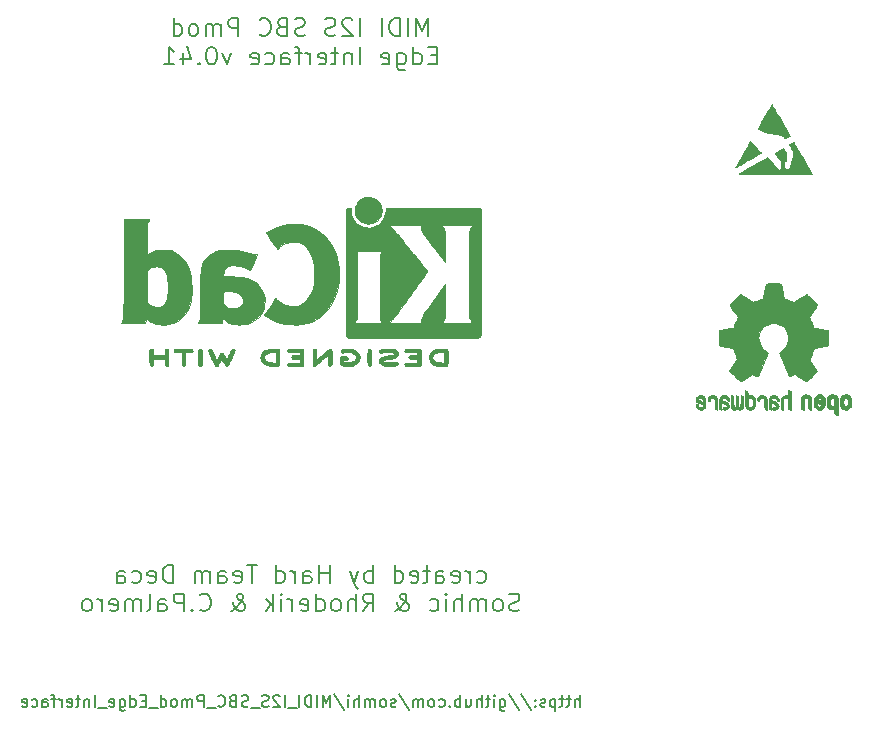
<source format=gbr>
%TF.GenerationSoftware,KiCad,Pcbnew,6.0.0-d3dd2cf0fa~116~ubuntu20.04.1*%
%TF.CreationDate,2022-02-13T01:33:05+01:00*%
%TF.ProjectId,addon-edge-rpi-i2s-pmod,6164646f-6e2d-4656-9467-652d7270692d,0.41*%
%TF.SameCoordinates,Original*%
%TF.FileFunction,Legend,Bot*%
%TF.FilePolarity,Positive*%
%FSLAX46Y46*%
G04 Gerber Fmt 4.6, Leading zero omitted, Abs format (unit mm)*
G04 Created by KiCad (PCBNEW 6.0.0-d3dd2cf0fa~116~ubuntu20.04.1) date 2022-02-13 01:33:05*
%MOMM*%
%LPD*%
G01*
G04 APERTURE LIST*
%ADD10C,0.150000*%
%ADD11C,0.010000*%
G04 APERTURE END LIST*
D10*
X170170714Y-77638571D02*
X170170714Y-76138571D01*
X169670714Y-77210000D01*
X169170714Y-76138571D01*
X169170714Y-77638571D01*
X168456428Y-77638571D02*
X168456428Y-76138571D01*
X167742142Y-77638571D02*
X167742142Y-76138571D01*
X167385000Y-76138571D01*
X167170714Y-76210000D01*
X167027857Y-76352857D01*
X166956428Y-76495714D01*
X166885000Y-76781428D01*
X166885000Y-76995714D01*
X166956428Y-77281428D01*
X167027857Y-77424285D01*
X167170714Y-77567142D01*
X167385000Y-77638571D01*
X167742142Y-77638571D01*
X166242142Y-77638571D02*
X166242142Y-76138571D01*
X164385000Y-77638571D02*
X164385000Y-76138571D01*
X163742142Y-76281428D02*
X163670714Y-76210000D01*
X163527857Y-76138571D01*
X163170714Y-76138571D01*
X163027857Y-76210000D01*
X162956428Y-76281428D01*
X162885000Y-76424285D01*
X162885000Y-76567142D01*
X162956428Y-76781428D01*
X163813571Y-77638571D01*
X162885000Y-77638571D01*
X162313571Y-77567142D02*
X162099285Y-77638571D01*
X161742142Y-77638571D01*
X161599285Y-77567142D01*
X161527857Y-77495714D01*
X161456428Y-77352857D01*
X161456428Y-77210000D01*
X161527857Y-77067142D01*
X161599285Y-76995714D01*
X161742142Y-76924285D01*
X162027857Y-76852857D01*
X162170714Y-76781428D01*
X162242142Y-76710000D01*
X162313571Y-76567142D01*
X162313571Y-76424285D01*
X162242142Y-76281428D01*
X162170714Y-76210000D01*
X162027857Y-76138571D01*
X161670714Y-76138571D01*
X161456428Y-76210000D01*
X159742142Y-77567142D02*
X159527857Y-77638571D01*
X159170714Y-77638571D01*
X159027857Y-77567142D01*
X158956428Y-77495714D01*
X158885000Y-77352857D01*
X158885000Y-77210000D01*
X158956428Y-77067142D01*
X159027857Y-76995714D01*
X159170714Y-76924285D01*
X159456428Y-76852857D01*
X159599285Y-76781428D01*
X159670714Y-76710000D01*
X159742142Y-76567142D01*
X159742142Y-76424285D01*
X159670714Y-76281428D01*
X159599285Y-76210000D01*
X159456428Y-76138571D01*
X159099285Y-76138571D01*
X158885000Y-76210000D01*
X157742142Y-76852857D02*
X157527857Y-76924285D01*
X157456428Y-76995714D01*
X157385000Y-77138571D01*
X157385000Y-77352857D01*
X157456428Y-77495714D01*
X157527857Y-77567142D01*
X157670714Y-77638571D01*
X158242142Y-77638571D01*
X158242142Y-76138571D01*
X157742142Y-76138571D01*
X157599285Y-76210000D01*
X157527857Y-76281428D01*
X157456428Y-76424285D01*
X157456428Y-76567142D01*
X157527857Y-76710000D01*
X157599285Y-76781428D01*
X157742142Y-76852857D01*
X158242142Y-76852857D01*
X155885000Y-77495714D02*
X155956428Y-77567142D01*
X156170714Y-77638571D01*
X156313571Y-77638571D01*
X156527857Y-77567142D01*
X156670714Y-77424285D01*
X156742142Y-77281428D01*
X156813571Y-76995714D01*
X156813571Y-76781428D01*
X156742142Y-76495714D01*
X156670714Y-76352857D01*
X156527857Y-76210000D01*
X156313571Y-76138571D01*
X156170714Y-76138571D01*
X155956428Y-76210000D01*
X155885000Y-76281428D01*
X154099285Y-77638571D02*
X154099285Y-76138571D01*
X153527857Y-76138571D01*
X153385000Y-76210000D01*
X153313571Y-76281428D01*
X153242142Y-76424285D01*
X153242142Y-76638571D01*
X153313571Y-76781428D01*
X153385000Y-76852857D01*
X153527857Y-76924285D01*
X154099285Y-76924285D01*
X152599285Y-77638571D02*
X152599285Y-76638571D01*
X152599285Y-76781428D02*
X152527857Y-76710000D01*
X152385000Y-76638571D01*
X152170714Y-76638571D01*
X152027857Y-76710000D01*
X151956428Y-76852857D01*
X151956428Y-77638571D01*
X151956428Y-76852857D02*
X151885000Y-76710000D01*
X151742142Y-76638571D01*
X151527857Y-76638571D01*
X151385000Y-76710000D01*
X151313571Y-76852857D01*
X151313571Y-77638571D01*
X150385000Y-77638571D02*
X150527857Y-77567142D01*
X150599285Y-77495714D01*
X150670714Y-77352857D01*
X150670714Y-76924285D01*
X150599285Y-76781428D01*
X150527857Y-76710000D01*
X150385000Y-76638571D01*
X150170714Y-76638571D01*
X150027857Y-76710000D01*
X149956428Y-76781428D01*
X149885000Y-76924285D01*
X149885000Y-77352857D01*
X149956428Y-77495714D01*
X150027857Y-77567142D01*
X150170714Y-77638571D01*
X150385000Y-77638571D01*
X148599285Y-77638571D02*
X148599285Y-76138571D01*
X148599285Y-77567142D02*
X148742142Y-77638571D01*
X149027857Y-77638571D01*
X149170714Y-77567142D01*
X149242142Y-77495714D01*
X149313571Y-77352857D01*
X149313571Y-76924285D01*
X149242142Y-76781428D01*
X149170714Y-76710000D01*
X149027857Y-76638571D01*
X148742142Y-76638571D01*
X148599285Y-76710000D01*
X170885000Y-79267857D02*
X170385000Y-79267857D01*
X170170714Y-80053571D02*
X170885000Y-80053571D01*
X170885000Y-78553571D01*
X170170714Y-78553571D01*
X168885000Y-80053571D02*
X168885000Y-78553571D01*
X168885000Y-79982142D02*
X169027857Y-80053571D01*
X169313571Y-80053571D01*
X169456428Y-79982142D01*
X169527857Y-79910714D01*
X169599285Y-79767857D01*
X169599285Y-79339285D01*
X169527857Y-79196428D01*
X169456428Y-79125000D01*
X169313571Y-79053571D01*
X169027857Y-79053571D01*
X168885000Y-79125000D01*
X167527857Y-79053571D02*
X167527857Y-80267857D01*
X167599285Y-80410714D01*
X167670714Y-80482142D01*
X167813571Y-80553571D01*
X168027857Y-80553571D01*
X168170714Y-80482142D01*
X167527857Y-79982142D02*
X167670714Y-80053571D01*
X167956428Y-80053571D01*
X168099285Y-79982142D01*
X168170714Y-79910714D01*
X168242142Y-79767857D01*
X168242142Y-79339285D01*
X168170714Y-79196428D01*
X168099285Y-79125000D01*
X167956428Y-79053571D01*
X167670714Y-79053571D01*
X167527857Y-79125000D01*
X166242142Y-79982142D02*
X166385000Y-80053571D01*
X166670714Y-80053571D01*
X166813571Y-79982142D01*
X166885000Y-79839285D01*
X166885000Y-79267857D01*
X166813571Y-79125000D01*
X166670714Y-79053571D01*
X166385000Y-79053571D01*
X166242142Y-79125000D01*
X166170714Y-79267857D01*
X166170714Y-79410714D01*
X166885000Y-79553571D01*
X164385000Y-80053571D02*
X164385000Y-78553571D01*
X163670714Y-79053571D02*
X163670714Y-80053571D01*
X163670714Y-79196428D02*
X163599285Y-79125000D01*
X163456428Y-79053571D01*
X163242142Y-79053571D01*
X163099285Y-79125000D01*
X163027857Y-79267857D01*
X163027857Y-80053571D01*
X162527857Y-79053571D02*
X161956428Y-79053571D01*
X162313571Y-78553571D02*
X162313571Y-79839285D01*
X162242142Y-79982142D01*
X162099285Y-80053571D01*
X161956428Y-80053571D01*
X160885000Y-79982142D02*
X161027857Y-80053571D01*
X161313571Y-80053571D01*
X161456428Y-79982142D01*
X161527857Y-79839285D01*
X161527857Y-79267857D01*
X161456428Y-79125000D01*
X161313571Y-79053571D01*
X161027857Y-79053571D01*
X160885000Y-79125000D01*
X160813571Y-79267857D01*
X160813571Y-79410714D01*
X161527857Y-79553571D01*
X160170714Y-80053571D02*
X160170714Y-79053571D01*
X160170714Y-79339285D02*
X160099285Y-79196428D01*
X160027857Y-79125000D01*
X159885000Y-79053571D01*
X159742142Y-79053571D01*
X159456428Y-79053571D02*
X158885000Y-79053571D01*
X159242142Y-80053571D02*
X159242142Y-78767857D01*
X159170714Y-78625000D01*
X159027857Y-78553571D01*
X158885000Y-78553571D01*
X157742142Y-80053571D02*
X157742142Y-79267857D01*
X157813571Y-79125000D01*
X157956428Y-79053571D01*
X158242142Y-79053571D01*
X158385000Y-79125000D01*
X157742142Y-79982142D02*
X157885000Y-80053571D01*
X158242142Y-80053571D01*
X158385000Y-79982142D01*
X158456428Y-79839285D01*
X158456428Y-79696428D01*
X158385000Y-79553571D01*
X158242142Y-79482142D01*
X157885000Y-79482142D01*
X157742142Y-79410714D01*
X156385000Y-79982142D02*
X156527857Y-80053571D01*
X156813571Y-80053571D01*
X156956428Y-79982142D01*
X157027857Y-79910714D01*
X157099285Y-79767857D01*
X157099285Y-79339285D01*
X157027857Y-79196428D01*
X156956428Y-79125000D01*
X156813571Y-79053571D01*
X156527857Y-79053571D01*
X156385000Y-79125000D01*
X155170714Y-79982142D02*
X155313571Y-80053571D01*
X155599285Y-80053571D01*
X155742142Y-79982142D01*
X155813571Y-79839285D01*
X155813571Y-79267857D01*
X155742142Y-79125000D01*
X155599285Y-79053571D01*
X155313571Y-79053571D01*
X155170714Y-79125000D01*
X155099285Y-79267857D01*
X155099285Y-79410714D01*
X155813571Y-79553571D01*
X153456428Y-79053571D02*
X153099285Y-80053571D01*
X152742142Y-79053571D01*
X151885000Y-78553571D02*
X151742142Y-78553571D01*
X151599285Y-78625000D01*
X151527857Y-78696428D01*
X151456428Y-78839285D01*
X151385000Y-79125000D01*
X151385000Y-79482142D01*
X151456428Y-79767857D01*
X151527857Y-79910714D01*
X151599285Y-79982142D01*
X151742142Y-80053571D01*
X151885000Y-80053571D01*
X152027857Y-79982142D01*
X152099285Y-79910714D01*
X152170714Y-79767857D01*
X152242142Y-79482142D01*
X152242142Y-79125000D01*
X152170714Y-78839285D01*
X152099285Y-78696428D01*
X152027857Y-78625000D01*
X151885000Y-78553571D01*
X150742142Y-79910714D02*
X150670714Y-79982142D01*
X150742142Y-80053571D01*
X150813571Y-79982142D01*
X150742142Y-79910714D01*
X150742142Y-80053571D01*
X149385000Y-79053571D02*
X149385000Y-80053571D01*
X149742142Y-78482142D02*
X150099285Y-79553571D01*
X149170714Y-79553571D01*
X147813571Y-80053571D02*
X148670714Y-80053571D01*
X148242142Y-80053571D02*
X148242142Y-78553571D01*
X148385000Y-78767857D01*
X148527857Y-78910714D01*
X148670714Y-78982142D01*
X174313571Y-123859642D02*
X174456428Y-123931071D01*
X174742142Y-123931071D01*
X174885000Y-123859642D01*
X174956428Y-123788214D01*
X175027857Y-123645357D01*
X175027857Y-123216785D01*
X174956428Y-123073928D01*
X174885000Y-123002500D01*
X174742142Y-122931071D01*
X174456428Y-122931071D01*
X174313571Y-123002500D01*
X173670714Y-123931071D02*
X173670714Y-122931071D01*
X173670714Y-123216785D02*
X173599285Y-123073928D01*
X173527857Y-123002500D01*
X173385000Y-122931071D01*
X173242142Y-122931071D01*
X172170714Y-123859642D02*
X172313571Y-123931071D01*
X172599285Y-123931071D01*
X172742142Y-123859642D01*
X172813571Y-123716785D01*
X172813571Y-123145357D01*
X172742142Y-123002500D01*
X172599285Y-122931071D01*
X172313571Y-122931071D01*
X172170714Y-123002500D01*
X172099285Y-123145357D01*
X172099285Y-123288214D01*
X172813571Y-123431071D01*
X170813571Y-123931071D02*
X170813571Y-123145357D01*
X170885000Y-123002500D01*
X171027857Y-122931071D01*
X171313571Y-122931071D01*
X171456428Y-123002500D01*
X170813571Y-123859642D02*
X170956428Y-123931071D01*
X171313571Y-123931071D01*
X171456428Y-123859642D01*
X171527857Y-123716785D01*
X171527857Y-123573928D01*
X171456428Y-123431071D01*
X171313571Y-123359642D01*
X170956428Y-123359642D01*
X170813571Y-123288214D01*
X170313571Y-122931071D02*
X169742142Y-122931071D01*
X170099285Y-122431071D02*
X170099285Y-123716785D01*
X170027857Y-123859642D01*
X169885000Y-123931071D01*
X169742142Y-123931071D01*
X168670714Y-123859642D02*
X168813571Y-123931071D01*
X169099285Y-123931071D01*
X169242142Y-123859642D01*
X169313571Y-123716785D01*
X169313571Y-123145357D01*
X169242142Y-123002500D01*
X169099285Y-122931071D01*
X168813571Y-122931071D01*
X168670714Y-123002500D01*
X168599285Y-123145357D01*
X168599285Y-123288214D01*
X169313571Y-123431071D01*
X167313571Y-123931071D02*
X167313571Y-122431071D01*
X167313571Y-123859642D02*
X167456428Y-123931071D01*
X167742142Y-123931071D01*
X167885000Y-123859642D01*
X167956428Y-123788214D01*
X168027857Y-123645357D01*
X168027857Y-123216785D01*
X167956428Y-123073928D01*
X167885000Y-123002500D01*
X167742142Y-122931071D01*
X167456428Y-122931071D01*
X167313571Y-123002500D01*
X165456428Y-123931071D02*
X165456428Y-122431071D01*
X165456428Y-123002500D02*
X165313571Y-122931071D01*
X165027857Y-122931071D01*
X164885000Y-123002500D01*
X164813571Y-123073928D01*
X164742142Y-123216785D01*
X164742142Y-123645357D01*
X164813571Y-123788214D01*
X164885000Y-123859642D01*
X165027857Y-123931071D01*
X165313571Y-123931071D01*
X165456428Y-123859642D01*
X164242142Y-122931071D02*
X163885000Y-123931071D01*
X163527857Y-122931071D02*
X163885000Y-123931071D01*
X164027857Y-124288214D01*
X164099285Y-124359642D01*
X164242142Y-124431071D01*
X161813571Y-123931071D02*
X161813571Y-122431071D01*
X161813571Y-123145357D02*
X160956428Y-123145357D01*
X160956428Y-123931071D02*
X160956428Y-122431071D01*
X159599285Y-123931071D02*
X159599285Y-123145357D01*
X159670714Y-123002500D01*
X159813571Y-122931071D01*
X160099285Y-122931071D01*
X160242142Y-123002500D01*
X159599285Y-123859642D02*
X159742142Y-123931071D01*
X160099285Y-123931071D01*
X160242142Y-123859642D01*
X160313571Y-123716785D01*
X160313571Y-123573928D01*
X160242142Y-123431071D01*
X160099285Y-123359642D01*
X159742142Y-123359642D01*
X159599285Y-123288214D01*
X158885000Y-123931071D02*
X158885000Y-122931071D01*
X158885000Y-123216785D02*
X158813571Y-123073928D01*
X158742142Y-123002500D01*
X158599285Y-122931071D01*
X158456428Y-122931071D01*
X157313571Y-123931071D02*
X157313571Y-122431071D01*
X157313571Y-123859642D02*
X157456428Y-123931071D01*
X157742142Y-123931071D01*
X157885000Y-123859642D01*
X157956428Y-123788214D01*
X158027857Y-123645357D01*
X158027857Y-123216785D01*
X157956428Y-123073928D01*
X157885000Y-123002500D01*
X157742142Y-122931071D01*
X157456428Y-122931071D01*
X157313571Y-123002500D01*
X155670714Y-122431071D02*
X154813571Y-122431071D01*
X155242142Y-123931071D02*
X155242142Y-122431071D01*
X153742142Y-123859642D02*
X153885000Y-123931071D01*
X154170714Y-123931071D01*
X154313571Y-123859642D01*
X154385000Y-123716785D01*
X154385000Y-123145357D01*
X154313571Y-123002500D01*
X154170714Y-122931071D01*
X153885000Y-122931071D01*
X153742142Y-123002500D01*
X153670714Y-123145357D01*
X153670714Y-123288214D01*
X154385000Y-123431071D01*
X152385000Y-123931071D02*
X152385000Y-123145357D01*
X152456428Y-123002500D01*
X152599285Y-122931071D01*
X152885000Y-122931071D01*
X153027857Y-123002500D01*
X152385000Y-123859642D02*
X152527857Y-123931071D01*
X152885000Y-123931071D01*
X153027857Y-123859642D01*
X153099285Y-123716785D01*
X153099285Y-123573928D01*
X153027857Y-123431071D01*
X152885000Y-123359642D01*
X152527857Y-123359642D01*
X152385000Y-123288214D01*
X151670714Y-123931071D02*
X151670714Y-122931071D01*
X151670714Y-123073928D02*
X151599285Y-123002500D01*
X151456428Y-122931071D01*
X151242142Y-122931071D01*
X151099285Y-123002500D01*
X151027857Y-123145357D01*
X151027857Y-123931071D01*
X151027857Y-123145357D02*
X150956428Y-123002500D01*
X150813571Y-122931071D01*
X150599285Y-122931071D01*
X150456428Y-123002500D01*
X150385000Y-123145357D01*
X150385000Y-123931071D01*
X148527857Y-123931071D02*
X148527857Y-122431071D01*
X148170714Y-122431071D01*
X147956428Y-122502500D01*
X147813571Y-122645357D01*
X147742142Y-122788214D01*
X147670714Y-123073928D01*
X147670714Y-123288214D01*
X147742142Y-123573928D01*
X147813571Y-123716785D01*
X147956428Y-123859642D01*
X148170714Y-123931071D01*
X148527857Y-123931071D01*
X146456428Y-123859642D02*
X146599285Y-123931071D01*
X146885000Y-123931071D01*
X147027857Y-123859642D01*
X147099285Y-123716785D01*
X147099285Y-123145357D01*
X147027857Y-123002500D01*
X146885000Y-122931071D01*
X146599285Y-122931071D01*
X146456428Y-123002500D01*
X146385000Y-123145357D01*
X146385000Y-123288214D01*
X147099285Y-123431071D01*
X145099285Y-123859642D02*
X145242142Y-123931071D01*
X145527857Y-123931071D01*
X145670714Y-123859642D01*
X145742142Y-123788214D01*
X145813571Y-123645357D01*
X145813571Y-123216785D01*
X145742142Y-123073928D01*
X145670714Y-123002500D01*
X145527857Y-122931071D01*
X145242142Y-122931071D01*
X145099285Y-123002500D01*
X143813571Y-123931071D02*
X143813571Y-123145357D01*
X143885000Y-123002500D01*
X144027857Y-122931071D01*
X144313571Y-122931071D01*
X144456428Y-123002500D01*
X143813571Y-123859642D02*
X143956428Y-123931071D01*
X144313571Y-123931071D01*
X144456428Y-123859642D01*
X144527857Y-123716785D01*
X144527857Y-123573928D01*
X144456428Y-123431071D01*
X144313571Y-123359642D01*
X143956428Y-123359642D01*
X143813571Y-123288214D01*
X177885000Y-126274642D02*
X177670714Y-126346071D01*
X177313571Y-126346071D01*
X177170714Y-126274642D01*
X177099285Y-126203214D01*
X177027857Y-126060357D01*
X177027857Y-125917500D01*
X177099285Y-125774642D01*
X177170714Y-125703214D01*
X177313571Y-125631785D01*
X177599285Y-125560357D01*
X177742142Y-125488928D01*
X177813571Y-125417500D01*
X177885000Y-125274642D01*
X177885000Y-125131785D01*
X177813571Y-124988928D01*
X177742142Y-124917500D01*
X177599285Y-124846071D01*
X177242142Y-124846071D01*
X177027857Y-124917500D01*
X176170714Y-126346071D02*
X176313571Y-126274642D01*
X176385000Y-126203214D01*
X176456428Y-126060357D01*
X176456428Y-125631785D01*
X176385000Y-125488928D01*
X176313571Y-125417500D01*
X176170714Y-125346071D01*
X175956428Y-125346071D01*
X175813571Y-125417500D01*
X175742142Y-125488928D01*
X175670714Y-125631785D01*
X175670714Y-126060357D01*
X175742142Y-126203214D01*
X175813571Y-126274642D01*
X175956428Y-126346071D01*
X176170714Y-126346071D01*
X175027857Y-126346071D02*
X175027857Y-125346071D01*
X175027857Y-125488928D02*
X174956428Y-125417500D01*
X174813571Y-125346071D01*
X174599285Y-125346071D01*
X174456428Y-125417500D01*
X174385000Y-125560357D01*
X174385000Y-126346071D01*
X174385000Y-125560357D02*
X174313571Y-125417500D01*
X174170714Y-125346071D01*
X173956428Y-125346071D01*
X173813571Y-125417500D01*
X173742142Y-125560357D01*
X173742142Y-126346071D01*
X173027857Y-126346071D02*
X173027857Y-124846071D01*
X172385000Y-126346071D02*
X172385000Y-125560357D01*
X172456428Y-125417500D01*
X172599285Y-125346071D01*
X172813571Y-125346071D01*
X172956428Y-125417500D01*
X173027857Y-125488928D01*
X171670714Y-126346071D02*
X171670714Y-125346071D01*
X171670714Y-124846071D02*
X171742142Y-124917500D01*
X171670714Y-124988928D01*
X171599285Y-124917500D01*
X171670714Y-124846071D01*
X171670714Y-124988928D01*
X170313571Y-126274642D02*
X170456428Y-126346071D01*
X170742142Y-126346071D01*
X170885000Y-126274642D01*
X170956428Y-126203214D01*
X171027857Y-126060357D01*
X171027857Y-125631785D01*
X170956428Y-125488928D01*
X170885000Y-125417500D01*
X170742142Y-125346071D01*
X170456428Y-125346071D01*
X170313571Y-125417500D01*
X167313571Y-126346071D02*
X167385000Y-126346071D01*
X167527857Y-126274642D01*
X167742142Y-126060357D01*
X168099285Y-125631785D01*
X168242142Y-125417500D01*
X168313571Y-125203214D01*
X168313571Y-125060357D01*
X168242142Y-124917500D01*
X168099285Y-124846071D01*
X168027857Y-124846071D01*
X167885000Y-124917500D01*
X167813571Y-125060357D01*
X167813571Y-125131785D01*
X167885000Y-125274642D01*
X167956428Y-125346071D01*
X168385000Y-125631785D01*
X168456428Y-125703214D01*
X168527857Y-125846071D01*
X168527857Y-126060357D01*
X168456428Y-126203214D01*
X168385000Y-126274642D01*
X168242142Y-126346071D01*
X168027857Y-126346071D01*
X167885000Y-126274642D01*
X167813571Y-126203214D01*
X167599285Y-125917500D01*
X167527857Y-125703214D01*
X167527857Y-125560357D01*
X164670714Y-126346071D02*
X165170714Y-125631785D01*
X165527857Y-126346071D02*
X165527857Y-124846071D01*
X164956428Y-124846071D01*
X164813571Y-124917500D01*
X164742142Y-124988928D01*
X164670714Y-125131785D01*
X164670714Y-125346071D01*
X164742142Y-125488928D01*
X164813571Y-125560357D01*
X164956428Y-125631785D01*
X165527857Y-125631785D01*
X164027857Y-126346071D02*
X164027857Y-124846071D01*
X163385000Y-126346071D02*
X163385000Y-125560357D01*
X163456428Y-125417500D01*
X163599285Y-125346071D01*
X163813571Y-125346071D01*
X163956428Y-125417500D01*
X164027857Y-125488928D01*
X162456428Y-126346071D02*
X162599285Y-126274642D01*
X162670714Y-126203214D01*
X162742142Y-126060357D01*
X162742142Y-125631785D01*
X162670714Y-125488928D01*
X162599285Y-125417500D01*
X162456428Y-125346071D01*
X162242142Y-125346071D01*
X162099285Y-125417500D01*
X162027857Y-125488928D01*
X161956428Y-125631785D01*
X161956428Y-126060357D01*
X162027857Y-126203214D01*
X162099285Y-126274642D01*
X162242142Y-126346071D01*
X162456428Y-126346071D01*
X160670714Y-126346071D02*
X160670714Y-124846071D01*
X160670714Y-126274642D02*
X160813571Y-126346071D01*
X161099285Y-126346071D01*
X161242142Y-126274642D01*
X161313571Y-126203214D01*
X161385000Y-126060357D01*
X161385000Y-125631785D01*
X161313571Y-125488928D01*
X161242142Y-125417500D01*
X161099285Y-125346071D01*
X160813571Y-125346071D01*
X160670714Y-125417500D01*
X159385000Y-126274642D02*
X159527857Y-126346071D01*
X159813571Y-126346071D01*
X159956428Y-126274642D01*
X160027857Y-126131785D01*
X160027857Y-125560357D01*
X159956428Y-125417500D01*
X159813571Y-125346071D01*
X159527857Y-125346071D01*
X159385000Y-125417500D01*
X159313571Y-125560357D01*
X159313571Y-125703214D01*
X160027857Y-125846071D01*
X158670714Y-126346071D02*
X158670714Y-125346071D01*
X158670714Y-125631785D02*
X158599285Y-125488928D01*
X158527857Y-125417500D01*
X158385000Y-125346071D01*
X158242142Y-125346071D01*
X157742142Y-126346071D02*
X157742142Y-125346071D01*
X157742142Y-124846071D02*
X157813571Y-124917500D01*
X157742142Y-124988928D01*
X157670714Y-124917500D01*
X157742142Y-124846071D01*
X157742142Y-124988928D01*
X157027857Y-126346071D02*
X157027857Y-124846071D01*
X156885000Y-125774642D02*
X156456428Y-126346071D01*
X156456428Y-125346071D02*
X157027857Y-125917500D01*
X153456428Y-126346071D02*
X153527857Y-126346071D01*
X153670714Y-126274642D01*
X153885000Y-126060357D01*
X154242142Y-125631785D01*
X154385000Y-125417500D01*
X154456428Y-125203214D01*
X154456428Y-125060357D01*
X154385000Y-124917500D01*
X154242142Y-124846071D01*
X154170714Y-124846071D01*
X154027857Y-124917500D01*
X153956428Y-125060357D01*
X153956428Y-125131785D01*
X154027857Y-125274642D01*
X154099285Y-125346071D01*
X154527857Y-125631785D01*
X154599285Y-125703214D01*
X154670714Y-125846071D01*
X154670714Y-126060357D01*
X154599285Y-126203214D01*
X154527857Y-126274642D01*
X154385000Y-126346071D01*
X154170714Y-126346071D01*
X154027857Y-126274642D01*
X153956428Y-126203214D01*
X153742142Y-125917500D01*
X153670714Y-125703214D01*
X153670714Y-125560357D01*
X150813571Y-126203214D02*
X150885000Y-126274642D01*
X151099285Y-126346071D01*
X151242142Y-126346071D01*
X151456428Y-126274642D01*
X151599285Y-126131785D01*
X151670714Y-125988928D01*
X151742142Y-125703214D01*
X151742142Y-125488928D01*
X151670714Y-125203214D01*
X151599285Y-125060357D01*
X151456428Y-124917500D01*
X151242142Y-124846071D01*
X151099285Y-124846071D01*
X150885000Y-124917500D01*
X150813571Y-124988928D01*
X150170714Y-126203214D02*
X150099285Y-126274642D01*
X150170714Y-126346071D01*
X150242142Y-126274642D01*
X150170714Y-126203214D01*
X150170714Y-126346071D01*
X149456428Y-126346071D02*
X149456428Y-124846071D01*
X148885000Y-124846071D01*
X148742142Y-124917500D01*
X148670714Y-124988928D01*
X148599285Y-125131785D01*
X148599285Y-125346071D01*
X148670714Y-125488928D01*
X148742142Y-125560357D01*
X148885000Y-125631785D01*
X149456428Y-125631785D01*
X147313571Y-126346071D02*
X147313571Y-125560357D01*
X147385000Y-125417500D01*
X147527857Y-125346071D01*
X147813571Y-125346071D01*
X147956428Y-125417500D01*
X147313571Y-126274642D02*
X147456428Y-126346071D01*
X147813571Y-126346071D01*
X147956428Y-126274642D01*
X148027857Y-126131785D01*
X148027857Y-125988928D01*
X147956428Y-125846071D01*
X147813571Y-125774642D01*
X147456428Y-125774642D01*
X147313571Y-125703214D01*
X146385000Y-126346071D02*
X146527857Y-126274642D01*
X146599285Y-126131785D01*
X146599285Y-124846071D01*
X145813571Y-126346071D02*
X145813571Y-125346071D01*
X145813571Y-125488928D02*
X145742142Y-125417500D01*
X145599285Y-125346071D01*
X145385000Y-125346071D01*
X145242142Y-125417500D01*
X145170714Y-125560357D01*
X145170714Y-126346071D01*
X145170714Y-125560357D02*
X145099285Y-125417500D01*
X144956428Y-125346071D01*
X144742142Y-125346071D01*
X144599285Y-125417500D01*
X144527857Y-125560357D01*
X144527857Y-126346071D01*
X143242142Y-126274642D02*
X143385000Y-126346071D01*
X143670714Y-126346071D01*
X143813571Y-126274642D01*
X143885000Y-126131785D01*
X143885000Y-125560357D01*
X143813571Y-125417500D01*
X143670714Y-125346071D01*
X143385000Y-125346071D01*
X143242142Y-125417500D01*
X143170714Y-125560357D01*
X143170714Y-125703214D01*
X143885000Y-125846071D01*
X142527857Y-126346071D02*
X142527857Y-125346071D01*
X142527857Y-125631785D02*
X142456428Y-125488928D01*
X142385000Y-125417500D01*
X142242142Y-125346071D01*
X142099285Y-125346071D01*
X141385000Y-126346071D02*
X141527857Y-126274642D01*
X141599285Y-126203214D01*
X141670714Y-126060357D01*
X141670714Y-125631785D01*
X141599285Y-125488928D01*
X141527857Y-125417500D01*
X141385000Y-125346071D01*
X141170714Y-125346071D01*
X141027857Y-125417500D01*
X140956428Y-125488928D01*
X140885000Y-125631785D01*
X140885000Y-126060357D01*
X140956428Y-126203214D01*
X141027857Y-126274642D01*
X141170714Y-126346071D01*
X141385000Y-126346071D01*
X182980238Y-134437380D02*
X182980238Y-133437380D01*
X182551666Y-134437380D02*
X182551666Y-133913571D01*
X182599285Y-133818333D01*
X182694523Y-133770714D01*
X182837380Y-133770714D01*
X182932619Y-133818333D01*
X182980238Y-133865952D01*
X182218333Y-133770714D02*
X181837380Y-133770714D01*
X182075476Y-133437380D02*
X182075476Y-134294523D01*
X182027857Y-134389761D01*
X181932619Y-134437380D01*
X181837380Y-134437380D01*
X181646904Y-133770714D02*
X181265952Y-133770714D01*
X181504047Y-133437380D02*
X181504047Y-134294523D01*
X181456428Y-134389761D01*
X181361190Y-134437380D01*
X181265952Y-134437380D01*
X180932619Y-133770714D02*
X180932619Y-134770714D01*
X180932619Y-133818333D02*
X180837380Y-133770714D01*
X180646904Y-133770714D01*
X180551666Y-133818333D01*
X180504047Y-133865952D01*
X180456428Y-133961190D01*
X180456428Y-134246904D01*
X180504047Y-134342142D01*
X180551666Y-134389761D01*
X180646904Y-134437380D01*
X180837380Y-134437380D01*
X180932619Y-134389761D01*
X180075476Y-134389761D02*
X179980238Y-134437380D01*
X179789761Y-134437380D01*
X179694523Y-134389761D01*
X179646904Y-134294523D01*
X179646904Y-134246904D01*
X179694523Y-134151666D01*
X179789761Y-134104047D01*
X179932619Y-134104047D01*
X180027857Y-134056428D01*
X180075476Y-133961190D01*
X180075476Y-133913571D01*
X180027857Y-133818333D01*
X179932619Y-133770714D01*
X179789761Y-133770714D01*
X179694523Y-133818333D01*
X179218333Y-134342142D02*
X179170714Y-134389761D01*
X179218333Y-134437380D01*
X179265952Y-134389761D01*
X179218333Y-134342142D01*
X179218333Y-134437380D01*
X179218333Y-133818333D02*
X179170714Y-133865952D01*
X179218333Y-133913571D01*
X179265952Y-133865952D01*
X179218333Y-133818333D01*
X179218333Y-133913571D01*
X178027857Y-133389761D02*
X178885000Y-134675476D01*
X176980238Y-133389761D02*
X177837380Y-134675476D01*
X176218333Y-133770714D02*
X176218333Y-134580238D01*
X176265952Y-134675476D01*
X176313571Y-134723095D01*
X176408809Y-134770714D01*
X176551666Y-134770714D01*
X176646904Y-134723095D01*
X176218333Y-134389761D02*
X176313571Y-134437380D01*
X176504047Y-134437380D01*
X176599285Y-134389761D01*
X176646904Y-134342142D01*
X176694523Y-134246904D01*
X176694523Y-133961190D01*
X176646904Y-133865952D01*
X176599285Y-133818333D01*
X176504047Y-133770714D01*
X176313571Y-133770714D01*
X176218333Y-133818333D01*
X175742142Y-134437380D02*
X175742142Y-133770714D01*
X175742142Y-133437380D02*
X175789761Y-133485000D01*
X175742142Y-133532619D01*
X175694523Y-133485000D01*
X175742142Y-133437380D01*
X175742142Y-133532619D01*
X175408809Y-133770714D02*
X175027857Y-133770714D01*
X175265952Y-133437380D02*
X175265952Y-134294523D01*
X175218333Y-134389761D01*
X175123095Y-134437380D01*
X175027857Y-134437380D01*
X174694523Y-134437380D02*
X174694523Y-133437380D01*
X174265952Y-134437380D02*
X174265952Y-133913571D01*
X174313571Y-133818333D01*
X174408809Y-133770714D01*
X174551666Y-133770714D01*
X174646904Y-133818333D01*
X174694523Y-133865952D01*
X173361190Y-133770714D02*
X173361190Y-134437380D01*
X173789761Y-133770714D02*
X173789761Y-134294523D01*
X173742142Y-134389761D01*
X173646904Y-134437380D01*
X173504047Y-134437380D01*
X173408809Y-134389761D01*
X173361190Y-134342142D01*
X172885000Y-134437380D02*
X172885000Y-133437380D01*
X172885000Y-133818333D02*
X172789761Y-133770714D01*
X172599285Y-133770714D01*
X172504047Y-133818333D01*
X172456428Y-133865952D01*
X172408809Y-133961190D01*
X172408809Y-134246904D01*
X172456428Y-134342142D01*
X172504047Y-134389761D01*
X172599285Y-134437380D01*
X172789761Y-134437380D01*
X172885000Y-134389761D01*
X171980238Y-134342142D02*
X171932619Y-134389761D01*
X171980238Y-134437380D01*
X172027857Y-134389761D01*
X171980238Y-134342142D01*
X171980238Y-134437380D01*
X171075476Y-134389761D02*
X171170714Y-134437380D01*
X171361190Y-134437380D01*
X171456428Y-134389761D01*
X171504047Y-134342142D01*
X171551666Y-134246904D01*
X171551666Y-133961190D01*
X171504047Y-133865952D01*
X171456428Y-133818333D01*
X171361190Y-133770714D01*
X171170714Y-133770714D01*
X171075476Y-133818333D01*
X170504047Y-134437380D02*
X170599285Y-134389761D01*
X170646904Y-134342142D01*
X170694523Y-134246904D01*
X170694523Y-133961190D01*
X170646904Y-133865952D01*
X170599285Y-133818333D01*
X170504047Y-133770714D01*
X170361190Y-133770714D01*
X170265952Y-133818333D01*
X170218333Y-133865952D01*
X170170714Y-133961190D01*
X170170714Y-134246904D01*
X170218333Y-134342142D01*
X170265952Y-134389761D01*
X170361190Y-134437380D01*
X170504047Y-134437380D01*
X169742142Y-134437380D02*
X169742142Y-133770714D01*
X169742142Y-133865952D02*
X169694523Y-133818333D01*
X169599285Y-133770714D01*
X169456428Y-133770714D01*
X169361190Y-133818333D01*
X169313571Y-133913571D01*
X169313571Y-134437380D01*
X169313571Y-133913571D02*
X169265952Y-133818333D01*
X169170714Y-133770714D01*
X169027857Y-133770714D01*
X168932619Y-133818333D01*
X168885000Y-133913571D01*
X168885000Y-134437380D01*
X167694523Y-133389761D02*
X168551666Y-134675476D01*
X167408809Y-134389761D02*
X167313571Y-134437380D01*
X167123095Y-134437380D01*
X167027857Y-134389761D01*
X166980238Y-134294523D01*
X166980238Y-134246904D01*
X167027857Y-134151666D01*
X167123095Y-134104047D01*
X167265952Y-134104047D01*
X167361190Y-134056428D01*
X167408809Y-133961190D01*
X167408809Y-133913571D01*
X167361190Y-133818333D01*
X167265952Y-133770714D01*
X167123095Y-133770714D01*
X167027857Y-133818333D01*
X166408809Y-134437380D02*
X166504047Y-134389761D01*
X166551666Y-134342142D01*
X166599285Y-134246904D01*
X166599285Y-133961190D01*
X166551666Y-133865952D01*
X166504047Y-133818333D01*
X166408809Y-133770714D01*
X166265952Y-133770714D01*
X166170714Y-133818333D01*
X166123095Y-133865952D01*
X166075476Y-133961190D01*
X166075476Y-134246904D01*
X166123095Y-134342142D01*
X166170714Y-134389761D01*
X166265952Y-134437380D01*
X166408809Y-134437380D01*
X165646904Y-134437380D02*
X165646904Y-133770714D01*
X165646904Y-133865952D02*
X165599285Y-133818333D01*
X165504047Y-133770714D01*
X165361190Y-133770714D01*
X165265952Y-133818333D01*
X165218333Y-133913571D01*
X165218333Y-134437380D01*
X165218333Y-133913571D02*
X165170714Y-133818333D01*
X165075476Y-133770714D01*
X164932619Y-133770714D01*
X164837380Y-133818333D01*
X164789761Y-133913571D01*
X164789761Y-134437380D01*
X164313571Y-134437380D02*
X164313571Y-133437380D01*
X163885000Y-134437380D02*
X163885000Y-133913571D01*
X163932619Y-133818333D01*
X164027857Y-133770714D01*
X164170714Y-133770714D01*
X164265952Y-133818333D01*
X164313571Y-133865952D01*
X163408809Y-134437380D02*
X163408809Y-133770714D01*
X163408809Y-133437380D02*
X163456428Y-133485000D01*
X163408809Y-133532619D01*
X163361190Y-133485000D01*
X163408809Y-133437380D01*
X163408809Y-133532619D01*
X162218333Y-133389761D02*
X163075476Y-134675476D01*
X161885000Y-134437380D02*
X161885000Y-133437380D01*
X161551666Y-134151666D01*
X161218333Y-133437380D01*
X161218333Y-134437380D01*
X160742142Y-134437380D02*
X160742142Y-133437380D01*
X160265952Y-134437380D02*
X160265952Y-133437380D01*
X160027857Y-133437380D01*
X159885000Y-133485000D01*
X159789761Y-133580238D01*
X159742142Y-133675476D01*
X159694523Y-133865952D01*
X159694523Y-134008809D01*
X159742142Y-134199285D01*
X159789761Y-134294523D01*
X159885000Y-134389761D01*
X160027857Y-134437380D01*
X160265952Y-134437380D01*
X159265952Y-134437380D02*
X159265952Y-133437380D01*
X159027857Y-134532619D02*
X158265952Y-134532619D01*
X158027857Y-134437380D02*
X158027857Y-133437380D01*
X157599285Y-133532619D02*
X157551666Y-133485000D01*
X157456428Y-133437380D01*
X157218333Y-133437380D01*
X157123095Y-133485000D01*
X157075476Y-133532619D01*
X157027857Y-133627857D01*
X157027857Y-133723095D01*
X157075476Y-133865952D01*
X157646904Y-134437380D01*
X157027857Y-134437380D01*
X156646904Y-134389761D02*
X156504047Y-134437380D01*
X156265952Y-134437380D01*
X156170714Y-134389761D01*
X156123095Y-134342142D01*
X156075476Y-134246904D01*
X156075476Y-134151666D01*
X156123095Y-134056428D01*
X156170714Y-134008809D01*
X156265952Y-133961190D01*
X156456428Y-133913571D01*
X156551666Y-133865952D01*
X156599285Y-133818333D01*
X156646904Y-133723095D01*
X156646904Y-133627857D01*
X156599285Y-133532619D01*
X156551666Y-133485000D01*
X156456428Y-133437380D01*
X156218333Y-133437380D01*
X156075476Y-133485000D01*
X155885000Y-134532619D02*
X155123095Y-134532619D01*
X154932619Y-134389761D02*
X154789761Y-134437380D01*
X154551666Y-134437380D01*
X154456428Y-134389761D01*
X154408809Y-134342142D01*
X154361190Y-134246904D01*
X154361190Y-134151666D01*
X154408809Y-134056428D01*
X154456428Y-134008809D01*
X154551666Y-133961190D01*
X154742142Y-133913571D01*
X154837380Y-133865952D01*
X154885000Y-133818333D01*
X154932619Y-133723095D01*
X154932619Y-133627857D01*
X154885000Y-133532619D01*
X154837380Y-133485000D01*
X154742142Y-133437380D01*
X154504047Y-133437380D01*
X154361190Y-133485000D01*
X153599285Y-133913571D02*
X153456428Y-133961190D01*
X153408809Y-134008809D01*
X153361190Y-134104047D01*
X153361190Y-134246904D01*
X153408809Y-134342142D01*
X153456428Y-134389761D01*
X153551666Y-134437380D01*
X153932619Y-134437380D01*
X153932619Y-133437380D01*
X153599285Y-133437380D01*
X153504047Y-133485000D01*
X153456428Y-133532619D01*
X153408809Y-133627857D01*
X153408809Y-133723095D01*
X153456428Y-133818333D01*
X153504047Y-133865952D01*
X153599285Y-133913571D01*
X153932619Y-133913571D01*
X152361190Y-134342142D02*
X152408809Y-134389761D01*
X152551666Y-134437380D01*
X152646904Y-134437380D01*
X152789761Y-134389761D01*
X152885000Y-134294523D01*
X152932619Y-134199285D01*
X152980238Y-134008809D01*
X152980238Y-133865952D01*
X152932619Y-133675476D01*
X152885000Y-133580238D01*
X152789761Y-133485000D01*
X152646904Y-133437380D01*
X152551666Y-133437380D01*
X152408809Y-133485000D01*
X152361190Y-133532619D01*
X152170714Y-134532619D02*
X151408809Y-134532619D01*
X151170714Y-134437380D02*
X151170714Y-133437380D01*
X150789761Y-133437380D01*
X150694523Y-133485000D01*
X150646904Y-133532619D01*
X150599285Y-133627857D01*
X150599285Y-133770714D01*
X150646904Y-133865952D01*
X150694523Y-133913571D01*
X150789761Y-133961190D01*
X151170714Y-133961190D01*
X150170714Y-134437380D02*
X150170714Y-133770714D01*
X150170714Y-133865952D02*
X150123095Y-133818333D01*
X150027857Y-133770714D01*
X149885000Y-133770714D01*
X149789761Y-133818333D01*
X149742142Y-133913571D01*
X149742142Y-134437380D01*
X149742142Y-133913571D02*
X149694523Y-133818333D01*
X149599285Y-133770714D01*
X149456428Y-133770714D01*
X149361190Y-133818333D01*
X149313571Y-133913571D01*
X149313571Y-134437380D01*
X148694523Y-134437380D02*
X148789761Y-134389761D01*
X148837380Y-134342142D01*
X148885000Y-134246904D01*
X148885000Y-133961190D01*
X148837380Y-133865952D01*
X148789761Y-133818333D01*
X148694523Y-133770714D01*
X148551666Y-133770714D01*
X148456428Y-133818333D01*
X148408809Y-133865952D01*
X148361190Y-133961190D01*
X148361190Y-134246904D01*
X148408809Y-134342142D01*
X148456428Y-134389761D01*
X148551666Y-134437380D01*
X148694523Y-134437380D01*
X147504047Y-134437380D02*
X147504047Y-133437380D01*
X147504047Y-134389761D02*
X147599285Y-134437380D01*
X147789761Y-134437380D01*
X147885000Y-134389761D01*
X147932619Y-134342142D01*
X147980238Y-134246904D01*
X147980238Y-133961190D01*
X147932619Y-133865952D01*
X147885000Y-133818333D01*
X147789761Y-133770714D01*
X147599285Y-133770714D01*
X147504047Y-133818333D01*
X147265952Y-134532619D02*
X146504047Y-134532619D01*
X146265952Y-133913571D02*
X145932619Y-133913571D01*
X145789761Y-134437380D02*
X146265952Y-134437380D01*
X146265952Y-133437380D01*
X145789761Y-133437380D01*
X144932619Y-134437380D02*
X144932619Y-133437380D01*
X144932619Y-134389761D02*
X145027857Y-134437380D01*
X145218333Y-134437380D01*
X145313571Y-134389761D01*
X145361190Y-134342142D01*
X145408809Y-134246904D01*
X145408809Y-133961190D01*
X145361190Y-133865952D01*
X145313571Y-133818333D01*
X145218333Y-133770714D01*
X145027857Y-133770714D01*
X144932619Y-133818333D01*
X144027857Y-133770714D02*
X144027857Y-134580238D01*
X144075476Y-134675476D01*
X144123095Y-134723095D01*
X144218333Y-134770714D01*
X144361190Y-134770714D01*
X144456428Y-134723095D01*
X144027857Y-134389761D02*
X144123095Y-134437380D01*
X144313571Y-134437380D01*
X144408809Y-134389761D01*
X144456428Y-134342142D01*
X144504047Y-134246904D01*
X144504047Y-133961190D01*
X144456428Y-133865952D01*
X144408809Y-133818333D01*
X144313571Y-133770714D01*
X144123095Y-133770714D01*
X144027857Y-133818333D01*
X143170714Y-134389761D02*
X143265952Y-134437380D01*
X143456428Y-134437380D01*
X143551666Y-134389761D01*
X143599285Y-134294523D01*
X143599285Y-133913571D01*
X143551666Y-133818333D01*
X143456428Y-133770714D01*
X143265952Y-133770714D01*
X143170714Y-133818333D01*
X143123095Y-133913571D01*
X143123095Y-134008809D01*
X143599285Y-134104047D01*
X142932619Y-134532619D02*
X142170714Y-134532619D01*
X141932619Y-134437380D02*
X141932619Y-133437380D01*
X141456428Y-133770714D02*
X141456428Y-134437380D01*
X141456428Y-133865952D02*
X141408809Y-133818333D01*
X141313571Y-133770714D01*
X141170714Y-133770714D01*
X141075476Y-133818333D01*
X141027857Y-133913571D01*
X141027857Y-134437380D01*
X140694523Y-133770714D02*
X140313571Y-133770714D01*
X140551666Y-133437380D02*
X140551666Y-134294523D01*
X140504047Y-134389761D01*
X140408809Y-134437380D01*
X140313571Y-134437380D01*
X139599285Y-134389761D02*
X139694523Y-134437380D01*
X139885000Y-134437380D01*
X139980238Y-134389761D01*
X140027857Y-134294523D01*
X140027857Y-133913571D01*
X139980238Y-133818333D01*
X139885000Y-133770714D01*
X139694523Y-133770714D01*
X139599285Y-133818333D01*
X139551666Y-133913571D01*
X139551666Y-134008809D01*
X140027857Y-134104047D01*
X139123095Y-134437380D02*
X139123095Y-133770714D01*
X139123095Y-133961190D02*
X139075476Y-133865952D01*
X139027857Y-133818333D01*
X138932619Y-133770714D01*
X138837380Y-133770714D01*
X138646904Y-133770714D02*
X138265952Y-133770714D01*
X138504047Y-134437380D02*
X138504047Y-133580238D01*
X138456428Y-133485000D01*
X138361190Y-133437380D01*
X138265952Y-133437380D01*
X137504047Y-134437380D02*
X137504047Y-133913571D01*
X137551666Y-133818333D01*
X137646904Y-133770714D01*
X137837380Y-133770714D01*
X137932619Y-133818333D01*
X137504047Y-134389761D02*
X137599285Y-134437380D01*
X137837380Y-134437380D01*
X137932619Y-134389761D01*
X137980238Y-134294523D01*
X137980238Y-134199285D01*
X137932619Y-134104047D01*
X137837380Y-134056428D01*
X137599285Y-134056428D01*
X137504047Y-134008809D01*
X136599285Y-134389761D02*
X136694523Y-134437380D01*
X136885000Y-134437380D01*
X136980238Y-134389761D01*
X137027857Y-134342142D01*
X137075476Y-134246904D01*
X137075476Y-133961190D01*
X137027857Y-133865952D01*
X136980238Y-133818333D01*
X136885000Y-133770714D01*
X136694523Y-133770714D01*
X136599285Y-133818333D01*
X135789761Y-134389761D02*
X135885000Y-134437380D01*
X136075476Y-134437380D01*
X136170714Y-134389761D01*
X136218333Y-134294523D01*
X136218333Y-133913571D01*
X136170714Y-133818333D01*
X136075476Y-133770714D01*
X135885000Y-133770714D01*
X135789761Y-133818333D01*
X135742142Y-133913571D01*
X135742142Y-134008809D01*
X136218333Y-134104047D01*
D11*
%TO.C,REF\u002A\u002A*%
X157149163Y-104109640D02*
X156890052Y-104118401D01*
X156890052Y-104118401D02*
X156669667Y-104144969D01*
X156669667Y-104144969D02*
X156484374Y-104190934D01*
X156484374Y-104190934D02*
X156330538Y-104257889D01*
X156330538Y-104257889D02*
X156204527Y-104347422D01*
X156204527Y-104347422D02*
X156102706Y-104461125D01*
X156102706Y-104461125D02*
X156021442Y-104600588D01*
X156021442Y-104600588D02*
X156019843Y-104603989D01*
X156019843Y-104603989D02*
X155971344Y-104728808D01*
X155971344Y-104728808D02*
X155954064Y-104839352D01*
X155954064Y-104839352D02*
X155968068Y-104950603D01*
X155968068Y-104950603D02*
X156013425Y-105077539D01*
X156013425Y-105077539D02*
X156022027Y-105096855D01*
X156022027Y-105096855D02*
X156080687Y-105209912D01*
X156080687Y-105209912D02*
X156146613Y-105297271D01*
X156146613Y-105297271D02*
X156231699Y-105371533D01*
X156231699Y-105371533D02*
X156347839Y-105445297D01*
X156347839Y-105445297D02*
X156354586Y-105449148D01*
X156354586Y-105449148D02*
X156455689Y-105497714D01*
X156455689Y-105497714D02*
X156569964Y-105533985D01*
X156569964Y-105533985D02*
X156704752Y-105559212D01*
X156704752Y-105559212D02*
X156867398Y-105574645D01*
X156867398Y-105574645D02*
X157065244Y-105581537D01*
X157065244Y-105581537D02*
X157135146Y-105582136D01*
X157135146Y-105582136D02*
X157468009Y-105583329D01*
X157468009Y-105583329D02*
X157515012Y-105523574D01*
X157515012Y-105523574D02*
X157528955Y-105503925D01*
X157528955Y-105503925D02*
X157539832Y-105480979D01*
X157539832Y-105480979D02*
X157548022Y-105449235D01*
X157548022Y-105449235D02*
X157553906Y-105403188D01*
X157553906Y-105403188D02*
X157557862Y-105337339D01*
X157557862Y-105337339D02*
X157559152Y-105288508D01*
X157559152Y-105288508D02*
X157244516Y-105288508D01*
X157244516Y-105288508D02*
X157055913Y-105288508D01*
X157055913Y-105288508D02*
X156945548Y-105285280D01*
X156945548Y-105285280D02*
X156832252Y-105276787D01*
X156832252Y-105276787D02*
X156739268Y-105264809D01*
X156739268Y-105264809D02*
X156733655Y-105263800D01*
X156733655Y-105263800D02*
X156568503Y-105219494D01*
X156568503Y-105219494D02*
X156440403Y-105152928D01*
X156440403Y-105152928D02*
X156345303Y-105061013D01*
X156345303Y-105061013D02*
X156279150Y-104940661D01*
X156279150Y-104940661D02*
X156267646Y-104908764D01*
X156267646Y-104908764D02*
X156256371Y-104859086D01*
X156256371Y-104859086D02*
X156261253Y-104810006D01*
X156261253Y-104810006D02*
X156285006Y-104744713D01*
X156285006Y-104744713D02*
X156299324Y-104712638D01*
X156299324Y-104712638D02*
X156346211Y-104627403D01*
X156346211Y-104627403D02*
X156402702Y-104567605D01*
X156402702Y-104567605D02*
X156464858Y-104525963D01*
X156464858Y-104525963D02*
X156589361Y-104471774D01*
X156589361Y-104471774D02*
X156748699Y-104432521D01*
X156748699Y-104432521D02*
X156934320Y-104409918D01*
X156934320Y-104409918D02*
X157068757Y-104404943D01*
X157068757Y-104404943D02*
X157244516Y-104404043D01*
X157244516Y-104404043D02*
X157244516Y-105288508D01*
X157244516Y-105288508D02*
X157559152Y-105288508D01*
X157559152Y-105288508D02*
X157560271Y-105246184D01*
X157560271Y-105246184D02*
X157561512Y-105124221D01*
X157561512Y-105124221D02*
X157561965Y-104965947D01*
X157561965Y-104965947D02*
X157562016Y-104842186D01*
X157562016Y-104842186D02*
X157562016Y-104220553D01*
X157562016Y-104220553D02*
X157506350Y-104164887D01*
X157506350Y-104164887D02*
X157481645Y-104142324D01*
X157481645Y-104142324D02*
X157454932Y-104126872D01*
X157454932Y-104126872D02*
X157417629Y-104117204D01*
X157417629Y-104117204D02*
X157361150Y-104111993D01*
X157361150Y-104111993D02*
X157276915Y-104109911D01*
X157276915Y-104109911D02*
X157156338Y-104109630D01*
X157156338Y-104109630D02*
X157149163Y-104109640D01*
X157149163Y-104109640D02*
X157149163Y-104109640D01*
G36*
X157553906Y-105403188D02*
G01*
X157548022Y-105449235D01*
X157539832Y-105480979D01*
X157528955Y-105503925D01*
X157515012Y-105523574D01*
X157468009Y-105583329D01*
X157135146Y-105582136D01*
X157065244Y-105581537D01*
X156867398Y-105574645D01*
X156704752Y-105559212D01*
X156569964Y-105533985D01*
X156455689Y-105497714D01*
X156354586Y-105449148D01*
X156347839Y-105445297D01*
X156231699Y-105371533D01*
X156146613Y-105297271D01*
X156080687Y-105209912D01*
X156022027Y-105096855D01*
X156013425Y-105077539D01*
X155968068Y-104950603D01*
X155956548Y-104859086D01*
X156256371Y-104859086D01*
X156267646Y-104908764D01*
X156279150Y-104940661D01*
X156345303Y-105061013D01*
X156440403Y-105152928D01*
X156568503Y-105219494D01*
X156733655Y-105263800D01*
X156739268Y-105264809D01*
X156832252Y-105276787D01*
X156945548Y-105285280D01*
X157055913Y-105288508D01*
X157244516Y-105288508D01*
X157244516Y-104404043D01*
X157068757Y-104404943D01*
X156934320Y-104409918D01*
X156748699Y-104432521D01*
X156589361Y-104471774D01*
X156464858Y-104525963D01*
X156402702Y-104567605D01*
X156346211Y-104627403D01*
X156299324Y-104712638D01*
X156285006Y-104744713D01*
X156261253Y-104810006D01*
X156256371Y-104859086D01*
X155956548Y-104859086D01*
X155954064Y-104839352D01*
X155971344Y-104728808D01*
X156019843Y-104603989D01*
X156021442Y-104600588D01*
X156102706Y-104461125D01*
X156204527Y-104347422D01*
X156330538Y-104257889D01*
X156484374Y-104190934D01*
X156669667Y-104144969D01*
X156890052Y-104118401D01*
X157149163Y-104109640D01*
X157156338Y-104109630D01*
X157276915Y-104109911D01*
X157361150Y-104111993D01*
X157417629Y-104117204D01*
X157454932Y-104126872D01*
X157481645Y-104142324D01*
X157506350Y-104164887D01*
X157562016Y-104220553D01*
X157562016Y-104842186D01*
X157561965Y-104965947D01*
X157561512Y-105124221D01*
X157560271Y-105246184D01*
X157559152Y-105288508D01*
X157557862Y-105337339D01*
X157553906Y-105403188D01*
G37*
X157553906Y-105403188D02*
X157548022Y-105449235D01*
X157539832Y-105480979D01*
X157528955Y-105503925D01*
X157515012Y-105523574D01*
X157468009Y-105583329D01*
X157135146Y-105582136D01*
X157065244Y-105581537D01*
X156867398Y-105574645D01*
X156704752Y-105559212D01*
X156569964Y-105533985D01*
X156455689Y-105497714D01*
X156354586Y-105449148D01*
X156347839Y-105445297D01*
X156231699Y-105371533D01*
X156146613Y-105297271D01*
X156080687Y-105209912D01*
X156022027Y-105096855D01*
X156013425Y-105077539D01*
X155968068Y-104950603D01*
X155956548Y-104859086D01*
X156256371Y-104859086D01*
X156267646Y-104908764D01*
X156279150Y-104940661D01*
X156345303Y-105061013D01*
X156440403Y-105152928D01*
X156568503Y-105219494D01*
X156733655Y-105263800D01*
X156739268Y-105264809D01*
X156832252Y-105276787D01*
X156945548Y-105285280D01*
X157055913Y-105288508D01*
X157244516Y-105288508D01*
X157244516Y-104404043D01*
X157068757Y-104404943D01*
X156934320Y-104409918D01*
X156748699Y-104432521D01*
X156589361Y-104471774D01*
X156464858Y-104525963D01*
X156402702Y-104567605D01*
X156346211Y-104627403D01*
X156299324Y-104712638D01*
X156285006Y-104744713D01*
X156261253Y-104810006D01*
X156256371Y-104859086D01*
X155956548Y-104859086D01*
X155954064Y-104839352D01*
X155971344Y-104728808D01*
X156019843Y-104603989D01*
X156021442Y-104600588D01*
X156102706Y-104461125D01*
X156204527Y-104347422D01*
X156330538Y-104257889D01*
X156484374Y-104190934D01*
X156669667Y-104144969D01*
X156890052Y-104118401D01*
X157149163Y-104109640D01*
X157156338Y-104109630D01*
X157276915Y-104109911D01*
X157361150Y-104111993D01*
X157417629Y-104117204D01*
X157454932Y-104126872D01*
X157481645Y-104142324D01*
X157506350Y-104164887D01*
X157562016Y-104220553D01*
X157562016Y-104842186D01*
X157561965Y-104965947D01*
X157561512Y-105124221D01*
X157560271Y-105246184D01*
X157559152Y-105288508D01*
X157557862Y-105337339D01*
X157553906Y-105403188D01*
X151672108Y-104113174D02*
X151632754Y-104127238D01*
X151632754Y-104127238D02*
X151631235Y-104127926D01*
X151631235Y-104127926D02*
X151577793Y-104168710D01*
X151577793Y-104168710D02*
X151548348Y-104210661D01*
X151548348Y-104210661D02*
X151542586Y-104230330D01*
X151542586Y-104230330D02*
X151542871Y-104256466D01*
X151542871Y-104256466D02*
X151550978Y-104293697D01*
X151550978Y-104293697D02*
X151568685Y-104346657D01*
X151568685Y-104346657D02*
X151597769Y-104419974D01*
X151597769Y-104419974D02*
X151640006Y-104518280D01*
X151640006Y-104518280D02*
X151697173Y-104646205D01*
X151697173Y-104646205D02*
X151771047Y-104808381D01*
X151771047Y-104808381D02*
X151811709Y-104897022D01*
X151811709Y-104897022D02*
X151885134Y-105055264D01*
X151885134Y-105055264D02*
X151954062Y-105200786D01*
X151954062Y-105200786D02*
X152015861Y-105328266D01*
X152015861Y-105328266D02*
X152067902Y-105432385D01*
X152067902Y-105432385D02*
X152107552Y-105507822D01*
X152107552Y-105507822D02*
X152132182Y-105549257D01*
X152132182Y-105549257D02*
X152137056Y-105554981D01*
X152137056Y-105554981D02*
X152199415Y-105580231D01*
X152199415Y-105580231D02*
X152269853Y-105576849D01*
X152269853Y-105576849D02*
X152326345Y-105546139D01*
X152326345Y-105546139D02*
X152328647Y-105543641D01*
X152328647Y-105543641D02*
X152351119Y-105509621D01*
X152351119Y-105509621D02*
X152388815Y-105443357D01*
X152388815Y-105443357D02*
X152437087Y-105353378D01*
X152437087Y-105353378D02*
X152491285Y-105248215D01*
X152491285Y-105248215D02*
X152510763Y-105209462D01*
X152510763Y-105209462D02*
X152657791Y-104914969D01*
X152657791Y-104914969D02*
X152818050Y-105234878D01*
X152818050Y-105234878D02*
X152875252Y-105345412D01*
X152875252Y-105345412D02*
X152928322Y-105441273D01*
X152928322Y-105441273D02*
X152972924Y-105515122D01*
X152972924Y-105515122D02*
X153004723Y-105559622D01*
X153004723Y-105559622D02*
X153015500Y-105569058D01*
X153015500Y-105569058D02*
X153099267Y-105581838D01*
X153099267Y-105581838D02*
X153168389Y-105554981D01*
X153168389Y-105554981D02*
X153188722Y-105526278D01*
X153188722Y-105526278D02*
X153223907Y-105462487D01*
X153223907Y-105462487D02*
X153271074Y-105369885D01*
X153271074Y-105369885D02*
X153327353Y-105254749D01*
X153327353Y-105254749D02*
X153389874Y-105123355D01*
X153389874Y-105123355D02*
X153455766Y-104981981D01*
X153455766Y-104981981D02*
X153522159Y-104836903D01*
X153522159Y-104836903D02*
X153586183Y-104694399D01*
X153586183Y-104694399D02*
X153644967Y-104560746D01*
X153644967Y-104560746D02*
X153695641Y-104442220D01*
X153695641Y-104442220D02*
X153735335Y-104345098D01*
X153735335Y-104345098D02*
X153761178Y-104275658D01*
X153761178Y-104275658D02*
X153770301Y-104240176D01*
X153770301Y-104240176D02*
X153770208Y-104238891D01*
X153770208Y-104238891D02*
X153748012Y-104194243D01*
X153748012Y-104194243D02*
X153703647Y-104148769D01*
X153703647Y-104148769D02*
X153701034Y-104146791D01*
X153701034Y-104146791D02*
X153646507Y-104115969D01*
X153646507Y-104115969D02*
X153596072Y-104116267D01*
X153596072Y-104116267D02*
X153577169Y-104122078D01*
X153577169Y-104122078D02*
X153554134Y-104134636D01*
X153554134Y-104134636D02*
X153529673Y-104159340D01*
X153529673Y-104159340D02*
X153500851Y-104201313D01*
X153500851Y-104201313D02*
X153464733Y-104265681D01*
X153464733Y-104265681D02*
X153418385Y-104357569D01*
X153418385Y-104357569D02*
X153358874Y-104482100D01*
X153358874Y-104482100D02*
X153305206Y-104597052D01*
X153305206Y-104597052D02*
X153243461Y-104730301D01*
X153243461Y-104730301D02*
X153188133Y-104850129D01*
X153188133Y-104850129D02*
X153142096Y-104950277D01*
X153142096Y-104950277D02*
X153108223Y-105024484D01*
X153108223Y-105024484D02*
X153089391Y-105066490D01*
X153089391Y-105066490D02*
X153086644Y-105073061D01*
X153086644Y-105073061D02*
X153074291Y-105062319D01*
X153074291Y-105062319D02*
X153045900Y-105017342D01*
X153045900Y-105017342D02*
X153005248Y-104944694D01*
X153005248Y-104944694D02*
X152956114Y-104850940D01*
X152956114Y-104850940D02*
X152936562Y-104812258D01*
X152936562Y-104812258D02*
X152870328Y-104681641D01*
X152870328Y-104681641D02*
X152819249Y-104586517D01*
X152819249Y-104586517D02*
X152779133Y-104521358D01*
X152779133Y-104521358D02*
X152745789Y-104480631D01*
X152745789Y-104480631D02*
X152715024Y-104458807D01*
X152715024Y-104458807D02*
X152682648Y-104450355D01*
X152682648Y-104450355D02*
X152661549Y-104449400D01*
X152661549Y-104449400D02*
X152624331Y-104452698D01*
X152624331Y-104452698D02*
X152591717Y-104466338D01*
X152591717Y-104466338D02*
X152559311Y-104495940D01*
X152559311Y-104495940D02*
X152522717Y-104547122D01*
X152522717Y-104547122D02*
X152477539Y-104625504D01*
X152477539Y-104625504D02*
X152419381Y-104736706D01*
X152419381Y-104736706D02*
X152387293Y-104799964D01*
X152387293Y-104799964D02*
X152335245Y-104900781D01*
X152335245Y-104900781D02*
X152289849Y-104984386D01*
X152289849Y-104984386D02*
X152255113Y-105043726D01*
X152255113Y-105043726D02*
X152235040Y-105071745D01*
X152235040Y-105071745D02*
X152232310Y-105072912D01*
X152232310Y-105072912D02*
X152219347Y-105050860D01*
X152219347Y-105050860D02*
X152190324Y-104993599D01*
X152190324Y-104993599D02*
X152148148Y-104907122D01*
X152148148Y-104907122D02*
X152095725Y-104797422D01*
X152095725Y-104797422D02*
X152035962Y-104670492D01*
X152035962Y-104670492D02*
X152006564Y-104607445D01*
X152006564Y-104607445D02*
X151930085Y-104444736D01*
X151930085Y-104444736D02*
X151868501Y-104319535D01*
X151868501Y-104319535D02*
X151818615Y-104227757D01*
X151818615Y-104227757D02*
X151777230Y-104165316D01*
X151777230Y-104165316D02*
X151741149Y-104128129D01*
X151741149Y-104128129D02*
X151707174Y-104112110D01*
X151707174Y-104112110D02*
X151672108Y-104113174D01*
X151672108Y-104113174D02*
X151672108Y-104113174D01*
G36*
X151741149Y-104128129D02*
G01*
X151777230Y-104165316D01*
X151818615Y-104227757D01*
X151868501Y-104319535D01*
X151930085Y-104444736D01*
X152006564Y-104607445D01*
X152035962Y-104670492D01*
X152095725Y-104797422D01*
X152148148Y-104907122D01*
X152190324Y-104993599D01*
X152219347Y-105050860D01*
X152232310Y-105072912D01*
X152235040Y-105071745D01*
X152255113Y-105043726D01*
X152289849Y-104984386D01*
X152335245Y-104900781D01*
X152387293Y-104799964D01*
X152419381Y-104736706D01*
X152477539Y-104625504D01*
X152522717Y-104547122D01*
X152559311Y-104495940D01*
X152591717Y-104466338D01*
X152624331Y-104452698D01*
X152661549Y-104449400D01*
X152682648Y-104450355D01*
X152715024Y-104458807D01*
X152745789Y-104480631D01*
X152779133Y-104521358D01*
X152819249Y-104586517D01*
X152870328Y-104681641D01*
X152936562Y-104812258D01*
X152956114Y-104850940D01*
X153005248Y-104944694D01*
X153045900Y-105017342D01*
X153074291Y-105062319D01*
X153086644Y-105073061D01*
X153089391Y-105066490D01*
X153108223Y-105024484D01*
X153142096Y-104950277D01*
X153188133Y-104850129D01*
X153243461Y-104730301D01*
X153305206Y-104597052D01*
X153358874Y-104482100D01*
X153418385Y-104357569D01*
X153464733Y-104265681D01*
X153500851Y-104201313D01*
X153529673Y-104159340D01*
X153554134Y-104134636D01*
X153577169Y-104122078D01*
X153596072Y-104116267D01*
X153646507Y-104115969D01*
X153701034Y-104146791D01*
X153703647Y-104148769D01*
X153748012Y-104194243D01*
X153770208Y-104238891D01*
X153770301Y-104240176D01*
X153761178Y-104275658D01*
X153735335Y-104345098D01*
X153695641Y-104442220D01*
X153644967Y-104560746D01*
X153586183Y-104694399D01*
X153522159Y-104836903D01*
X153455766Y-104981981D01*
X153389874Y-105123355D01*
X153327353Y-105254749D01*
X153271074Y-105369885D01*
X153223907Y-105462487D01*
X153188722Y-105526278D01*
X153168389Y-105554981D01*
X153099267Y-105581838D01*
X153015500Y-105569058D01*
X153004723Y-105559622D01*
X152972924Y-105515122D01*
X152928322Y-105441273D01*
X152875252Y-105345412D01*
X152818050Y-105234878D01*
X152657791Y-104914969D01*
X152510763Y-105209462D01*
X152491285Y-105248215D01*
X152437087Y-105353378D01*
X152388815Y-105443357D01*
X152351119Y-105509621D01*
X152328647Y-105543641D01*
X152326345Y-105546139D01*
X152269853Y-105576849D01*
X152199415Y-105580231D01*
X152137056Y-105554981D01*
X152132182Y-105549257D01*
X152107552Y-105507822D01*
X152067902Y-105432385D01*
X152015861Y-105328266D01*
X151954062Y-105200786D01*
X151885134Y-105055264D01*
X151811709Y-104897022D01*
X151771047Y-104808381D01*
X151697173Y-104646205D01*
X151640006Y-104518280D01*
X151597769Y-104419974D01*
X151568685Y-104346657D01*
X151550978Y-104293697D01*
X151542871Y-104256466D01*
X151542586Y-104230330D01*
X151548348Y-104210661D01*
X151577793Y-104168710D01*
X151631235Y-104127926D01*
X151632754Y-104127238D01*
X151672108Y-104113174D01*
X151707174Y-104112110D01*
X151741149Y-104128129D01*
G37*
X151741149Y-104128129D02*
X151777230Y-104165316D01*
X151818615Y-104227757D01*
X151868501Y-104319535D01*
X151930085Y-104444736D01*
X152006564Y-104607445D01*
X152035962Y-104670492D01*
X152095725Y-104797422D01*
X152148148Y-104907122D01*
X152190324Y-104993599D01*
X152219347Y-105050860D01*
X152232310Y-105072912D01*
X152235040Y-105071745D01*
X152255113Y-105043726D01*
X152289849Y-104984386D01*
X152335245Y-104900781D01*
X152387293Y-104799964D01*
X152419381Y-104736706D01*
X152477539Y-104625504D01*
X152522717Y-104547122D01*
X152559311Y-104495940D01*
X152591717Y-104466338D01*
X152624331Y-104452698D01*
X152661549Y-104449400D01*
X152682648Y-104450355D01*
X152715024Y-104458807D01*
X152745789Y-104480631D01*
X152779133Y-104521358D01*
X152819249Y-104586517D01*
X152870328Y-104681641D01*
X152936562Y-104812258D01*
X152956114Y-104850940D01*
X153005248Y-104944694D01*
X153045900Y-105017342D01*
X153074291Y-105062319D01*
X153086644Y-105073061D01*
X153089391Y-105066490D01*
X153108223Y-105024484D01*
X153142096Y-104950277D01*
X153188133Y-104850129D01*
X153243461Y-104730301D01*
X153305206Y-104597052D01*
X153358874Y-104482100D01*
X153418385Y-104357569D01*
X153464733Y-104265681D01*
X153500851Y-104201313D01*
X153529673Y-104159340D01*
X153554134Y-104134636D01*
X153577169Y-104122078D01*
X153596072Y-104116267D01*
X153646507Y-104115969D01*
X153701034Y-104146791D01*
X153703647Y-104148769D01*
X153748012Y-104194243D01*
X153770208Y-104238891D01*
X153770301Y-104240176D01*
X153761178Y-104275658D01*
X153735335Y-104345098D01*
X153695641Y-104442220D01*
X153644967Y-104560746D01*
X153586183Y-104694399D01*
X153522159Y-104836903D01*
X153455766Y-104981981D01*
X153389874Y-105123355D01*
X153327353Y-105254749D01*
X153271074Y-105369885D01*
X153223907Y-105462487D01*
X153188722Y-105526278D01*
X153168389Y-105554981D01*
X153099267Y-105581838D01*
X153015500Y-105569058D01*
X153004723Y-105559622D01*
X152972924Y-105515122D01*
X152928322Y-105441273D01*
X152875252Y-105345412D01*
X152818050Y-105234878D01*
X152657791Y-104914969D01*
X152510763Y-105209462D01*
X152491285Y-105248215D01*
X152437087Y-105353378D01*
X152388815Y-105443357D01*
X152351119Y-105509621D01*
X152328647Y-105543641D01*
X152326345Y-105546139D01*
X152269853Y-105576849D01*
X152199415Y-105580231D01*
X152137056Y-105554981D01*
X152132182Y-105549257D01*
X152107552Y-105507822D01*
X152067902Y-105432385D01*
X152015861Y-105328266D01*
X151954062Y-105200786D01*
X151885134Y-105055264D01*
X151811709Y-104897022D01*
X151771047Y-104808381D01*
X151697173Y-104646205D01*
X151640006Y-104518280D01*
X151597769Y-104419974D01*
X151568685Y-104346657D01*
X151550978Y-104293697D01*
X151542871Y-104256466D01*
X151542586Y-104230330D01*
X151548348Y-104210661D01*
X151577793Y-104168710D01*
X151631235Y-104127926D01*
X151632754Y-104127238D01*
X151672108Y-104113174D01*
X151707174Y-104112110D01*
X151741149Y-104128129D01*
X158524700Y-93532883D02*
X158230187Y-93565125D01*
X158230187Y-93565125D02*
X157944854Y-93622835D01*
X157944854Y-93622835D02*
X157657093Y-93709023D01*
X157657093Y-93709023D02*
X157355297Y-93826699D01*
X157355297Y-93826699D02*
X157027859Y-93978873D01*
X157027859Y-93978873D02*
X156968892Y-94008349D01*
X156968892Y-94008349D02*
X156833569Y-94075016D01*
X156833569Y-94075016D02*
X156705942Y-94135045D01*
X156705942Y-94135045D02*
X156598606Y-94182705D01*
X156598606Y-94182705D02*
X156524157Y-94212261D01*
X156524157Y-94212261D02*
X156512720Y-94215982D01*
X156512720Y-94215982D02*
X156403119Y-94248820D01*
X156403119Y-94248820D02*
X156893738Y-94962559D01*
X156893738Y-94962559D02*
X157013687Y-95137001D01*
X157013687Y-95137001D02*
X157123354Y-95296376D01*
X157123354Y-95296376D02*
X157219010Y-95435274D01*
X157219010Y-95435274D02*
X157296924Y-95548284D01*
X157296924Y-95548284D02*
X157353368Y-95629996D01*
X157353368Y-95629996D02*
X157384612Y-95674997D01*
X157384612Y-95674997D02*
X157389688Y-95682124D01*
X157389688Y-95682124D02*
X157410305Y-95667223D01*
X157410305Y-95667223D02*
X157461054Y-95622426D01*
X157461054Y-95622426D02*
X157532859Y-95555871D01*
X157532859Y-95555871D02*
X157572487Y-95518253D01*
X157572487Y-95518253D02*
X157797011Y-95339674D01*
X157797011Y-95339674D02*
X158049167Y-95203974D01*
X158049167Y-95203974D02*
X158266453Y-95129643D01*
X158266453Y-95129643D02*
X158396886Y-95106299D01*
X158396886Y-95106299D02*
X158560200Y-95092073D01*
X158560200Y-95092073D02*
X158737186Y-95087230D01*
X158737186Y-95087230D02*
X158908637Y-95092032D01*
X158908637Y-95092032D02*
X159055345Y-95106744D01*
X159055345Y-95106744D02*
X159113886Y-95118011D01*
X159113886Y-95118011D02*
X159377746Y-95208791D01*
X159377746Y-95208791D02*
X159615515Y-95347402D01*
X159615515Y-95347402D02*
X159827017Y-95533591D01*
X159827017Y-95533591D02*
X160012077Y-95767105D01*
X160012077Y-95767105D02*
X160170518Y-96047690D01*
X160170518Y-96047690D02*
X160302164Y-96375093D01*
X160302164Y-96375093D02*
X160406839Y-96749061D01*
X160406839Y-96749061D02*
X160469048Y-97069203D01*
X160469048Y-97069203D02*
X160485279Y-97210532D01*
X160485279Y-97210532D02*
X160496337Y-97393110D01*
X160496337Y-97393110D02*
X160502330Y-97603815D01*
X160502330Y-97603815D02*
X160503366Y-97829528D01*
X160503366Y-97829528D02*
X160499550Y-98057128D01*
X160499550Y-98057128D02*
X160490990Y-98273495D01*
X160490990Y-98273495D02*
X160477792Y-98465508D01*
X160477792Y-98465508D02*
X160460063Y-98620049D01*
X160460063Y-98620049D02*
X160456226Y-98643892D01*
X160456226Y-98643892D02*
X160371642Y-99027966D01*
X160371642Y-99027966D02*
X160256398Y-99367889D01*
X160256398Y-99367889D02*
X160109790Y-99665184D01*
X160109790Y-99665184D02*
X159931119Y-99921374D01*
X159931119Y-99921374D02*
X159804293Y-100059881D01*
X159804293Y-100059881D02*
X159576368Y-100247934D01*
X159576368Y-100247934D02*
X159326405Y-100387326D01*
X159326405Y-100387326D02*
X159058623Y-100477301D01*
X159058623Y-100477301D02*
X158777237Y-100517100D01*
X158777237Y-100517100D02*
X158486464Y-100505963D01*
X158486464Y-100505963D02*
X158190520Y-100443132D01*
X158190520Y-100443132D02*
X158015553Y-100381653D01*
X158015553Y-100381653D02*
X157773427Y-100258542D01*
X157773427Y-100258542D02*
X157523873Y-100081943D01*
X157523873Y-100081943D02*
X157384084Y-99962518D01*
X157384084Y-99962518D02*
X157305592Y-99893397D01*
X157305592Y-99893397D02*
X157243923Y-99842685D01*
X157243923Y-99842685D02*
X157208821Y-99818250D01*
X157208821Y-99818250D02*
X157204463Y-99817504D01*
X157204463Y-99817504D02*
X157188796Y-99842473D01*
X157188796Y-99842473D02*
X157148201Y-99908454D01*
X157148201Y-99908454D02*
X157086136Y-100009791D01*
X157086136Y-100009791D02*
X157006060Y-100140827D01*
X157006060Y-100140827D02*
X156911431Y-100295906D01*
X156911431Y-100295906D02*
X156805707Y-100469371D01*
X156805707Y-100469371D02*
X156746860Y-100566002D01*
X156746860Y-100566002D02*
X156297367Y-101304307D01*
X156297367Y-101304307D02*
X156858576Y-101581655D01*
X156858576Y-101581655D02*
X157061489Y-101681278D01*
X157061489Y-101681278D02*
X157225866Y-101759835D01*
X157225866Y-101759835D02*
X157361754Y-101821228D01*
X157361754Y-101821228D02*
X157479202Y-101869359D01*
X157479202Y-101869359D02*
X157588257Y-101908129D01*
X157588257Y-101908129D02*
X157698967Y-101941439D01*
X157698967Y-101941439D02*
X157821380Y-101973192D01*
X157821380Y-101973192D02*
X157938711Y-102001075D01*
X157938711Y-102001075D02*
X158042998Y-102022652D01*
X158042998Y-102022652D02*
X158152061Y-102038957D01*
X158152061Y-102038957D02*
X158276820Y-102050897D01*
X158276820Y-102050897D02*
X158428190Y-102059376D01*
X158428190Y-102059376D02*
X158617092Y-102065298D01*
X158617092Y-102065298D02*
X158744410Y-102067855D01*
X158744410Y-102067855D02*
X158926070Y-102069600D01*
X158926070Y-102069600D02*
X159100260Y-102068720D01*
X159100260Y-102068720D02*
X159255450Y-102065466D01*
X159255450Y-102065466D02*
X159380116Y-102060090D01*
X159380116Y-102060090D02*
X159462727Y-102052841D01*
X159462727Y-102052841D02*
X159467623Y-102052118D01*
X159467623Y-102052118D02*
X159896602Y-101959311D01*
X159896602Y-101959311D02*
X160299444Y-101818555D01*
X160299444Y-101818555D02*
X160676005Y-101629945D01*
X160676005Y-101629945D02*
X161026145Y-101393572D01*
X161026145Y-101393572D02*
X161349721Y-101109530D01*
X161349721Y-101109530D02*
X161646593Y-100777911D01*
X161646593Y-100777911D02*
X161861594Y-100483181D01*
X161861594Y-100483181D02*
X162090482Y-100097404D01*
X162090482Y-100097404D02*
X162275504Y-99690001D01*
X162275504Y-99690001D02*
X162417555Y-99257706D01*
X162417555Y-99257706D02*
X162517529Y-98797252D01*
X162517529Y-98797252D02*
X162576321Y-98305373D01*
X162576321Y-98305373D02*
X162594844Y-97805905D01*
X162594844Y-97805905D02*
X162579610Y-97322740D01*
X162579610Y-97322740D02*
X162531737Y-96876948D01*
X162531737Y-96876948D02*
X162449704Y-96461011D01*
X162449704Y-96461011D02*
X162331990Y-96067410D01*
X162331990Y-96067410D02*
X162177074Y-95688624D01*
X162177074Y-95688624D02*
X162158576Y-95649381D01*
X162158576Y-95649381D02*
X161954787Y-95282546D01*
X161954787Y-95282546D02*
X161704491Y-94933466D01*
X161704491Y-94933466D02*
X161414778Y-94609366D01*
X161414778Y-94609366D02*
X161092739Y-94317472D01*
X161092739Y-94317472D02*
X160745467Y-94065010D01*
X160745467Y-94065010D02*
X160421880Y-93879820D01*
X160421880Y-93879820D02*
X160094989Y-93734776D01*
X160094989Y-93734776D02*
X159767404Y-93629709D01*
X159767404Y-93629709D02*
X159426445Y-93561759D01*
X159426445Y-93561759D02*
X159059428Y-93528066D01*
X159059428Y-93528066D02*
X158840001Y-93523098D01*
X158840001Y-93523098D02*
X158524700Y-93532883D01*
X158524700Y-93532883D02*
X158524700Y-93532883D01*
G36*
X159059428Y-93528066D02*
G01*
X159426445Y-93561759D01*
X159767404Y-93629709D01*
X160094989Y-93734776D01*
X160421880Y-93879820D01*
X160745467Y-94065010D01*
X161092739Y-94317472D01*
X161414778Y-94609366D01*
X161704491Y-94933466D01*
X161954787Y-95282546D01*
X162158576Y-95649381D01*
X162177074Y-95688624D01*
X162331990Y-96067410D01*
X162449704Y-96461011D01*
X162531737Y-96876948D01*
X162579610Y-97322740D01*
X162594844Y-97805905D01*
X162576321Y-98305373D01*
X162517529Y-98797252D01*
X162417555Y-99257706D01*
X162275504Y-99690001D01*
X162090482Y-100097404D01*
X161861594Y-100483181D01*
X161646593Y-100777911D01*
X161349721Y-101109530D01*
X161026145Y-101393572D01*
X160676005Y-101629945D01*
X160299444Y-101818555D01*
X159896602Y-101959311D01*
X159467623Y-102052118D01*
X159462727Y-102052841D01*
X159380116Y-102060090D01*
X159255450Y-102065466D01*
X159100260Y-102068720D01*
X158926070Y-102069600D01*
X158744410Y-102067855D01*
X158617092Y-102065298D01*
X158428190Y-102059376D01*
X158276820Y-102050897D01*
X158152061Y-102038957D01*
X158042998Y-102022652D01*
X157938711Y-102001075D01*
X157821380Y-101973192D01*
X157698967Y-101941439D01*
X157588257Y-101908129D01*
X157479202Y-101869359D01*
X157361754Y-101821228D01*
X157225866Y-101759835D01*
X157061489Y-101681278D01*
X156858576Y-101581655D01*
X156297367Y-101304307D01*
X156746860Y-100566002D01*
X156805707Y-100469371D01*
X156911431Y-100295906D01*
X157006060Y-100140827D01*
X157086136Y-100009791D01*
X157148201Y-99908454D01*
X157188796Y-99842473D01*
X157204463Y-99817504D01*
X157208821Y-99818250D01*
X157243923Y-99842685D01*
X157305592Y-99893397D01*
X157384084Y-99962518D01*
X157523873Y-100081943D01*
X157773427Y-100258542D01*
X158015553Y-100381653D01*
X158190520Y-100443132D01*
X158486464Y-100505963D01*
X158777237Y-100517100D01*
X159058623Y-100477301D01*
X159326405Y-100387326D01*
X159576368Y-100247934D01*
X159804293Y-100059881D01*
X159931119Y-99921374D01*
X160109790Y-99665184D01*
X160256398Y-99367889D01*
X160371642Y-99027966D01*
X160456226Y-98643892D01*
X160460063Y-98620049D01*
X160477792Y-98465508D01*
X160490990Y-98273495D01*
X160499550Y-98057128D01*
X160503366Y-97829528D01*
X160502330Y-97603815D01*
X160496337Y-97393110D01*
X160485279Y-97210532D01*
X160469048Y-97069203D01*
X160406839Y-96749061D01*
X160302164Y-96375093D01*
X160170518Y-96047690D01*
X160012077Y-95767105D01*
X159827017Y-95533591D01*
X159615515Y-95347402D01*
X159377746Y-95208791D01*
X159113886Y-95118011D01*
X159055345Y-95106744D01*
X158908637Y-95092032D01*
X158737186Y-95087230D01*
X158560200Y-95092073D01*
X158396886Y-95106299D01*
X158266453Y-95129643D01*
X158049167Y-95203974D01*
X157797011Y-95339674D01*
X157572487Y-95518253D01*
X157532859Y-95555871D01*
X157461054Y-95622426D01*
X157410305Y-95667223D01*
X157389688Y-95682124D01*
X157384612Y-95674997D01*
X157353368Y-95629996D01*
X157296924Y-95548284D01*
X157219010Y-95435274D01*
X157123354Y-95296376D01*
X157013687Y-95137001D01*
X156893738Y-94962559D01*
X156403119Y-94248820D01*
X156512720Y-94215982D01*
X156524157Y-94212261D01*
X156598606Y-94182705D01*
X156705942Y-94135045D01*
X156833569Y-94075016D01*
X156968892Y-94008349D01*
X157027859Y-93978873D01*
X157355297Y-93826699D01*
X157657093Y-93709023D01*
X157944854Y-93622835D01*
X158230187Y-93565125D01*
X158524700Y-93532883D01*
X158840001Y-93523098D01*
X159059428Y-93528066D01*
G37*
X159059428Y-93528066D02*
X159426445Y-93561759D01*
X159767404Y-93629709D01*
X160094989Y-93734776D01*
X160421880Y-93879820D01*
X160745467Y-94065010D01*
X161092739Y-94317472D01*
X161414778Y-94609366D01*
X161704491Y-94933466D01*
X161954787Y-95282546D01*
X162158576Y-95649381D01*
X162177074Y-95688624D01*
X162331990Y-96067410D01*
X162449704Y-96461011D01*
X162531737Y-96876948D01*
X162579610Y-97322740D01*
X162594844Y-97805905D01*
X162576321Y-98305373D01*
X162517529Y-98797252D01*
X162417555Y-99257706D01*
X162275504Y-99690001D01*
X162090482Y-100097404D01*
X161861594Y-100483181D01*
X161646593Y-100777911D01*
X161349721Y-101109530D01*
X161026145Y-101393572D01*
X160676005Y-101629945D01*
X160299444Y-101818555D01*
X159896602Y-101959311D01*
X159467623Y-102052118D01*
X159462727Y-102052841D01*
X159380116Y-102060090D01*
X159255450Y-102065466D01*
X159100260Y-102068720D01*
X158926070Y-102069600D01*
X158744410Y-102067855D01*
X158617092Y-102065298D01*
X158428190Y-102059376D01*
X158276820Y-102050897D01*
X158152061Y-102038957D01*
X158042998Y-102022652D01*
X157938711Y-102001075D01*
X157821380Y-101973192D01*
X157698967Y-101941439D01*
X157588257Y-101908129D01*
X157479202Y-101869359D01*
X157361754Y-101821228D01*
X157225866Y-101759835D01*
X157061489Y-101681278D01*
X156858576Y-101581655D01*
X156297367Y-101304307D01*
X156746860Y-100566002D01*
X156805707Y-100469371D01*
X156911431Y-100295906D01*
X157006060Y-100140827D01*
X157086136Y-100009791D01*
X157148201Y-99908454D01*
X157188796Y-99842473D01*
X157204463Y-99817504D01*
X157208821Y-99818250D01*
X157243923Y-99842685D01*
X157305592Y-99893397D01*
X157384084Y-99962518D01*
X157523873Y-100081943D01*
X157773427Y-100258542D01*
X158015553Y-100381653D01*
X158190520Y-100443132D01*
X158486464Y-100505963D01*
X158777237Y-100517100D01*
X159058623Y-100477301D01*
X159326405Y-100387326D01*
X159576368Y-100247934D01*
X159804293Y-100059881D01*
X159931119Y-99921374D01*
X160109790Y-99665184D01*
X160256398Y-99367889D01*
X160371642Y-99027966D01*
X160456226Y-98643892D01*
X160460063Y-98620049D01*
X160477792Y-98465508D01*
X160490990Y-98273495D01*
X160499550Y-98057128D01*
X160503366Y-97829528D01*
X160502330Y-97603815D01*
X160496337Y-97393110D01*
X160485279Y-97210532D01*
X160469048Y-97069203D01*
X160406839Y-96749061D01*
X160302164Y-96375093D01*
X160170518Y-96047690D01*
X160012077Y-95767105D01*
X159827017Y-95533591D01*
X159615515Y-95347402D01*
X159377746Y-95208791D01*
X159113886Y-95118011D01*
X159055345Y-95106744D01*
X158908637Y-95092032D01*
X158737186Y-95087230D01*
X158560200Y-95092073D01*
X158396886Y-95106299D01*
X158266453Y-95129643D01*
X158049167Y-95203974D01*
X157797011Y-95339674D01*
X157572487Y-95518253D01*
X157532859Y-95555871D01*
X157461054Y-95622426D01*
X157410305Y-95667223D01*
X157389688Y-95682124D01*
X157384612Y-95674997D01*
X157353368Y-95629996D01*
X157296924Y-95548284D01*
X157219010Y-95435274D01*
X157123354Y-95296376D01*
X157013687Y-95137001D01*
X156893738Y-94962559D01*
X156403119Y-94248820D01*
X156512720Y-94215982D01*
X156524157Y-94212261D01*
X156598606Y-94182705D01*
X156705942Y-94135045D01*
X156833569Y-94075016D01*
X156968892Y-94008349D01*
X157027859Y-93978873D01*
X157355297Y-93826699D01*
X157657093Y-93709023D01*
X157944854Y-93622835D01*
X158230187Y-93565125D01*
X158524700Y-93532883D01*
X158840001Y-93523098D01*
X159059428Y-93528066D01*
X150780246Y-104122903D02*
X150732608Y-104152575D01*
X150732608Y-104152575D02*
X150679069Y-104195929D01*
X150679069Y-104195929D02*
X150679069Y-104841891D01*
X150679069Y-104841891D02*
X150679240Y-105030844D01*
X150679240Y-105030844D02*
X150679970Y-105179710D01*
X150679970Y-105179710D02*
X150681588Y-105293761D01*
X150681588Y-105293761D02*
X150684422Y-105378265D01*
X150684422Y-105378265D02*
X150688801Y-105438492D01*
X150688801Y-105438492D02*
X150695052Y-105479714D01*
X150695052Y-105479714D02*
X150703504Y-105507199D01*
X150703504Y-105507199D02*
X150714485Y-105526219D01*
X150714485Y-105526219D02*
X150722272Y-105535591D01*
X150722272Y-105535591D02*
X150785430Y-105576760D01*
X150785430Y-105576760D02*
X150857350Y-105575081D01*
X150857350Y-105575081D02*
X150920351Y-105539976D01*
X150920351Y-105539976D02*
X150973891Y-105496622D01*
X150973891Y-105496622D02*
X150973891Y-104195929D01*
X150973891Y-104195929D02*
X150920351Y-104152575D01*
X150920351Y-104152575D02*
X150868678Y-104121039D01*
X150868678Y-104121039D02*
X150826480Y-104109222D01*
X150826480Y-104109222D02*
X150780246Y-104122903D01*
X150780246Y-104122903D02*
X150780246Y-104122903D01*
G36*
X150868678Y-104121039D02*
G01*
X150920351Y-104152575D01*
X150973891Y-104195929D01*
X150973891Y-105496622D01*
X150920351Y-105539976D01*
X150857350Y-105575081D01*
X150785430Y-105576760D01*
X150722272Y-105535591D01*
X150714485Y-105526219D01*
X150703504Y-105507199D01*
X150695052Y-105479714D01*
X150688801Y-105438492D01*
X150684422Y-105378265D01*
X150681588Y-105293761D01*
X150679970Y-105179710D01*
X150679240Y-105030844D01*
X150679069Y-104841891D01*
X150679069Y-104195929D01*
X150732608Y-104152575D01*
X150780246Y-104122903D01*
X150826480Y-104109222D01*
X150868678Y-104121039D01*
G37*
X150868678Y-104121039D02*
X150920351Y-104152575D01*
X150973891Y-104195929D01*
X150973891Y-105496622D01*
X150920351Y-105539976D01*
X150857350Y-105575081D01*
X150785430Y-105576760D01*
X150722272Y-105535591D01*
X150714485Y-105526219D01*
X150703504Y-105507199D01*
X150695052Y-105479714D01*
X150688801Y-105438492D01*
X150684422Y-105378265D01*
X150681588Y-105293761D01*
X150679970Y-105179710D01*
X150679240Y-105030844D01*
X150679069Y-104841891D01*
X150679069Y-104195929D01*
X150732608Y-104152575D01*
X150780246Y-104122903D01*
X150826480Y-104109222D01*
X150868678Y-104121039D01*
X171492270Y-104109220D02*
X171412953Y-104110026D01*
X171412953Y-104110026D02*
X171180542Y-104115634D01*
X171180542Y-104115634D02*
X170985899Y-104132291D01*
X170985899Y-104132291D02*
X170822389Y-104161786D01*
X170822389Y-104161786D02*
X170683379Y-104205903D01*
X170683379Y-104205903D02*
X170562234Y-104266431D01*
X170562234Y-104266431D02*
X170452322Y-104345156D01*
X170452322Y-104345156D02*
X170413064Y-104379354D01*
X170413064Y-104379354D02*
X170347942Y-104459371D01*
X170347942Y-104459371D02*
X170289221Y-104567952D01*
X170289221Y-104567952D02*
X170243962Y-104688309D01*
X170243962Y-104688309D02*
X170219228Y-104803653D01*
X170219228Y-104803653D02*
X170216658Y-104846275D01*
X170216658Y-104846275D02*
X170232763Y-104964428D01*
X170232763Y-104964428D02*
X170275920Y-105093488D01*
X170275920Y-105093488D02*
X170338397Y-105215648D01*
X170338397Y-105215648D02*
X170412460Y-105313098D01*
X170412460Y-105313098D02*
X170424490Y-105324856D01*
X170424490Y-105324856D02*
X170526392Y-105407500D01*
X170526392Y-105407500D02*
X170637981Y-105472015D01*
X170637981Y-105472015D02*
X170765691Y-105520089D01*
X170765691Y-105520089D02*
X170915955Y-105553413D01*
X170915955Y-105553413D02*
X171095207Y-105573678D01*
X171095207Y-105573678D02*
X171309880Y-105582575D01*
X171309880Y-105582575D02*
X171408210Y-105583329D01*
X171408210Y-105583329D02*
X171533233Y-105582727D01*
X171533233Y-105582727D02*
X171621155Y-105580210D01*
X171621155Y-105580210D02*
X171680226Y-105574710D01*
X171680226Y-105574710D02*
X171718693Y-105565161D01*
X171718693Y-105565161D02*
X171744805Y-105550495D01*
X171744805Y-105550495D02*
X171758801Y-105537972D01*
X171758801Y-105537972D02*
X171772022Y-105522758D01*
X171772022Y-105522758D02*
X171782393Y-105503131D01*
X171782393Y-105503131D02*
X171790258Y-105473834D01*
X171790258Y-105473834D02*
X171795964Y-105429609D01*
X171795964Y-105429609D02*
X171799854Y-105365198D01*
X171799854Y-105365198D02*
X171802273Y-105275343D01*
X171802273Y-105275343D02*
X171803567Y-105154788D01*
X171803567Y-105154788D02*
X171804079Y-104998273D01*
X171804079Y-104998273D02*
X171804158Y-104846275D01*
X171804158Y-104846275D02*
X171804658Y-104643546D01*
X171804658Y-104643546D02*
X171804550Y-104481597D01*
X171804550Y-104481597D02*
X171802621Y-104404043D01*
X171802621Y-104404043D02*
X171509337Y-104404043D01*
X171509337Y-104404043D02*
X171509337Y-105288508D01*
X171509337Y-105288508D02*
X171322239Y-105288336D01*
X171322239Y-105288336D02*
X171209657Y-105285107D01*
X171209657Y-105285107D02*
X171091745Y-105276789D01*
X171091745Y-105276789D02*
X170993366Y-105265154D01*
X170993366Y-105265154D02*
X170990373Y-105264675D01*
X170990373Y-105264675D02*
X170831373Y-105226233D01*
X170831373Y-105226233D02*
X170708047Y-105166362D01*
X170708047Y-105166362D02*
X170614236Y-105081164D01*
X170614236Y-105081164D02*
X170554630Y-104988920D01*
X170554630Y-104988920D02*
X170517903Y-104886595D01*
X170517903Y-104886595D02*
X170520751Y-104790515D01*
X170520751Y-104790515D02*
X170563375Y-104687525D01*
X170563375Y-104687525D02*
X170646747Y-104580982D01*
X170646747Y-104580982D02*
X170762279Y-104502033D01*
X170762279Y-104502033D02*
X170912450Y-104449262D01*
X170912450Y-104449262D02*
X171012812Y-104430587D01*
X171012812Y-104430587D02*
X171126736Y-104417472D01*
X171126736Y-104417472D02*
X171247478Y-104407979D01*
X171247478Y-104407979D02*
X171350174Y-104404033D01*
X171350174Y-104404033D02*
X171356257Y-104404014D01*
X171356257Y-104404014D02*
X171509337Y-104404043D01*
X171509337Y-104404043D02*
X171802621Y-104404043D01*
X171802621Y-104404043D02*
X171801422Y-104355888D01*
X171801422Y-104355888D02*
X171792859Y-104261877D01*
X171792859Y-104261877D02*
X171776451Y-104195026D01*
X171776451Y-104195026D02*
X171749783Y-104150792D01*
X171749783Y-104150792D02*
X171710444Y-104124635D01*
X171710444Y-104124635D02*
X171656021Y-104112015D01*
X171656021Y-104112015D02*
X171584100Y-104108390D01*
X171584100Y-104108390D02*
X171492270Y-104109220D01*
X171492270Y-104109220D02*
X171492270Y-104109220D01*
G36*
X171804658Y-104643546D02*
G01*
X171804158Y-104846275D01*
X171804079Y-104998273D01*
X171803567Y-105154788D01*
X171802273Y-105275343D01*
X171799854Y-105365198D01*
X171795964Y-105429609D01*
X171790258Y-105473834D01*
X171782393Y-105503131D01*
X171772022Y-105522758D01*
X171758801Y-105537972D01*
X171744805Y-105550495D01*
X171718693Y-105565161D01*
X171680226Y-105574710D01*
X171621155Y-105580210D01*
X171533233Y-105582727D01*
X171408210Y-105583329D01*
X171309880Y-105582575D01*
X171095207Y-105573678D01*
X170915955Y-105553413D01*
X170765691Y-105520089D01*
X170637981Y-105472015D01*
X170526392Y-105407500D01*
X170424490Y-105324856D01*
X170412460Y-105313098D01*
X170338397Y-105215648D01*
X170275920Y-105093488D01*
X170232763Y-104964428D01*
X170222154Y-104886595D01*
X170517903Y-104886595D01*
X170554630Y-104988920D01*
X170614236Y-105081164D01*
X170708047Y-105166362D01*
X170831373Y-105226233D01*
X170990373Y-105264675D01*
X170993366Y-105265154D01*
X171091745Y-105276789D01*
X171209657Y-105285107D01*
X171322239Y-105288336D01*
X171509337Y-105288508D01*
X171509337Y-104404043D01*
X171356257Y-104404014D01*
X171350174Y-104404033D01*
X171247478Y-104407979D01*
X171126736Y-104417472D01*
X171012812Y-104430587D01*
X170912450Y-104449262D01*
X170762279Y-104502033D01*
X170646747Y-104580982D01*
X170563375Y-104687525D01*
X170520751Y-104790515D01*
X170517903Y-104886595D01*
X170222154Y-104886595D01*
X170216658Y-104846275D01*
X170219228Y-104803653D01*
X170243962Y-104688309D01*
X170289221Y-104567952D01*
X170347942Y-104459371D01*
X170413064Y-104379354D01*
X170452322Y-104345156D01*
X170562234Y-104266431D01*
X170683379Y-104205903D01*
X170822389Y-104161786D01*
X170985899Y-104132291D01*
X171180542Y-104115634D01*
X171412953Y-104110026D01*
X171492270Y-104109220D01*
X171584100Y-104108390D01*
X171656021Y-104112015D01*
X171710444Y-104124635D01*
X171749783Y-104150792D01*
X171776451Y-104195026D01*
X171792859Y-104261877D01*
X171801422Y-104355888D01*
X171802621Y-104404043D01*
X171804550Y-104481597D01*
X171804658Y-104643546D01*
G37*
X171804658Y-104643546D02*
X171804158Y-104846275D01*
X171804079Y-104998273D01*
X171803567Y-105154788D01*
X171802273Y-105275343D01*
X171799854Y-105365198D01*
X171795964Y-105429609D01*
X171790258Y-105473834D01*
X171782393Y-105503131D01*
X171772022Y-105522758D01*
X171758801Y-105537972D01*
X171744805Y-105550495D01*
X171718693Y-105565161D01*
X171680226Y-105574710D01*
X171621155Y-105580210D01*
X171533233Y-105582727D01*
X171408210Y-105583329D01*
X171309880Y-105582575D01*
X171095207Y-105573678D01*
X170915955Y-105553413D01*
X170765691Y-105520089D01*
X170637981Y-105472015D01*
X170526392Y-105407500D01*
X170424490Y-105324856D01*
X170412460Y-105313098D01*
X170338397Y-105215648D01*
X170275920Y-105093488D01*
X170232763Y-104964428D01*
X170222154Y-104886595D01*
X170517903Y-104886595D01*
X170554630Y-104988920D01*
X170614236Y-105081164D01*
X170708047Y-105166362D01*
X170831373Y-105226233D01*
X170990373Y-105264675D01*
X170993366Y-105265154D01*
X171091745Y-105276789D01*
X171209657Y-105285107D01*
X171322239Y-105288336D01*
X171509337Y-105288508D01*
X171509337Y-104404043D01*
X171356257Y-104404014D01*
X171350174Y-104404033D01*
X171247478Y-104407979D01*
X171126736Y-104417472D01*
X171012812Y-104430587D01*
X170912450Y-104449262D01*
X170762279Y-104502033D01*
X170646747Y-104580982D01*
X170563375Y-104687525D01*
X170520751Y-104790515D01*
X170517903Y-104886595D01*
X170222154Y-104886595D01*
X170216658Y-104846275D01*
X170219228Y-104803653D01*
X170243962Y-104688309D01*
X170289221Y-104567952D01*
X170347942Y-104459371D01*
X170413064Y-104379354D01*
X170452322Y-104345156D01*
X170562234Y-104266431D01*
X170683379Y-104205903D01*
X170822389Y-104161786D01*
X170985899Y-104132291D01*
X171180542Y-104115634D01*
X171412953Y-104110026D01*
X171492270Y-104109220D01*
X171584100Y-104108390D01*
X171656021Y-104112015D01*
X171710444Y-104124635D01*
X171749783Y-104150792D01*
X171776451Y-104195026D01*
X171792859Y-104261877D01*
X171801422Y-104355888D01*
X171802621Y-104404043D01*
X171804550Y-104481597D01*
X171804658Y-104643546D01*
X165068623Y-104154579D02*
X165055402Y-104169793D01*
X165055402Y-104169793D02*
X165045032Y-104189420D01*
X165045032Y-104189420D02*
X165037166Y-104218717D01*
X165037166Y-104218717D02*
X165031460Y-104262942D01*
X165031460Y-104262942D02*
X165027570Y-104327353D01*
X165027570Y-104327353D02*
X165025151Y-104417207D01*
X165025151Y-104417207D02*
X165023857Y-104537763D01*
X165023857Y-104537763D02*
X165023345Y-104694277D01*
X165023345Y-104694277D02*
X165023266Y-104846275D01*
X165023266Y-104846275D02*
X165023406Y-105034807D01*
X165023406Y-105034807D02*
X165024055Y-105183239D01*
X165024055Y-105183239D02*
X165025559Y-105296830D01*
X165025559Y-105296830D02*
X165028262Y-105380838D01*
X165028262Y-105380838D02*
X165032509Y-105440519D01*
X165032509Y-105440519D02*
X165038645Y-105481131D01*
X165038645Y-105481131D02*
X165047014Y-105507933D01*
X165047014Y-105507933D02*
X165057962Y-105526182D01*
X165057962Y-105526182D02*
X165068623Y-105537972D01*
X165068623Y-105537972D02*
X165134924Y-105577509D01*
X165134924Y-105577509D02*
X165205569Y-105573960D01*
X165205569Y-105573960D02*
X165268777Y-105530840D01*
X165268777Y-105530840D02*
X165283300Y-105514006D01*
X165283300Y-105514006D02*
X165294650Y-105494473D01*
X165294650Y-105494473D02*
X165303218Y-105466844D01*
X165303218Y-105466844D02*
X165309395Y-105425718D01*
X165309395Y-105425718D02*
X165313571Y-105365697D01*
X165313571Y-105365697D02*
X165316138Y-105281380D01*
X165316138Y-105281380D02*
X165317485Y-105167369D01*
X165317485Y-105167369D02*
X165318005Y-105018263D01*
X165318005Y-105018263D02*
X165318087Y-104849452D01*
X165318087Y-104849452D02*
X165318087Y-104220553D01*
X165318087Y-104220553D02*
X165262421Y-104164887D01*
X165262421Y-104164887D02*
X165193807Y-104118054D01*
X165193807Y-104118054D02*
X165127250Y-104116367D01*
X165127250Y-104116367D02*
X165068623Y-104154579D01*
X165068623Y-104154579D02*
X165068623Y-104154579D01*
G36*
X165193807Y-104118054D02*
G01*
X165262421Y-104164887D01*
X165318087Y-104220553D01*
X165318087Y-104849452D01*
X165318005Y-105018263D01*
X165317485Y-105167369D01*
X165316138Y-105281380D01*
X165313571Y-105365697D01*
X165309395Y-105425718D01*
X165303218Y-105466844D01*
X165294650Y-105494473D01*
X165283300Y-105514006D01*
X165268777Y-105530840D01*
X165205569Y-105573960D01*
X165134924Y-105577509D01*
X165068623Y-105537972D01*
X165057962Y-105526182D01*
X165047014Y-105507933D01*
X165038645Y-105481131D01*
X165032509Y-105440519D01*
X165028262Y-105380838D01*
X165025559Y-105296830D01*
X165024055Y-105183239D01*
X165023406Y-105034807D01*
X165023266Y-104846275D01*
X165023345Y-104694277D01*
X165023857Y-104537763D01*
X165025151Y-104417207D01*
X165027570Y-104327353D01*
X165031460Y-104262942D01*
X165037166Y-104218717D01*
X165045032Y-104189420D01*
X165055402Y-104169793D01*
X165068623Y-104154579D01*
X165127250Y-104116367D01*
X165193807Y-104118054D01*
G37*
X165193807Y-104118054D02*
X165262421Y-104164887D01*
X165318087Y-104220553D01*
X165318087Y-104849452D01*
X165318005Y-105018263D01*
X165317485Y-105167369D01*
X165316138Y-105281380D01*
X165313571Y-105365697D01*
X165309395Y-105425718D01*
X165303218Y-105466844D01*
X165294650Y-105494473D01*
X165283300Y-105514006D01*
X165268777Y-105530840D01*
X165205569Y-105573960D01*
X165134924Y-105577509D01*
X165068623Y-105537972D01*
X165057962Y-105526182D01*
X165047014Y-105507933D01*
X165038645Y-105481131D01*
X165032509Y-105440519D01*
X165028262Y-105380838D01*
X165025559Y-105296830D01*
X165024055Y-105183239D01*
X165023406Y-105034807D01*
X165023266Y-104846275D01*
X165023345Y-104694277D01*
X165023857Y-104537763D01*
X165025151Y-104417207D01*
X165027570Y-104327353D01*
X165031460Y-104262942D01*
X165037166Y-104218717D01*
X165045032Y-104189420D01*
X165055402Y-104169793D01*
X165068623Y-104154579D01*
X165127250Y-104116367D01*
X165193807Y-104118054D01*
X166611239Y-104111802D02*
X166460941Y-104122309D01*
X166460941Y-104122309D02*
X166321156Y-104138720D01*
X166321156Y-104138720D02*
X166200010Y-104160416D01*
X166200010Y-104160416D02*
X166105627Y-104186779D01*
X166105627Y-104186779D02*
X166046134Y-104217193D01*
X166046134Y-104217193D02*
X166037002Y-104226146D01*
X166037002Y-104226146D02*
X166005248Y-104295617D01*
X166005248Y-104295617D02*
X166014877Y-104366937D01*
X166014877Y-104366937D02*
X166064130Y-104427956D01*
X166064130Y-104427956D02*
X166066480Y-104429704D01*
X166066480Y-104429704D02*
X166095450Y-104448505D01*
X166095450Y-104448505D02*
X166125692Y-104458391D01*
X166125692Y-104458391D02*
X166167874Y-104459592D01*
X166167874Y-104459592D02*
X166232665Y-104452336D01*
X166232665Y-104452336D02*
X166330734Y-104436853D01*
X166330734Y-104436853D02*
X166338623Y-104435550D01*
X166338623Y-104435550D02*
X166484750Y-104417598D01*
X166484750Y-104417598D02*
X166642407Y-104408742D01*
X166642407Y-104408742D02*
X166800529Y-104408656D01*
X166800529Y-104408656D02*
X166948053Y-104417014D01*
X166948053Y-104417014D02*
X167073913Y-104433488D01*
X167073913Y-104433488D02*
X167167045Y-104457752D01*
X167167045Y-104457752D02*
X167173164Y-104460191D01*
X167173164Y-104460191D02*
X167240728Y-104498046D01*
X167240728Y-104498046D02*
X167264466Y-104536356D01*
X167264466Y-104536356D02*
X167245883Y-104574033D01*
X167245883Y-104574033D02*
X167186484Y-104609989D01*
X167186484Y-104609989D02*
X167087774Y-104643135D01*
X167087774Y-104643135D02*
X166951258Y-104672383D01*
X166951258Y-104672383D02*
X166860230Y-104686465D01*
X166860230Y-104686465D02*
X166671011Y-104713552D01*
X166671011Y-104713552D02*
X166520518Y-104738313D01*
X166520518Y-104738313D02*
X166402339Y-104762892D01*
X166402339Y-104762892D02*
X166310064Y-104789434D01*
X166310064Y-104789434D02*
X166237283Y-104820082D01*
X166237283Y-104820082D02*
X166177583Y-104856981D01*
X166177583Y-104856981D02*
X166124555Y-104902274D01*
X166124555Y-104902274D02*
X166081942Y-104946752D01*
X166081942Y-104946752D02*
X166031387Y-105008724D01*
X166031387Y-105008724D02*
X166006508Y-105062013D01*
X166006508Y-105062013D02*
X165998727Y-105127668D01*
X165998727Y-105127668D02*
X165998444Y-105151712D01*
X165998444Y-105151712D02*
X166004288Y-105231500D01*
X166004288Y-105231500D02*
X166027644Y-105290859D01*
X166027644Y-105290859D02*
X166068066Y-105343545D01*
X166068066Y-105343545D02*
X166150217Y-105424083D01*
X166150217Y-105424083D02*
X166241825Y-105485503D01*
X166241825Y-105485503D02*
X166349697Y-105529808D01*
X166349697Y-105529808D02*
X166480638Y-105559001D01*
X166480638Y-105559001D02*
X166641457Y-105575085D01*
X166641457Y-105575085D02*
X166838959Y-105580062D01*
X166838959Y-105580062D02*
X166871569Y-105579978D01*
X166871569Y-105579978D02*
X167003274Y-105577248D01*
X167003274Y-105577248D02*
X167133888Y-105571045D01*
X167133888Y-105571045D02*
X167249174Y-105562259D01*
X167249174Y-105562259D02*
X167334893Y-105551779D01*
X167334893Y-105551779D02*
X167341826Y-105550576D01*
X167341826Y-105550576D02*
X167427052Y-105530387D01*
X167427052Y-105530387D02*
X167499340Y-105504884D01*
X167499340Y-105504884D02*
X167540263Y-105481568D01*
X167540263Y-105481568D02*
X167578347Y-105420058D01*
X167578347Y-105420058D02*
X167580998Y-105348431D01*
X167580998Y-105348431D02*
X167548168Y-105284600D01*
X167548168Y-105284600D02*
X167540823Y-105277382D01*
X167540823Y-105277382D02*
X167510461Y-105255936D01*
X167510461Y-105255936D02*
X167472491Y-105246696D01*
X167472491Y-105246696D02*
X167413725Y-105248269D01*
X167413725Y-105248269D02*
X167342385Y-105256442D01*
X167342385Y-105256442D02*
X167262670Y-105263743D01*
X167262670Y-105263743D02*
X167150922Y-105269903D01*
X167150922Y-105269903D02*
X167020465Y-105274373D01*
X167020465Y-105274373D02*
X166884619Y-105276605D01*
X166884619Y-105276605D02*
X166848891Y-105276752D01*
X166848891Y-105276752D02*
X166712539Y-105276202D01*
X166712539Y-105276202D02*
X166612749Y-105273555D01*
X166612749Y-105273555D02*
X166540741Y-105267892D01*
X166540741Y-105267892D02*
X166487733Y-105258295D01*
X166487733Y-105258295D02*
X166444946Y-105243846D01*
X166444946Y-105243846D02*
X166419233Y-105231811D01*
X166419233Y-105231811D02*
X166362730Y-105198394D01*
X166362730Y-105198394D02*
X166326706Y-105168130D01*
X166326706Y-105168130D02*
X166321441Y-105159551D01*
X166321441Y-105159551D02*
X166332548Y-105124125D01*
X166332548Y-105124125D02*
X166385350Y-105089830D01*
X166385350Y-105089830D02*
X166476189Y-105058223D01*
X166476189Y-105058223D02*
X166601405Y-105030860D01*
X166601405Y-105030860D02*
X166638297Y-105024765D01*
X166638297Y-105024765D02*
X166830991Y-104994499D01*
X166830991Y-104994499D02*
X166984777Y-104969202D01*
X166984777Y-104969202D02*
X167105590Y-104947035D01*
X167105590Y-104947035D02*
X167199368Y-104926159D01*
X167199368Y-104926159D02*
X167272044Y-104904736D01*
X167272044Y-104904736D02*
X167329556Y-104880928D01*
X167329556Y-104880928D02*
X167377838Y-104852897D01*
X167377838Y-104852897D02*
X167422826Y-104818804D01*
X167422826Y-104818804D02*
X167470456Y-104776811D01*
X167470456Y-104776811D02*
X167486484Y-104762088D01*
X167486484Y-104762088D02*
X167542679Y-104707143D01*
X167542679Y-104707143D02*
X167572425Y-104663610D01*
X167572425Y-104663610D02*
X167584062Y-104613794D01*
X167584062Y-104613794D02*
X167585944Y-104551018D01*
X167585944Y-104551018D02*
X167565224Y-104427914D01*
X167565224Y-104427914D02*
X167503302Y-104323320D01*
X167503302Y-104323320D02*
X167400532Y-104237574D01*
X167400532Y-104237574D02*
X167257271Y-104171013D01*
X167257271Y-104171013D02*
X167155051Y-104141158D01*
X167155051Y-104141158D02*
X167043956Y-104121876D01*
X167043956Y-104121876D02*
X166910872Y-104110968D01*
X166910872Y-104110968D02*
X166763925Y-104107816D01*
X166763925Y-104107816D02*
X166611239Y-104111802D01*
X166611239Y-104111802D02*
X166611239Y-104111802D01*
G36*
X166910872Y-104110968D02*
G01*
X167043956Y-104121876D01*
X167155051Y-104141158D01*
X167257271Y-104171013D01*
X167400532Y-104237574D01*
X167503302Y-104323320D01*
X167565224Y-104427914D01*
X167585944Y-104551018D01*
X167584062Y-104613794D01*
X167572425Y-104663610D01*
X167542679Y-104707143D01*
X167486484Y-104762088D01*
X167470456Y-104776811D01*
X167422826Y-104818804D01*
X167377838Y-104852897D01*
X167329556Y-104880928D01*
X167272044Y-104904736D01*
X167199368Y-104926159D01*
X167105590Y-104947035D01*
X166984777Y-104969202D01*
X166830991Y-104994499D01*
X166638297Y-105024765D01*
X166601405Y-105030860D01*
X166476189Y-105058223D01*
X166385350Y-105089830D01*
X166332548Y-105124125D01*
X166321441Y-105159551D01*
X166326706Y-105168130D01*
X166362730Y-105198394D01*
X166419233Y-105231811D01*
X166444946Y-105243846D01*
X166487733Y-105258295D01*
X166540741Y-105267892D01*
X166612749Y-105273555D01*
X166712539Y-105276202D01*
X166848891Y-105276752D01*
X166884619Y-105276605D01*
X167020465Y-105274373D01*
X167150922Y-105269903D01*
X167262670Y-105263743D01*
X167342385Y-105256442D01*
X167413725Y-105248269D01*
X167472491Y-105246696D01*
X167510461Y-105255936D01*
X167540823Y-105277382D01*
X167548168Y-105284600D01*
X167580998Y-105348431D01*
X167578347Y-105420058D01*
X167540263Y-105481568D01*
X167499340Y-105504884D01*
X167427052Y-105530387D01*
X167341826Y-105550576D01*
X167334893Y-105551779D01*
X167249174Y-105562259D01*
X167133888Y-105571045D01*
X167003274Y-105577248D01*
X166871569Y-105579978D01*
X166838959Y-105580062D01*
X166641457Y-105575085D01*
X166480638Y-105559001D01*
X166349697Y-105529808D01*
X166241825Y-105485503D01*
X166150217Y-105424083D01*
X166068066Y-105343545D01*
X166027644Y-105290859D01*
X166004288Y-105231500D01*
X165998444Y-105151712D01*
X165998727Y-105127668D01*
X166006508Y-105062013D01*
X166031387Y-105008724D01*
X166081942Y-104946752D01*
X166124555Y-104902274D01*
X166177583Y-104856981D01*
X166237283Y-104820082D01*
X166310064Y-104789434D01*
X166402339Y-104762892D01*
X166520518Y-104738313D01*
X166671011Y-104713552D01*
X166860230Y-104686465D01*
X166951258Y-104672383D01*
X167087774Y-104643135D01*
X167186484Y-104609989D01*
X167245883Y-104574033D01*
X167264466Y-104536356D01*
X167240728Y-104498046D01*
X167173164Y-104460191D01*
X167167045Y-104457752D01*
X167073913Y-104433488D01*
X166948053Y-104417014D01*
X166800529Y-104408656D01*
X166642407Y-104408742D01*
X166484750Y-104417598D01*
X166338623Y-104435550D01*
X166330734Y-104436853D01*
X166232665Y-104452336D01*
X166167874Y-104459592D01*
X166125692Y-104458391D01*
X166095450Y-104448505D01*
X166066480Y-104429704D01*
X166064130Y-104427956D01*
X166014877Y-104366937D01*
X166005248Y-104295617D01*
X166037002Y-104226146D01*
X166046134Y-104217193D01*
X166105627Y-104186779D01*
X166200010Y-104160416D01*
X166321156Y-104138720D01*
X166460941Y-104122309D01*
X166611239Y-104111802D01*
X166763925Y-104107816D01*
X166910872Y-104110968D01*
G37*
X166910872Y-104110968D02*
X167043956Y-104121876D01*
X167155051Y-104141158D01*
X167257271Y-104171013D01*
X167400532Y-104237574D01*
X167503302Y-104323320D01*
X167565224Y-104427914D01*
X167585944Y-104551018D01*
X167584062Y-104613794D01*
X167572425Y-104663610D01*
X167542679Y-104707143D01*
X167486484Y-104762088D01*
X167470456Y-104776811D01*
X167422826Y-104818804D01*
X167377838Y-104852897D01*
X167329556Y-104880928D01*
X167272044Y-104904736D01*
X167199368Y-104926159D01*
X167105590Y-104947035D01*
X166984777Y-104969202D01*
X166830991Y-104994499D01*
X166638297Y-105024765D01*
X166601405Y-105030860D01*
X166476189Y-105058223D01*
X166385350Y-105089830D01*
X166332548Y-105124125D01*
X166321441Y-105159551D01*
X166326706Y-105168130D01*
X166362730Y-105198394D01*
X166419233Y-105231811D01*
X166444946Y-105243846D01*
X166487733Y-105258295D01*
X166540741Y-105267892D01*
X166612749Y-105273555D01*
X166712539Y-105276202D01*
X166848891Y-105276752D01*
X166884619Y-105276605D01*
X167020465Y-105274373D01*
X167150922Y-105269903D01*
X167262670Y-105263743D01*
X167342385Y-105256442D01*
X167413725Y-105248269D01*
X167472491Y-105246696D01*
X167510461Y-105255936D01*
X167540823Y-105277382D01*
X167548168Y-105284600D01*
X167580998Y-105348431D01*
X167578347Y-105420058D01*
X167540263Y-105481568D01*
X167499340Y-105504884D01*
X167427052Y-105530387D01*
X167341826Y-105550576D01*
X167334893Y-105551779D01*
X167249174Y-105562259D01*
X167133888Y-105571045D01*
X167003274Y-105577248D01*
X166871569Y-105579978D01*
X166838959Y-105580062D01*
X166641457Y-105575085D01*
X166480638Y-105559001D01*
X166349697Y-105529808D01*
X166241825Y-105485503D01*
X166150217Y-105424083D01*
X166068066Y-105343545D01*
X166027644Y-105290859D01*
X166004288Y-105231500D01*
X165998444Y-105151712D01*
X165998727Y-105127668D01*
X166006508Y-105062013D01*
X166031387Y-105008724D01*
X166081942Y-104946752D01*
X166124555Y-104902274D01*
X166177583Y-104856981D01*
X166237283Y-104820082D01*
X166310064Y-104789434D01*
X166402339Y-104762892D01*
X166520518Y-104738313D01*
X166671011Y-104713552D01*
X166860230Y-104686465D01*
X166951258Y-104672383D01*
X167087774Y-104643135D01*
X167186484Y-104609989D01*
X167245883Y-104574033D01*
X167264466Y-104536356D01*
X167240728Y-104498046D01*
X167173164Y-104460191D01*
X167167045Y-104457752D01*
X167073913Y-104433488D01*
X166948053Y-104417014D01*
X166800529Y-104408656D01*
X166642407Y-104408742D01*
X166484750Y-104417598D01*
X166338623Y-104435550D01*
X166330734Y-104436853D01*
X166232665Y-104452336D01*
X166167874Y-104459592D01*
X166125692Y-104458391D01*
X166095450Y-104448505D01*
X166066480Y-104429704D01*
X166064130Y-104427956D01*
X166014877Y-104366937D01*
X166005248Y-104295617D01*
X166037002Y-104226146D01*
X166046134Y-104217193D01*
X166105627Y-104186779D01*
X166200010Y-104160416D01*
X166321156Y-104138720D01*
X166460941Y-104122309D01*
X166611239Y-104111802D01*
X166763925Y-104107816D01*
X166910872Y-104110968D01*
X161806708Y-104118024D02*
X161759366Y-104145796D01*
X161759366Y-104145796D02*
X161697465Y-104191214D01*
X161697465Y-104191214D02*
X161617796Y-104256418D01*
X161617796Y-104256418D02*
X161517153Y-104343546D01*
X161517153Y-104343546D02*
X161392325Y-104454739D01*
X161392325Y-104454739D02*
X161240105Y-104592136D01*
X161240105Y-104592136D02*
X161065855Y-104750105D01*
X161065855Y-104750105D02*
X160702998Y-105079156D01*
X160702998Y-105079156D02*
X160691658Y-104637494D01*
X160691658Y-104637494D02*
X160687564Y-104485463D01*
X160687564Y-104485463D02*
X160683615Y-104372246D01*
X160683615Y-104372246D02*
X160678935Y-104291309D01*
X160678935Y-104291309D02*
X160672652Y-104236122D01*
X160672652Y-104236122D02*
X160663891Y-104200151D01*
X160663891Y-104200151D02*
X160651779Y-104176864D01*
X160651779Y-104176864D02*
X160635442Y-104159728D01*
X160635442Y-104159728D02*
X160626780Y-104152527D01*
X160626780Y-104152527D02*
X160557410Y-104114452D01*
X160557410Y-104114452D02*
X160491400Y-104120019D01*
X160491400Y-104120019D02*
X160439037Y-104152546D01*
X160439037Y-104152546D02*
X160385498Y-104195871D01*
X160385498Y-104195871D02*
X160378839Y-104828588D01*
X160378839Y-104828588D02*
X160376996Y-105014670D01*
X160376996Y-105014670D02*
X160376058Y-105160850D01*
X160376058Y-105160850D02*
X160376350Y-105272580D01*
X160376350Y-105272580D02*
X160378196Y-105355311D01*
X160378196Y-105355311D02*
X160381923Y-105414495D01*
X160381923Y-105414495D02*
X160387853Y-105455582D01*
X160387853Y-105455582D02*
X160396313Y-105484025D01*
X160396313Y-105484025D02*
X160407626Y-105505274D01*
X160407626Y-105505274D02*
X160420173Y-105522317D01*
X160420173Y-105522317D02*
X160447317Y-105553924D01*
X160447317Y-105553924D02*
X160474326Y-105574875D01*
X160474326Y-105574875D02*
X160504943Y-105582917D01*
X160504943Y-105582917D02*
X160542916Y-105575794D01*
X160542916Y-105575794D02*
X160591991Y-105551255D01*
X160591991Y-105551255D02*
X160655913Y-105507043D01*
X160655913Y-105507043D02*
X160738428Y-105440905D01*
X160738428Y-105440905D02*
X160843283Y-105350588D01*
X160843283Y-105350588D02*
X160974224Y-105233837D01*
X160974224Y-105233837D02*
X161122551Y-105099688D01*
X161122551Y-105099688D02*
X161655498Y-104616258D01*
X161655498Y-104616258D02*
X161666837Y-105056476D01*
X161666837Y-105056476D02*
X161670938Y-105208230D01*
X161670938Y-105208230D02*
X161674898Y-105321183D01*
X161674898Y-105321183D02*
X161679594Y-105401881D01*
X161679594Y-105401881D02*
X161685906Y-105456870D01*
X161685906Y-105456870D02*
X161694710Y-105492694D01*
X161694710Y-105492694D02*
X161706885Y-105515899D01*
X161706885Y-105515899D02*
X161723310Y-105533030D01*
X161723310Y-105533030D02*
X161731716Y-105540012D01*
X161731716Y-105540012D02*
X161806007Y-105578363D01*
X161806007Y-105578363D02*
X161876205Y-105572578D01*
X161876205Y-105572578D02*
X161937334Y-105523574D01*
X161937334Y-105523574D02*
X161951318Y-105503859D01*
X161951318Y-105503859D02*
X161962217Y-105480835D01*
X161962217Y-105480835D02*
X161970414Y-105448978D01*
X161970414Y-105448978D02*
X161976293Y-105402764D01*
X161976293Y-105402764D02*
X161980237Y-105336669D01*
X161980237Y-105336669D02*
X161982629Y-105245168D01*
X161982629Y-105245168D02*
X161983852Y-105122740D01*
X161983852Y-105122740D02*
X161984291Y-104963858D01*
X161984291Y-104963858D02*
X161984337Y-104846275D01*
X161984337Y-104846275D02*
X161984190Y-104662362D01*
X161984190Y-104662362D02*
X161983492Y-104518281D01*
X161983492Y-104518281D02*
X161981860Y-104408509D01*
X161981860Y-104408509D02*
X161978912Y-104327522D01*
X161978912Y-104327522D02*
X161974262Y-104269797D01*
X161974262Y-104269797D02*
X161967530Y-104229810D01*
X161967530Y-104229810D02*
X161958330Y-104202036D01*
X161958330Y-104202036D02*
X161946279Y-104180952D01*
X161946279Y-104180952D02*
X161937334Y-104168977D01*
X161937334Y-104168977D02*
X161914659Y-104140609D01*
X161914659Y-104140609D02*
X161893468Y-104119191D01*
X161893468Y-104119191D02*
X161870551Y-104106861D01*
X161870551Y-104106861D02*
X161842701Y-104105759D01*
X161842701Y-104105759D02*
X161806708Y-104118024D01*
X161806708Y-104118024D02*
X161806708Y-104118024D01*
G36*
X161870551Y-104106861D02*
G01*
X161893468Y-104119191D01*
X161914659Y-104140609D01*
X161937334Y-104168977D01*
X161946279Y-104180952D01*
X161958330Y-104202036D01*
X161967530Y-104229810D01*
X161974262Y-104269797D01*
X161978912Y-104327522D01*
X161981860Y-104408509D01*
X161983492Y-104518281D01*
X161984190Y-104662362D01*
X161984337Y-104846275D01*
X161984291Y-104963858D01*
X161983852Y-105122740D01*
X161982629Y-105245168D01*
X161980237Y-105336669D01*
X161976293Y-105402764D01*
X161970414Y-105448978D01*
X161962217Y-105480835D01*
X161951318Y-105503859D01*
X161937334Y-105523574D01*
X161876205Y-105572578D01*
X161806007Y-105578363D01*
X161731716Y-105540012D01*
X161723310Y-105533030D01*
X161706885Y-105515899D01*
X161694710Y-105492694D01*
X161685906Y-105456870D01*
X161679594Y-105401881D01*
X161674898Y-105321183D01*
X161670938Y-105208230D01*
X161666837Y-105056476D01*
X161655498Y-104616258D01*
X161122551Y-105099688D01*
X160974224Y-105233837D01*
X160843283Y-105350588D01*
X160738428Y-105440905D01*
X160655913Y-105507043D01*
X160591991Y-105551255D01*
X160542916Y-105575794D01*
X160504943Y-105582917D01*
X160474326Y-105574875D01*
X160447317Y-105553924D01*
X160420173Y-105522317D01*
X160407626Y-105505274D01*
X160396313Y-105484025D01*
X160387853Y-105455582D01*
X160381923Y-105414495D01*
X160378196Y-105355311D01*
X160376350Y-105272580D01*
X160376058Y-105160850D01*
X160376996Y-105014670D01*
X160378839Y-104828588D01*
X160385498Y-104195871D01*
X160439037Y-104152546D01*
X160491400Y-104120019D01*
X160557410Y-104114452D01*
X160626780Y-104152527D01*
X160635442Y-104159728D01*
X160651779Y-104176864D01*
X160663891Y-104200151D01*
X160672652Y-104236122D01*
X160678935Y-104291309D01*
X160683615Y-104372246D01*
X160687564Y-104485463D01*
X160691658Y-104637494D01*
X160702998Y-105079156D01*
X161065855Y-104750105D01*
X161240105Y-104592136D01*
X161392325Y-104454739D01*
X161517153Y-104343546D01*
X161617796Y-104256418D01*
X161697465Y-104191214D01*
X161759366Y-104145796D01*
X161806708Y-104118024D01*
X161842701Y-104105759D01*
X161870551Y-104106861D01*
G37*
X161870551Y-104106861D02*
X161893468Y-104119191D01*
X161914659Y-104140609D01*
X161937334Y-104168977D01*
X161946279Y-104180952D01*
X161958330Y-104202036D01*
X161967530Y-104229810D01*
X161974262Y-104269797D01*
X161978912Y-104327522D01*
X161981860Y-104408509D01*
X161983492Y-104518281D01*
X161984190Y-104662362D01*
X161984337Y-104846275D01*
X161984291Y-104963858D01*
X161983852Y-105122740D01*
X161982629Y-105245168D01*
X161980237Y-105336669D01*
X161976293Y-105402764D01*
X161970414Y-105448978D01*
X161962217Y-105480835D01*
X161951318Y-105503859D01*
X161937334Y-105523574D01*
X161876205Y-105572578D01*
X161806007Y-105578363D01*
X161731716Y-105540012D01*
X161723310Y-105533030D01*
X161706885Y-105515899D01*
X161694710Y-105492694D01*
X161685906Y-105456870D01*
X161679594Y-105401881D01*
X161674898Y-105321183D01*
X161670938Y-105208230D01*
X161666837Y-105056476D01*
X161655498Y-104616258D01*
X161122551Y-105099688D01*
X160974224Y-105233837D01*
X160843283Y-105350588D01*
X160738428Y-105440905D01*
X160655913Y-105507043D01*
X160591991Y-105551255D01*
X160542916Y-105575794D01*
X160504943Y-105582917D01*
X160474326Y-105574875D01*
X160447317Y-105553924D01*
X160420173Y-105522317D01*
X160407626Y-105505274D01*
X160396313Y-105484025D01*
X160387853Y-105455582D01*
X160381923Y-105414495D01*
X160378196Y-105355311D01*
X160376350Y-105272580D01*
X160376058Y-105160850D01*
X160376996Y-105014670D01*
X160378839Y-104828588D01*
X160385498Y-104195871D01*
X160439037Y-104152546D01*
X160491400Y-104120019D01*
X160557410Y-104114452D01*
X160626780Y-104152527D01*
X160635442Y-104159728D01*
X160651779Y-104176864D01*
X160663891Y-104200151D01*
X160672652Y-104236122D01*
X160678935Y-104291309D01*
X160683615Y-104372246D01*
X160687564Y-104485463D01*
X160691658Y-104637494D01*
X160702998Y-105079156D01*
X161065855Y-104750105D01*
X161240105Y-104592136D01*
X161392325Y-104454739D01*
X161517153Y-104343546D01*
X161617796Y-104256418D01*
X161697465Y-104191214D01*
X161759366Y-104145796D01*
X161806708Y-104118024D01*
X161842701Y-104105759D01*
X161870551Y-104106861D01*
X146681611Y-104120203D02*
X146618574Y-104164887D01*
X146618574Y-104164887D02*
X146562908Y-104220553D01*
X146562908Y-104220553D02*
X146562908Y-104842186D01*
X146562908Y-104842186D02*
X146563054Y-105026765D01*
X146563054Y-105026765D02*
X146563743Y-105171489D01*
X146563743Y-105171489D02*
X146565356Y-105281861D01*
X146565356Y-105281861D02*
X146568273Y-105363382D01*
X146568273Y-105363382D02*
X146572871Y-105421555D01*
X146572871Y-105421555D02*
X146579532Y-105461883D01*
X146579532Y-105461883D02*
X146588635Y-105489866D01*
X146588635Y-105489866D02*
X146600559Y-105511009D01*
X146600559Y-105511009D02*
X146609912Y-105523574D01*
X146609912Y-105523574D02*
X146671648Y-105572941D01*
X146671648Y-105572941D02*
X146742536Y-105578299D01*
X146742536Y-105578299D02*
X146807327Y-105548025D01*
X146807327Y-105548025D02*
X146828736Y-105530152D01*
X146828736Y-105530152D02*
X146843047Y-105506411D01*
X146843047Y-105506411D02*
X146851679Y-105468181D01*
X146851679Y-105468181D02*
X146856051Y-105406839D01*
X146856051Y-105406839D02*
X146857583Y-105313766D01*
X146857583Y-105313766D02*
X146857730Y-105241864D01*
X146857730Y-105241864D02*
X146857730Y-104971008D01*
X146857730Y-104971008D02*
X147855587Y-104971008D01*
X147855587Y-104971008D02*
X147855587Y-105217413D01*
X147855587Y-105217413D02*
X147856619Y-105330088D01*
X147856619Y-105330088D02*
X147860747Y-105407524D01*
X147860747Y-105407524D02*
X147869522Y-105459814D01*
X147869522Y-105459814D02*
X147884491Y-105497050D01*
X147884491Y-105497050D02*
X147902590Y-105523574D01*
X147902590Y-105523574D02*
X147964672Y-105572802D01*
X147964672Y-105572802D02*
X148034881Y-105578631D01*
X148034881Y-105578631D02*
X148102094Y-105543641D01*
X148102094Y-105543641D02*
X148120445Y-105525299D01*
X148120445Y-105525299D02*
X148133405Y-105500983D01*
X148133405Y-105500983D02*
X148141954Y-105463107D01*
X148141954Y-105463107D02*
X148147068Y-105404084D01*
X148147068Y-105404084D02*
X148149724Y-105316328D01*
X148149724Y-105316328D02*
X148150902Y-105192252D01*
X148150902Y-105192252D02*
X148151039Y-105163775D01*
X148151039Y-105163775D02*
X148152011Y-104929998D01*
X148152011Y-104929998D02*
X148152512Y-104737334D01*
X148152512Y-104737334D02*
X148152349Y-104581541D01*
X148152349Y-104581541D02*
X148151328Y-104458377D01*
X148151328Y-104458377D02*
X148149256Y-104363599D01*
X148149256Y-104363599D02*
X148145940Y-104292965D01*
X148145940Y-104292965D02*
X148141186Y-104242232D01*
X148141186Y-104242232D02*
X148134802Y-104207158D01*
X148134802Y-104207158D02*
X148126593Y-104183499D01*
X148126593Y-104183499D02*
X148116366Y-104167015D01*
X148116366Y-104167015D02*
X148105051Y-104154579D01*
X148105051Y-104154579D02*
X148041044Y-104114800D01*
X148041044Y-104114800D02*
X147974290Y-104120203D01*
X147974290Y-104120203D02*
X147911253Y-104164887D01*
X147911253Y-104164887D02*
X147885744Y-104193716D01*
X147885744Y-104193716D02*
X147869484Y-104225561D01*
X147869484Y-104225561D02*
X147860412Y-104270914D01*
X147860412Y-104270914D02*
X147856467Y-104340272D01*
X147856467Y-104340272D02*
X147855588Y-104444128D01*
X147855588Y-104444128D02*
X147855587Y-104448370D01*
X147855587Y-104448370D02*
X147855587Y-104676186D01*
X147855587Y-104676186D02*
X146857730Y-104676186D01*
X146857730Y-104676186D02*
X146857730Y-104438061D01*
X146857730Y-104438061D02*
X146856712Y-104328357D01*
X146856712Y-104328357D02*
X146852622Y-104254282D01*
X146852622Y-104254282D02*
X146843908Y-104206133D01*
X146843908Y-104206133D02*
X146829018Y-104174207D01*
X146829018Y-104174207D02*
X146812373Y-104154579D01*
X146812373Y-104154579D02*
X146748366Y-104114800D01*
X146748366Y-104114800D02*
X146681611Y-104120203D01*
X146681611Y-104120203D02*
X146681611Y-104120203D01*
G36*
X148105051Y-104154579D02*
G01*
X148116366Y-104167015D01*
X148126593Y-104183499D01*
X148134802Y-104207158D01*
X148141186Y-104242232D01*
X148145940Y-104292965D01*
X148149256Y-104363599D01*
X148151328Y-104458377D01*
X148152349Y-104581541D01*
X148152512Y-104737334D01*
X148152011Y-104929998D01*
X148151039Y-105163775D01*
X148150902Y-105192252D01*
X148149724Y-105316328D01*
X148147068Y-105404084D01*
X148141954Y-105463107D01*
X148133405Y-105500983D01*
X148120445Y-105525299D01*
X148102094Y-105543641D01*
X148034881Y-105578631D01*
X147964672Y-105572802D01*
X147902590Y-105523574D01*
X147884491Y-105497050D01*
X147869522Y-105459814D01*
X147860747Y-105407524D01*
X147856619Y-105330088D01*
X147855587Y-105217413D01*
X147855587Y-104971008D01*
X146857730Y-104971008D01*
X146857730Y-105241864D01*
X146857583Y-105313766D01*
X146856051Y-105406839D01*
X146851679Y-105468181D01*
X146843047Y-105506411D01*
X146828736Y-105530152D01*
X146807327Y-105548025D01*
X146742536Y-105578299D01*
X146671648Y-105572941D01*
X146609912Y-105523574D01*
X146600559Y-105511009D01*
X146588635Y-105489866D01*
X146579532Y-105461883D01*
X146572871Y-105421555D01*
X146568273Y-105363382D01*
X146565356Y-105281861D01*
X146563743Y-105171489D01*
X146563054Y-105026765D01*
X146562908Y-104842186D01*
X146562908Y-104220553D01*
X146618574Y-104164887D01*
X146681611Y-104120203D01*
X146748366Y-104114800D01*
X146812373Y-104154579D01*
X146829018Y-104174207D01*
X146843908Y-104206133D01*
X146852622Y-104254282D01*
X146856712Y-104328357D01*
X146857730Y-104438061D01*
X146857730Y-104676186D01*
X147855587Y-104676186D01*
X147855587Y-104448370D01*
X147855588Y-104444128D01*
X147856467Y-104340272D01*
X147860412Y-104270914D01*
X147869484Y-104225561D01*
X147885744Y-104193716D01*
X147911253Y-104164887D01*
X147974290Y-104120203D01*
X148041044Y-104114800D01*
X148105051Y-104154579D01*
G37*
X148105051Y-104154579D02*
X148116366Y-104167015D01*
X148126593Y-104183499D01*
X148134802Y-104207158D01*
X148141186Y-104242232D01*
X148145940Y-104292965D01*
X148149256Y-104363599D01*
X148151328Y-104458377D01*
X148152349Y-104581541D01*
X148152512Y-104737334D01*
X148152011Y-104929998D01*
X148151039Y-105163775D01*
X148150902Y-105192252D01*
X148149724Y-105316328D01*
X148147068Y-105404084D01*
X148141954Y-105463107D01*
X148133405Y-105500983D01*
X148120445Y-105525299D01*
X148102094Y-105543641D01*
X148034881Y-105578631D01*
X147964672Y-105572802D01*
X147902590Y-105523574D01*
X147884491Y-105497050D01*
X147869522Y-105459814D01*
X147860747Y-105407524D01*
X147856619Y-105330088D01*
X147855587Y-105217413D01*
X147855587Y-104971008D01*
X146857730Y-104971008D01*
X146857730Y-105241864D01*
X146857583Y-105313766D01*
X146856051Y-105406839D01*
X146851679Y-105468181D01*
X146843047Y-105506411D01*
X146828736Y-105530152D01*
X146807327Y-105548025D01*
X146742536Y-105578299D01*
X146671648Y-105572941D01*
X146609912Y-105523574D01*
X146600559Y-105511009D01*
X146588635Y-105489866D01*
X146579532Y-105461883D01*
X146572871Y-105421555D01*
X146568273Y-105363382D01*
X146565356Y-105281861D01*
X146563743Y-105171489D01*
X146563054Y-105026765D01*
X146562908Y-104842186D01*
X146562908Y-104220553D01*
X146618574Y-104164887D01*
X146681611Y-104120203D01*
X146748366Y-104114800D01*
X146812373Y-104154579D01*
X146829018Y-104174207D01*
X146843908Y-104206133D01*
X146852622Y-104254282D01*
X146856712Y-104328357D01*
X146857730Y-104438061D01*
X146857730Y-104676186D01*
X147855587Y-104676186D01*
X147855587Y-104448370D01*
X147855588Y-104444128D01*
X147856467Y-104340272D01*
X147860412Y-104270914D01*
X147869484Y-104225561D01*
X147885744Y-104193716D01*
X147911253Y-104164887D01*
X147974290Y-104120203D01*
X148041044Y-104114800D01*
X148105051Y-104154579D01*
X163112446Y-104120335D02*
X162974801Y-104143431D01*
X162974801Y-104143431D02*
X162869087Y-104179334D01*
X162869087Y-104179334D02*
X162800313Y-104226607D01*
X162800313Y-104226607D02*
X162781572Y-104253577D01*
X162781572Y-104253577D02*
X162762514Y-104316304D01*
X162762514Y-104316304D02*
X162775339Y-104373051D01*
X162775339Y-104373051D02*
X162815826Y-104426864D01*
X162815826Y-104426864D02*
X162878735Y-104452039D01*
X162878735Y-104452039D02*
X162970016Y-104449994D01*
X162970016Y-104449994D02*
X163040617Y-104436355D01*
X163040617Y-104436355D02*
X163197499Y-104410369D01*
X163197499Y-104410369D02*
X163357827Y-104407899D01*
X163357827Y-104407899D02*
X163537282Y-104428992D01*
X163537282Y-104428992D02*
X163586851Y-104437929D01*
X163586851Y-104437929D02*
X163753716Y-104484975D01*
X163753716Y-104484975D02*
X163884259Y-104554958D01*
X163884259Y-104554958D02*
X163977049Y-104646685D01*
X163977049Y-104646685D02*
X164030654Y-104758963D01*
X164030654Y-104758963D02*
X164041741Y-104817011D01*
X164041741Y-104817011D02*
X164034484Y-104934782D01*
X164034484Y-104934782D02*
X163987632Y-105038979D01*
X163987632Y-105038979D02*
X163905455Y-105127571D01*
X163905455Y-105127571D02*
X163792222Y-105198527D01*
X163792222Y-105198527D02*
X163652202Y-105249816D01*
X163652202Y-105249816D02*
X163489664Y-105279408D01*
X163489664Y-105279408D02*
X163308878Y-105285272D01*
X163308878Y-105285272D02*
X163114111Y-105265377D01*
X163114111Y-105265377D02*
X163103114Y-105263501D01*
X163103114Y-105263501D02*
X163025647Y-105249072D01*
X163025647Y-105249072D02*
X162982695Y-105235135D01*
X162982695Y-105235135D02*
X162964078Y-105214455D01*
X162964078Y-105214455D02*
X162959617Y-105179799D01*
X162959617Y-105179799D02*
X162959516Y-105161447D01*
X162959516Y-105161447D02*
X162959516Y-105084400D01*
X162959516Y-105084400D02*
X163097078Y-105084400D01*
X163097078Y-105084400D02*
X163218555Y-105076079D01*
X163218555Y-105076079D02*
X163301454Y-105049561D01*
X163301454Y-105049561D02*
X163349687Y-105002518D01*
X163349687Y-105002518D02*
X163367169Y-104932619D01*
X163367169Y-104932619D02*
X163367383Y-104923496D01*
X163367383Y-104923496D02*
X163357154Y-104863751D01*
X163357154Y-104863751D02*
X163322081Y-104821090D01*
X163322081Y-104821090D02*
X163256803Y-104792858D01*
X163256803Y-104792858D02*
X163155963Y-104776400D01*
X163155963Y-104776400D02*
X163058288Y-104770349D01*
X163058288Y-104770349D02*
X162916324Y-104766877D01*
X162916324Y-104766877D02*
X162813350Y-104772175D01*
X162813350Y-104772175D02*
X162743120Y-104791722D01*
X162743120Y-104791722D02*
X162699387Y-104831002D01*
X162699387Y-104831002D02*
X162675903Y-104895495D01*
X162675903Y-104895495D02*
X162666422Y-104990683D01*
X162666422Y-104990683D02*
X162664694Y-105115704D01*
X162664694Y-105115704D02*
X162667525Y-105255252D01*
X162667525Y-105255252D02*
X162676040Y-105350176D01*
X162676040Y-105350176D02*
X162690279Y-105400853D01*
X162690279Y-105400853D02*
X162693042Y-105404822D01*
X162693042Y-105404822D02*
X162771223Y-105468145D01*
X162771223Y-105468145D02*
X162885848Y-105518291D01*
X162885848Y-105518291D02*
X163029653Y-105554191D01*
X163029653Y-105554191D02*
X163195369Y-105574773D01*
X163195369Y-105574773D02*
X163375731Y-105578966D01*
X163375731Y-105578966D02*
X163563471Y-105565698D01*
X163563471Y-105565698D02*
X163673891Y-105549401D01*
X163673891Y-105549401D02*
X163847081Y-105500380D01*
X163847081Y-105500380D02*
X164008047Y-105420239D01*
X164008047Y-105420239D02*
X164142817Y-105316227D01*
X164142817Y-105316227D02*
X164163301Y-105295438D01*
X164163301Y-105295438D02*
X164229854Y-105208042D01*
X164229854Y-105208042D02*
X164289904Y-105099727D01*
X164289904Y-105099727D02*
X164336437Y-104986169D01*
X164336437Y-104986169D02*
X164362436Y-104883046D01*
X164362436Y-104883046D02*
X164365569Y-104843440D01*
X164365569Y-104843440D02*
X164352229Y-104760823D01*
X164352229Y-104760823D02*
X164316773Y-104658032D01*
X164316773Y-104658032D02*
X164266004Y-104549835D01*
X164266004Y-104549835D02*
X164206725Y-104450998D01*
X164206725Y-104450998D02*
X164154352Y-104384981D01*
X164154352Y-104384981D02*
X164031899Y-104286781D01*
X164031899Y-104286781D02*
X163873605Y-104208621D01*
X163873605Y-104208621D02*
X163685142Y-104152268D01*
X163685142Y-104152268D02*
X163472183Y-104119492D01*
X163472183Y-104119492D02*
X163277016Y-104111483D01*
X163277016Y-104111483D02*
X163112446Y-104120335D01*
X163112446Y-104120335D02*
X163112446Y-104120335D01*
G36*
X163472183Y-104119492D02*
G01*
X163685142Y-104152268D01*
X163873605Y-104208621D01*
X164031899Y-104286781D01*
X164154352Y-104384981D01*
X164206725Y-104450998D01*
X164266004Y-104549835D01*
X164316773Y-104658032D01*
X164352229Y-104760823D01*
X164365569Y-104843440D01*
X164362436Y-104883046D01*
X164336437Y-104986169D01*
X164289904Y-105099727D01*
X164229854Y-105208042D01*
X164163301Y-105295438D01*
X164142817Y-105316227D01*
X164008047Y-105420239D01*
X163847081Y-105500380D01*
X163673891Y-105549401D01*
X163563471Y-105565698D01*
X163375731Y-105578966D01*
X163195369Y-105574773D01*
X163029653Y-105554191D01*
X162885848Y-105518291D01*
X162771223Y-105468145D01*
X162693042Y-105404822D01*
X162690279Y-105400853D01*
X162676040Y-105350176D01*
X162667525Y-105255252D01*
X162664694Y-105115704D01*
X162666422Y-104990683D01*
X162675903Y-104895495D01*
X162699387Y-104831002D01*
X162743120Y-104791722D01*
X162813350Y-104772175D01*
X162916324Y-104766877D01*
X163058288Y-104770349D01*
X163155963Y-104776400D01*
X163256803Y-104792858D01*
X163322081Y-104821090D01*
X163357154Y-104863751D01*
X163367383Y-104923496D01*
X163367169Y-104932619D01*
X163349687Y-105002518D01*
X163301454Y-105049561D01*
X163218555Y-105076079D01*
X163097078Y-105084400D01*
X162959516Y-105084400D01*
X162959516Y-105161447D01*
X162959617Y-105179799D01*
X162964078Y-105214455D01*
X162982695Y-105235135D01*
X163025647Y-105249072D01*
X163103114Y-105263501D01*
X163114111Y-105265377D01*
X163308878Y-105285272D01*
X163489664Y-105279408D01*
X163652202Y-105249816D01*
X163792222Y-105198527D01*
X163905455Y-105127571D01*
X163987632Y-105038979D01*
X164034484Y-104934782D01*
X164041741Y-104817011D01*
X164030654Y-104758963D01*
X163977049Y-104646685D01*
X163884259Y-104554958D01*
X163753716Y-104484975D01*
X163586851Y-104437929D01*
X163537282Y-104428992D01*
X163357827Y-104407899D01*
X163197499Y-104410369D01*
X163040617Y-104436355D01*
X162970016Y-104449994D01*
X162878735Y-104452039D01*
X162815826Y-104426864D01*
X162775339Y-104373051D01*
X162762514Y-104316304D01*
X162781572Y-104253577D01*
X162800313Y-104226607D01*
X162869087Y-104179334D01*
X162974801Y-104143431D01*
X163112446Y-104120335D01*
X163277016Y-104111483D01*
X163472183Y-104119492D01*
G37*
X163472183Y-104119492D02*
X163685142Y-104152268D01*
X163873605Y-104208621D01*
X164031899Y-104286781D01*
X164154352Y-104384981D01*
X164206725Y-104450998D01*
X164266004Y-104549835D01*
X164316773Y-104658032D01*
X164352229Y-104760823D01*
X164365569Y-104843440D01*
X164362436Y-104883046D01*
X164336437Y-104986169D01*
X164289904Y-105099727D01*
X164229854Y-105208042D01*
X164163301Y-105295438D01*
X164142817Y-105316227D01*
X164008047Y-105420239D01*
X163847081Y-105500380D01*
X163673891Y-105549401D01*
X163563471Y-105565698D01*
X163375731Y-105578966D01*
X163195369Y-105574773D01*
X163029653Y-105554191D01*
X162885848Y-105518291D01*
X162771223Y-105468145D01*
X162693042Y-105404822D01*
X162690279Y-105400853D01*
X162676040Y-105350176D01*
X162667525Y-105255252D01*
X162664694Y-105115704D01*
X162666422Y-104990683D01*
X162675903Y-104895495D01*
X162699387Y-104831002D01*
X162743120Y-104791722D01*
X162813350Y-104772175D01*
X162916324Y-104766877D01*
X163058288Y-104770349D01*
X163155963Y-104776400D01*
X163256803Y-104792858D01*
X163322081Y-104821090D01*
X163357154Y-104863751D01*
X163367383Y-104923496D01*
X163367169Y-104932619D01*
X163349687Y-105002518D01*
X163301454Y-105049561D01*
X163218555Y-105076079D01*
X163097078Y-105084400D01*
X162959516Y-105084400D01*
X162959516Y-105161447D01*
X162959617Y-105179799D01*
X162964078Y-105214455D01*
X162982695Y-105235135D01*
X163025647Y-105249072D01*
X163103114Y-105263501D01*
X163114111Y-105265377D01*
X163308878Y-105285272D01*
X163489664Y-105279408D01*
X163652202Y-105249816D01*
X163792222Y-105198527D01*
X163905455Y-105127571D01*
X163987632Y-105038979D01*
X164034484Y-104934782D01*
X164041741Y-104817011D01*
X164030654Y-104758963D01*
X163977049Y-104646685D01*
X163884259Y-104554958D01*
X163753716Y-104484975D01*
X163586851Y-104437929D01*
X163537282Y-104428992D01*
X163357827Y-104407899D01*
X163197499Y-104410369D01*
X163040617Y-104436355D01*
X162970016Y-104449994D01*
X162878735Y-104452039D01*
X162815826Y-104426864D01*
X162775339Y-104373051D01*
X162762514Y-104316304D01*
X162781572Y-104253577D01*
X162800313Y-104226607D01*
X162869087Y-104179334D01*
X162974801Y-104143431D01*
X163112446Y-104120335D01*
X163277016Y-104111483D01*
X163472183Y-104119492D01*
X168662539Y-104109381D02*
X168523103Y-104110129D01*
X168523103Y-104110129D02*
X168417856Y-104111869D01*
X168417856Y-104111869D02*
X168341217Y-104115006D01*
X168341217Y-104115006D02*
X168287603Y-104119942D01*
X168287603Y-104119942D02*
X168251430Y-104127082D01*
X168251430Y-104127082D02*
X168227114Y-104136830D01*
X168227114Y-104136830D02*
X168209074Y-104149590D01*
X168209074Y-104149590D02*
X168202542Y-104155462D01*
X168202542Y-104155462D02*
X168162815Y-104217856D01*
X168162815Y-104217856D02*
X168155662Y-104289547D01*
X168155662Y-104289547D02*
X168181796Y-104353193D01*
X168181796Y-104353193D02*
X168193880Y-104366056D01*
X168193880Y-104366056D02*
X168213425Y-104378527D01*
X168213425Y-104378527D02*
X168244896Y-104388149D01*
X168244896Y-104388149D02*
X168294129Y-104395388D01*
X168294129Y-104395388D02*
X168366959Y-104400712D01*
X168366959Y-104400712D02*
X168469222Y-104404591D01*
X168469222Y-104404591D02*
X168606755Y-104407493D01*
X168606755Y-104407493D02*
X168732496Y-104409258D01*
X168732496Y-104409258D02*
X169230141Y-104415383D01*
X169230141Y-104415383D02*
X169236942Y-104545784D01*
X169236942Y-104545784D02*
X169243743Y-104676186D01*
X169243743Y-104676186D02*
X168905948Y-104676186D01*
X168905948Y-104676186D02*
X168759299Y-104677451D01*
X168759299Y-104677451D02*
X168651937Y-104682743D01*
X168651937Y-104682743D02*
X168577830Y-104694307D01*
X168577830Y-104694307D02*
X168530942Y-104714387D01*
X168530942Y-104714387D02*
X168505240Y-104745227D01*
X168505240Y-104745227D02*
X168494689Y-104789073D01*
X168494689Y-104789073D02*
X168493087Y-104829766D01*
X168493087Y-104829766D02*
X168498066Y-104879697D01*
X168498066Y-104879697D02*
X168516857Y-104916489D01*
X168516857Y-104916489D02*
X168555240Y-104942064D01*
X168555240Y-104942064D02*
X168618993Y-104958345D01*
X168618993Y-104958345D02*
X168713897Y-104967255D01*
X168713897Y-104967255D02*
X168845731Y-104970716D01*
X168845731Y-104970716D02*
X168917687Y-104971008D01*
X168917687Y-104971008D02*
X169241480Y-104971008D01*
X169241480Y-104971008D02*
X169241480Y-105288508D01*
X169241480Y-105288508D02*
X168742551Y-105288508D01*
X168742551Y-105288508D02*
X168579006Y-105288735D01*
X168579006Y-105288735D02*
X168454710Y-105289758D01*
X168454710Y-105289758D02*
X168363559Y-105292085D01*
X168363559Y-105292085D02*
X168299445Y-105296224D01*
X168299445Y-105296224D02*
X168256263Y-105302686D01*
X168256263Y-105302686D02*
X168227906Y-105311977D01*
X168227906Y-105311977D02*
X168208268Y-105324608D01*
X168208268Y-105324608D02*
X168198266Y-105333865D01*
X168198266Y-105333865D02*
X168163955Y-105387892D01*
X168163955Y-105387892D02*
X168152908Y-105435918D01*
X168152908Y-105435918D02*
X168168682Y-105494580D01*
X168168682Y-105494580D02*
X168198266Y-105537972D01*
X168198266Y-105537972D02*
X168214049Y-105551632D01*
X168214049Y-105551632D02*
X168234424Y-105562239D01*
X168234424Y-105562239D02*
X168264871Y-105570177D01*
X168264871Y-105570177D02*
X168310870Y-105575832D01*
X168310870Y-105575832D02*
X168377903Y-105579588D01*
X168377903Y-105579588D02*
X168471451Y-105581829D01*
X168471451Y-105581829D02*
X168596993Y-105582940D01*
X168596993Y-105582940D02*
X168760011Y-105583305D01*
X168760011Y-105583305D02*
X168844605Y-105583329D01*
X168844605Y-105583329D02*
X169025761Y-105583169D01*
X169025761Y-105583169D02*
X169167041Y-105582431D01*
X169167041Y-105582431D02*
X169273925Y-105580733D01*
X169273925Y-105580733D02*
X169351895Y-105577688D01*
X169351895Y-105577688D02*
X169406432Y-105572912D01*
X169406432Y-105572912D02*
X169443015Y-105566021D01*
X169443015Y-105566021D02*
X169467126Y-105556630D01*
X169467126Y-105556630D02*
X169484246Y-105544354D01*
X169484246Y-105544354D02*
X169490944Y-105537972D01*
X169490944Y-105537972D02*
X169504201Y-105522711D01*
X169504201Y-105522711D02*
X169514592Y-105503022D01*
X169514592Y-105503022D02*
X169522464Y-105473630D01*
X169522464Y-105473630D02*
X169528166Y-105429259D01*
X169528166Y-105429259D02*
X169532045Y-105364632D01*
X169532045Y-105364632D02*
X169534450Y-105274473D01*
X169534450Y-105274473D02*
X169535729Y-105153507D01*
X169535729Y-105153507D02*
X169536228Y-104996457D01*
X169536228Y-104996457D02*
X169536301Y-104850229D01*
X169536301Y-104850229D02*
X169536234Y-104662963D01*
X169536234Y-104662963D02*
X169535763Y-104515757D01*
X169535763Y-104515757D02*
X169534486Y-104403311D01*
X169534486Y-104403311D02*
X169532002Y-104320328D01*
X169532002Y-104320328D02*
X169527909Y-104261509D01*
X169527909Y-104261509D02*
X169521804Y-104221556D01*
X169521804Y-104221556D02*
X169513285Y-104195170D01*
X169513285Y-104195170D02*
X169501951Y-104177054D01*
X169501951Y-104177054D02*
X169487398Y-104161909D01*
X169487398Y-104161909D02*
X169483813Y-104158532D01*
X169483813Y-104158532D02*
X169466414Y-104143584D01*
X169466414Y-104143584D02*
X169446198Y-104132009D01*
X169446198Y-104132009D02*
X169417557Y-104123374D01*
X169417557Y-104123374D02*
X169374882Y-104117251D01*
X169374882Y-104117251D02*
X169312568Y-104113208D01*
X169312568Y-104113208D02*
X169225005Y-104110815D01*
X169225005Y-104110815D02*
X169106586Y-104109640D01*
X169106586Y-104109640D02*
X168951704Y-104109254D01*
X168951704Y-104109254D02*
X168841750Y-104109222D01*
X168841750Y-104109222D02*
X168662539Y-104109381D01*
X168662539Y-104109381D02*
X168662539Y-104109381D01*
G36*
X168951704Y-104109254D02*
G01*
X169106586Y-104109640D01*
X169225005Y-104110815D01*
X169312568Y-104113208D01*
X169374882Y-104117251D01*
X169417557Y-104123374D01*
X169446198Y-104132009D01*
X169466414Y-104143584D01*
X169483813Y-104158532D01*
X169487398Y-104161909D01*
X169501951Y-104177054D01*
X169513285Y-104195170D01*
X169521804Y-104221556D01*
X169527909Y-104261509D01*
X169532002Y-104320328D01*
X169534486Y-104403311D01*
X169535763Y-104515757D01*
X169536234Y-104662963D01*
X169536301Y-104850229D01*
X169536228Y-104996457D01*
X169535729Y-105153507D01*
X169534450Y-105274473D01*
X169532045Y-105364632D01*
X169528166Y-105429259D01*
X169522464Y-105473630D01*
X169514592Y-105503022D01*
X169504201Y-105522711D01*
X169490944Y-105537972D01*
X169484246Y-105544354D01*
X169467126Y-105556630D01*
X169443015Y-105566021D01*
X169406432Y-105572912D01*
X169351895Y-105577688D01*
X169273925Y-105580733D01*
X169167041Y-105582431D01*
X169025761Y-105583169D01*
X168844605Y-105583329D01*
X168760011Y-105583305D01*
X168596993Y-105582940D01*
X168471451Y-105581829D01*
X168377903Y-105579588D01*
X168310870Y-105575832D01*
X168264871Y-105570177D01*
X168234424Y-105562239D01*
X168214049Y-105551632D01*
X168198266Y-105537972D01*
X168168682Y-105494580D01*
X168152908Y-105435918D01*
X168163955Y-105387892D01*
X168198266Y-105333865D01*
X168208268Y-105324608D01*
X168227906Y-105311977D01*
X168256263Y-105302686D01*
X168299445Y-105296224D01*
X168363559Y-105292085D01*
X168454710Y-105289758D01*
X168579006Y-105288735D01*
X168742551Y-105288508D01*
X169241480Y-105288508D01*
X169241480Y-104971008D01*
X168917687Y-104971008D01*
X168845731Y-104970716D01*
X168713897Y-104967255D01*
X168618993Y-104958345D01*
X168555240Y-104942064D01*
X168516857Y-104916489D01*
X168498066Y-104879697D01*
X168493087Y-104829766D01*
X168494689Y-104789073D01*
X168505240Y-104745227D01*
X168530942Y-104714387D01*
X168577830Y-104694307D01*
X168651937Y-104682743D01*
X168759299Y-104677451D01*
X168905948Y-104676186D01*
X169243743Y-104676186D01*
X169236942Y-104545784D01*
X169230141Y-104415383D01*
X168732496Y-104409258D01*
X168606755Y-104407493D01*
X168469222Y-104404591D01*
X168366959Y-104400712D01*
X168294129Y-104395388D01*
X168244896Y-104388149D01*
X168213425Y-104378527D01*
X168193880Y-104366056D01*
X168181796Y-104353193D01*
X168155662Y-104289547D01*
X168162815Y-104217856D01*
X168202542Y-104155462D01*
X168209074Y-104149590D01*
X168227114Y-104136830D01*
X168251430Y-104127082D01*
X168287603Y-104119942D01*
X168341217Y-104115006D01*
X168417856Y-104111869D01*
X168523103Y-104110129D01*
X168662539Y-104109381D01*
X168841750Y-104109222D01*
X168951704Y-104109254D01*
G37*
X168951704Y-104109254D02*
X169106586Y-104109640D01*
X169225005Y-104110815D01*
X169312568Y-104113208D01*
X169374882Y-104117251D01*
X169417557Y-104123374D01*
X169446198Y-104132009D01*
X169466414Y-104143584D01*
X169483813Y-104158532D01*
X169487398Y-104161909D01*
X169501951Y-104177054D01*
X169513285Y-104195170D01*
X169521804Y-104221556D01*
X169527909Y-104261509D01*
X169532002Y-104320328D01*
X169534486Y-104403311D01*
X169535763Y-104515757D01*
X169536234Y-104662963D01*
X169536301Y-104850229D01*
X169536228Y-104996457D01*
X169535729Y-105153507D01*
X169534450Y-105274473D01*
X169532045Y-105364632D01*
X169528166Y-105429259D01*
X169522464Y-105473630D01*
X169514592Y-105503022D01*
X169504201Y-105522711D01*
X169490944Y-105537972D01*
X169484246Y-105544354D01*
X169467126Y-105556630D01*
X169443015Y-105566021D01*
X169406432Y-105572912D01*
X169351895Y-105577688D01*
X169273925Y-105580733D01*
X169167041Y-105582431D01*
X169025761Y-105583169D01*
X168844605Y-105583329D01*
X168760011Y-105583305D01*
X168596993Y-105582940D01*
X168471451Y-105581829D01*
X168377903Y-105579588D01*
X168310870Y-105575832D01*
X168264871Y-105570177D01*
X168234424Y-105562239D01*
X168214049Y-105551632D01*
X168198266Y-105537972D01*
X168168682Y-105494580D01*
X168152908Y-105435918D01*
X168163955Y-105387892D01*
X168198266Y-105333865D01*
X168208268Y-105324608D01*
X168227906Y-105311977D01*
X168256263Y-105302686D01*
X168299445Y-105296224D01*
X168363559Y-105292085D01*
X168454710Y-105289758D01*
X168579006Y-105288735D01*
X168742551Y-105288508D01*
X169241480Y-105288508D01*
X169241480Y-104971008D01*
X168917687Y-104971008D01*
X168845731Y-104970716D01*
X168713897Y-104967255D01*
X168618993Y-104958345D01*
X168555240Y-104942064D01*
X168516857Y-104916489D01*
X168498066Y-104879697D01*
X168493087Y-104829766D01*
X168494689Y-104789073D01*
X168505240Y-104745227D01*
X168530942Y-104714387D01*
X168577830Y-104694307D01*
X168651937Y-104682743D01*
X168759299Y-104677451D01*
X168905948Y-104676186D01*
X169243743Y-104676186D01*
X169236942Y-104545784D01*
X169230141Y-104415383D01*
X168732496Y-104409258D01*
X168606755Y-104407493D01*
X168469222Y-104404591D01*
X168366959Y-104400712D01*
X168294129Y-104395388D01*
X168244896Y-104388149D01*
X168213425Y-104378527D01*
X168193880Y-104366056D01*
X168181796Y-104353193D01*
X168155662Y-104289547D01*
X168162815Y-104217856D01*
X168202542Y-104155462D01*
X168209074Y-104149590D01*
X168227114Y-104136830D01*
X168251430Y-104127082D01*
X168287603Y-104119942D01*
X168341217Y-104115006D01*
X168417856Y-104111869D01*
X168523103Y-104110129D01*
X168662539Y-104109381D01*
X168841750Y-104109222D01*
X168951704Y-104109254D01*
X164822737Y-91296950D02*
X164617635Y-91368063D01*
X164617635Y-91368063D02*
X164426678Y-91479995D01*
X164426678Y-91479995D02*
X164256136Y-91632731D01*
X164256136Y-91632731D02*
X164112280Y-91826257D01*
X164112280Y-91826257D02*
X164047661Y-91948235D01*
X164047661Y-91948235D02*
X163991735Y-92118849D01*
X163991735Y-92118849D02*
X163964628Y-92315817D01*
X163964628Y-92315817D02*
X163967631Y-92518311D01*
X163967631Y-92518311D02*
X164000960Y-92701805D01*
X164000960Y-92701805D02*
X164092055Y-92926030D01*
X164092055Y-92926030D02*
X164224151Y-93120528D01*
X164224151Y-93120528D02*
X164390535Y-93281473D01*
X164390535Y-93281473D02*
X164584491Y-93405039D01*
X164584491Y-93405039D02*
X164799307Y-93487398D01*
X164799307Y-93487398D02*
X165028268Y-93524723D01*
X165028268Y-93524723D02*
X165264660Y-93513188D01*
X165264660Y-93513188D02*
X165381184Y-93488536D01*
X165381184Y-93488536D02*
X165608278Y-93400197D01*
X165608278Y-93400197D02*
X165809974Y-93265396D01*
X165809974Y-93265396D02*
X165981408Y-93088289D01*
X165981408Y-93088289D02*
X166117713Y-92873033D01*
X166117713Y-92873033D02*
X166129245Y-92849525D01*
X166129245Y-92849525D02*
X166169110Y-92761311D01*
X166169110Y-92761311D02*
X166194142Y-92687016D01*
X166194142Y-92687016D02*
X166207732Y-92608641D01*
X166207732Y-92608641D02*
X166213275Y-92508186D01*
X166213275Y-92508186D02*
X166214195Y-92398880D01*
X166214195Y-92398880D02*
X166212673Y-92267554D01*
X166212673Y-92267554D02*
X166205807Y-92172615D01*
X166205807Y-92172615D02*
X166190143Y-92095859D01*
X166190143Y-92095859D02*
X166162226Y-92019080D01*
X166162226Y-92019080D02*
X166127766Y-91943329D01*
X166127766Y-91943329D02*
X165999231Y-91728296D01*
X165999231Y-91728296D02*
X165840945Y-91554186D01*
X165840945Y-91554186D02*
X165659180Y-91420982D01*
X165659180Y-91420982D02*
X165460206Y-91328672D01*
X165460206Y-91328672D02*
X165250293Y-91277240D01*
X165250293Y-91277240D02*
X165035714Y-91266671D01*
X165035714Y-91266671D02*
X164822737Y-91296950D01*
X164822737Y-91296950D02*
X164822737Y-91296950D01*
G36*
X165250293Y-91277240D02*
G01*
X165460206Y-91328672D01*
X165659180Y-91420982D01*
X165840945Y-91554186D01*
X165999231Y-91728296D01*
X166127766Y-91943329D01*
X166162226Y-92019080D01*
X166190143Y-92095859D01*
X166205807Y-92172615D01*
X166212673Y-92267554D01*
X166214195Y-92398880D01*
X166213275Y-92508186D01*
X166207732Y-92608641D01*
X166194142Y-92687016D01*
X166169110Y-92761311D01*
X166129245Y-92849525D01*
X166117713Y-92873033D01*
X165981408Y-93088289D01*
X165809974Y-93265396D01*
X165608278Y-93400197D01*
X165381184Y-93488536D01*
X165264660Y-93513188D01*
X165028268Y-93524723D01*
X164799307Y-93487398D01*
X164584491Y-93405039D01*
X164390535Y-93281473D01*
X164224151Y-93120528D01*
X164092055Y-92926030D01*
X164000960Y-92701805D01*
X163967631Y-92518311D01*
X163964628Y-92315817D01*
X163991735Y-92118849D01*
X164047661Y-91948235D01*
X164112280Y-91826257D01*
X164256136Y-91632731D01*
X164426678Y-91479995D01*
X164617635Y-91368063D01*
X164822737Y-91296950D01*
X165035714Y-91266671D01*
X165250293Y-91277240D01*
G37*
X165250293Y-91277240D02*
X165460206Y-91328672D01*
X165659180Y-91420982D01*
X165840945Y-91554186D01*
X165999231Y-91728296D01*
X166127766Y-91943329D01*
X166162226Y-92019080D01*
X166190143Y-92095859D01*
X166205807Y-92172615D01*
X166212673Y-92267554D01*
X166214195Y-92398880D01*
X166213275Y-92508186D01*
X166207732Y-92608641D01*
X166194142Y-92687016D01*
X166169110Y-92761311D01*
X166129245Y-92849525D01*
X166117713Y-92873033D01*
X165981408Y-93088289D01*
X165809974Y-93265396D01*
X165608278Y-93400197D01*
X165381184Y-93488536D01*
X165264660Y-93513188D01*
X165028268Y-93524723D01*
X164799307Y-93487398D01*
X164584491Y-93405039D01*
X164390535Y-93281473D01*
X164224151Y-93120528D01*
X164092055Y-92926030D01*
X164000960Y-92701805D01*
X163967631Y-92518311D01*
X163964628Y-92315817D01*
X163991735Y-92118849D01*
X164047661Y-91948235D01*
X164112280Y-91826257D01*
X164256136Y-91632731D01*
X164426678Y-91479995D01*
X164617635Y-91368063D01*
X164822737Y-91296950D01*
X165035714Y-91266671D01*
X165250293Y-91277240D01*
X158732130Y-104109609D02*
X158578731Y-104111446D01*
X158578731Y-104111446D02*
X158461178Y-104115740D01*
X158461178Y-104115740D02*
X158374717Y-104123501D01*
X158374717Y-104123501D02*
X158314593Y-104135739D01*
X158314593Y-104135739D02*
X158276053Y-104153464D01*
X158276053Y-104153464D02*
X158254341Y-104177685D01*
X158254341Y-104177685D02*
X158244703Y-104209411D01*
X158244703Y-104209411D02*
X158242385Y-104249652D01*
X158242385Y-104249652D02*
X158242373Y-104254404D01*
X158242373Y-104254404D02*
X158244385Y-104299920D01*
X158244385Y-104299920D02*
X158253898Y-104335098D01*
X158253898Y-104335098D02*
X158276122Y-104361357D01*
X158276122Y-104361357D02*
X158316271Y-104380118D01*
X158316271Y-104380118D02*
X158379557Y-104392802D01*
X158379557Y-104392802D02*
X158471191Y-104400828D01*
X158471191Y-104400828D02*
X158596386Y-104405618D01*
X158596386Y-104405618D02*
X158760354Y-104408590D01*
X158760354Y-104408590D02*
X158810610Y-104409249D01*
X158810610Y-104409249D02*
X159296926Y-104415383D01*
X159296926Y-104415383D02*
X159303728Y-104545784D01*
X159303728Y-104545784D02*
X159310529Y-104676186D01*
X159310529Y-104676186D02*
X158972734Y-104676186D01*
X158972734Y-104676186D02*
X158840766Y-104676673D01*
X158840766Y-104676673D02*
X158746536Y-104678732D01*
X158746536Y-104678732D02*
X158682428Y-104683261D01*
X158682428Y-104683261D02*
X158640829Y-104691159D01*
X158640829Y-104691159D02*
X158614123Y-104703324D01*
X158614123Y-104703324D02*
X158594695Y-104720654D01*
X158594695Y-104720654D02*
X158594571Y-104720792D01*
X158594571Y-104720792D02*
X158559336Y-104788330D01*
X158559336Y-104788330D02*
X158560610Y-104861327D01*
X158560610Y-104861327D02*
X158597589Y-104923554D01*
X158597589Y-104923554D02*
X158604908Y-104929950D01*
X158604908Y-104929950D02*
X158630883Y-104946434D01*
X158630883Y-104946434D02*
X158666476Y-104957902D01*
X158666476Y-104957902D02*
X158719620Y-104965217D01*
X158719620Y-104965217D02*
X158798245Y-104969244D01*
X158798245Y-104969244D02*
X158910283Y-104970846D01*
X158910283Y-104970846D02*
X158981939Y-104971008D01*
X158981939Y-104971008D02*
X159308266Y-104971008D01*
X159308266Y-104971008D02*
X159308266Y-105288508D01*
X159308266Y-105288508D02*
X158812852Y-105288508D01*
X158812852Y-105288508D02*
X158649287Y-105288794D01*
X158649287Y-105288794D02*
X158525076Y-105289963D01*
X158525076Y-105289963D02*
X158434218Y-105292483D01*
X158434218Y-105292483D02*
X158370713Y-105296821D01*
X158370713Y-105296821D02*
X158328560Y-105303443D01*
X158328560Y-105303443D02*
X158301757Y-105312816D01*
X158301757Y-105312816D02*
X158284304Y-105325408D01*
X158284304Y-105325408D02*
X158279906Y-105329981D01*
X158279906Y-105329981D02*
X158247433Y-105393355D01*
X158247433Y-105393355D02*
X158245057Y-105465453D01*
X158245057Y-105465453D02*
X158271698Y-105527964D01*
X158271698Y-105527964D02*
X158292776Y-105548025D01*
X158292776Y-105548025D02*
X158314703Y-105559069D01*
X158314703Y-105559069D02*
X158348678Y-105567614D01*
X158348678Y-105567614D02*
X158400075Y-105573958D01*
X158400075Y-105573958D02*
X158474268Y-105578401D01*
X158474268Y-105578401D02*
X158576632Y-105581242D01*
X158576632Y-105581242D02*
X158712540Y-105582781D01*
X158712540Y-105582781D02*
X158887368Y-105583316D01*
X158887368Y-105583316D02*
X158926893Y-105583329D01*
X158926893Y-105583329D02*
X159104649Y-105583213D01*
X159104649Y-105583213D02*
X159242631Y-105582571D01*
X159242631Y-105582571D02*
X159346417Y-105580963D01*
X159346417Y-105580963D02*
X159421590Y-105577950D01*
X159421590Y-105577950D02*
X159473732Y-105573092D01*
X159473732Y-105573092D02*
X159508422Y-105565950D01*
X159508422Y-105565950D02*
X159531243Y-105556083D01*
X159531243Y-105556083D02*
X159547776Y-105543052D01*
X159547776Y-105543052D02*
X159556846Y-105533695D01*
X159556846Y-105533695D02*
X159570499Y-105517123D01*
X159570499Y-105517123D02*
X159581165Y-105496593D01*
X159581165Y-105496593D02*
X159589213Y-105466722D01*
X159589213Y-105466722D02*
X159595009Y-105422127D01*
X159595009Y-105422127D02*
X159598920Y-105357423D01*
X159598920Y-105357423D02*
X159601316Y-105267226D01*
X159601316Y-105267226D02*
X159602563Y-105146153D01*
X159602563Y-105146153D02*
X159603029Y-104988819D01*
X159603029Y-104988819D02*
X159603087Y-104856397D01*
X159603087Y-104856397D02*
X159602944Y-104670841D01*
X159602944Y-104670841D02*
X159602267Y-104525171D01*
X159602267Y-104525171D02*
X159600681Y-104413917D01*
X159600681Y-104413917D02*
X159597812Y-104331607D01*
X159597812Y-104331607D02*
X159593286Y-104272772D01*
X159593286Y-104272772D02*
X159586729Y-104231940D01*
X159586729Y-104231940D02*
X159577767Y-104203641D01*
X159577767Y-104203641D02*
X159566026Y-104182404D01*
X159566026Y-104182404D02*
X159556084Y-104168977D01*
X159556084Y-104168977D02*
X159509081Y-104109222D01*
X159509081Y-104109222D02*
X158926130Y-104109222D01*
X158926130Y-104109222D02*
X158732130Y-104109609D01*
X158732130Y-104109609D02*
X158732130Y-104109609D01*
G36*
X159556084Y-104168977D02*
G01*
X159566026Y-104182404D01*
X159577767Y-104203641D01*
X159586729Y-104231940D01*
X159593286Y-104272772D01*
X159597812Y-104331607D01*
X159600681Y-104413917D01*
X159602267Y-104525171D01*
X159602944Y-104670841D01*
X159603087Y-104856397D01*
X159603029Y-104988819D01*
X159602563Y-105146153D01*
X159601316Y-105267226D01*
X159598920Y-105357423D01*
X159595009Y-105422127D01*
X159589213Y-105466722D01*
X159581165Y-105496593D01*
X159570499Y-105517123D01*
X159556846Y-105533695D01*
X159547776Y-105543052D01*
X159531243Y-105556083D01*
X159508422Y-105565950D01*
X159473732Y-105573092D01*
X159421590Y-105577950D01*
X159346417Y-105580963D01*
X159242631Y-105582571D01*
X159104649Y-105583213D01*
X158926893Y-105583329D01*
X158887368Y-105583316D01*
X158712540Y-105582781D01*
X158576632Y-105581242D01*
X158474268Y-105578401D01*
X158400075Y-105573958D01*
X158348678Y-105567614D01*
X158314703Y-105559069D01*
X158292776Y-105548025D01*
X158271698Y-105527964D01*
X158245057Y-105465453D01*
X158247433Y-105393355D01*
X158279906Y-105329981D01*
X158284304Y-105325408D01*
X158301757Y-105312816D01*
X158328560Y-105303443D01*
X158370713Y-105296821D01*
X158434218Y-105292483D01*
X158525076Y-105289963D01*
X158649287Y-105288794D01*
X158812852Y-105288508D01*
X159308266Y-105288508D01*
X159308266Y-104971008D01*
X158981939Y-104971008D01*
X158910283Y-104970846D01*
X158798245Y-104969244D01*
X158719620Y-104965217D01*
X158666476Y-104957902D01*
X158630883Y-104946434D01*
X158604908Y-104929950D01*
X158597589Y-104923554D01*
X158560610Y-104861327D01*
X158559336Y-104788330D01*
X158594571Y-104720792D01*
X158594695Y-104720654D01*
X158614123Y-104703324D01*
X158640829Y-104691159D01*
X158682428Y-104683261D01*
X158746536Y-104678732D01*
X158840766Y-104676673D01*
X158972734Y-104676186D01*
X159310529Y-104676186D01*
X159303728Y-104545784D01*
X159296926Y-104415383D01*
X158810610Y-104409249D01*
X158760354Y-104408590D01*
X158596386Y-104405618D01*
X158471191Y-104400828D01*
X158379557Y-104392802D01*
X158316271Y-104380118D01*
X158276122Y-104361357D01*
X158253898Y-104335098D01*
X158244385Y-104299920D01*
X158242373Y-104254404D01*
X158242385Y-104249652D01*
X158244703Y-104209411D01*
X158254341Y-104177685D01*
X158276053Y-104153464D01*
X158314593Y-104135739D01*
X158374717Y-104123501D01*
X158461178Y-104115740D01*
X158578731Y-104111446D01*
X158732130Y-104109609D01*
X158926130Y-104109222D01*
X159509081Y-104109222D01*
X159556084Y-104168977D01*
G37*
X159556084Y-104168977D02*
X159566026Y-104182404D01*
X159577767Y-104203641D01*
X159586729Y-104231940D01*
X159593286Y-104272772D01*
X159597812Y-104331607D01*
X159600681Y-104413917D01*
X159602267Y-104525171D01*
X159602944Y-104670841D01*
X159603087Y-104856397D01*
X159603029Y-104988819D01*
X159602563Y-105146153D01*
X159601316Y-105267226D01*
X159598920Y-105357423D01*
X159595009Y-105422127D01*
X159589213Y-105466722D01*
X159581165Y-105496593D01*
X159570499Y-105517123D01*
X159556846Y-105533695D01*
X159547776Y-105543052D01*
X159531243Y-105556083D01*
X159508422Y-105565950D01*
X159473732Y-105573092D01*
X159421590Y-105577950D01*
X159346417Y-105580963D01*
X159242631Y-105582571D01*
X159104649Y-105583213D01*
X158926893Y-105583329D01*
X158887368Y-105583316D01*
X158712540Y-105582781D01*
X158576632Y-105581242D01*
X158474268Y-105578401D01*
X158400075Y-105573958D01*
X158348678Y-105567614D01*
X158314703Y-105559069D01*
X158292776Y-105548025D01*
X158271698Y-105527964D01*
X158245057Y-105465453D01*
X158247433Y-105393355D01*
X158279906Y-105329981D01*
X158284304Y-105325408D01*
X158301757Y-105312816D01*
X158328560Y-105303443D01*
X158370713Y-105296821D01*
X158434218Y-105292483D01*
X158525076Y-105289963D01*
X158649287Y-105288794D01*
X158812852Y-105288508D01*
X159308266Y-105288508D01*
X159308266Y-104971008D01*
X158981939Y-104971008D01*
X158910283Y-104970846D01*
X158798245Y-104969244D01*
X158719620Y-104965217D01*
X158666476Y-104957902D01*
X158630883Y-104946434D01*
X158604908Y-104929950D01*
X158597589Y-104923554D01*
X158560610Y-104861327D01*
X158559336Y-104788330D01*
X158594571Y-104720792D01*
X158594695Y-104720654D01*
X158614123Y-104703324D01*
X158640829Y-104691159D01*
X158682428Y-104683261D01*
X158746536Y-104678732D01*
X158840766Y-104676673D01*
X158972734Y-104676186D01*
X159310529Y-104676186D01*
X159303728Y-104545784D01*
X159296926Y-104415383D01*
X158810610Y-104409249D01*
X158760354Y-104408590D01*
X158596386Y-104405618D01*
X158471191Y-104400828D01*
X158379557Y-104392802D01*
X158316271Y-104380118D01*
X158276122Y-104361357D01*
X158253898Y-104335098D01*
X158244385Y-104299920D01*
X158242373Y-104254404D01*
X158242385Y-104249652D01*
X158244703Y-104209411D01*
X158254341Y-104177685D01*
X158276053Y-104153464D01*
X158314593Y-104135739D01*
X158374717Y-104123501D01*
X158461178Y-104115740D01*
X158578731Y-104111446D01*
X158732130Y-104109609D01*
X158926130Y-104109222D01*
X159509081Y-104109222D01*
X159556084Y-104168977D01*
X149224430Y-104109416D02*
X149066312Y-104110176D01*
X149066312Y-104110176D02*
X148943585Y-104111766D01*
X148943585Y-104111766D02*
X148851267Y-104114451D01*
X148851267Y-104114451D02*
X148784374Y-104118496D01*
X148784374Y-104118496D02*
X148737925Y-104124166D01*
X148737925Y-104124166D02*
X148706936Y-104131726D01*
X148706936Y-104131726D02*
X148686425Y-104141441D01*
X148686425Y-104141441D02*
X148676499Y-104148909D01*
X148676499Y-104148909D02*
X148624982Y-104214271D01*
X148624982Y-104214271D02*
X148618750Y-104282134D01*
X148618750Y-104282134D02*
X148650586Y-104343783D01*
X148650586Y-104343783D02*
X148671405Y-104368418D01*
X148671405Y-104368418D02*
X148693808Y-104385216D01*
X148693808Y-104385216D02*
X148726276Y-104395676D01*
X148726276Y-104395676D02*
X148777287Y-104401301D01*
X148777287Y-104401301D02*
X148855323Y-104403589D01*
X148855323Y-104403589D02*
X148968863Y-104404041D01*
X148968863Y-104404041D02*
X148991162Y-104404043D01*
X148991162Y-104404043D02*
X149284337Y-104404043D01*
X149284337Y-104404043D02*
X149284337Y-104948329D01*
X149284337Y-104948329D02*
X149284530Y-105119888D01*
X149284530Y-105119888D02*
X149285407Y-105251895D01*
X149285407Y-105251895D02*
X149287415Y-105350151D01*
X149287415Y-105350151D02*
X149290999Y-105420462D01*
X149290999Y-105420462D02*
X149296606Y-105468629D01*
X149296606Y-105468629D02*
X149304682Y-105500457D01*
X149304682Y-105500457D02*
X149315675Y-105521748D01*
X149315675Y-105521748D02*
X149329694Y-105537972D01*
X149329694Y-105537972D02*
X149395854Y-105577840D01*
X149395854Y-105577840D02*
X149464919Y-105574698D01*
X149464919Y-105574698D02*
X149527553Y-105529211D01*
X149527553Y-105529211D02*
X149532155Y-105523574D01*
X149532155Y-105523574D02*
X149547136Y-105502264D01*
X149547136Y-105502264D02*
X149558550Y-105477331D01*
X149558550Y-105477331D02*
X149566879Y-105442715D01*
X149566879Y-105442715D02*
X149572606Y-105392359D01*
X149572606Y-105392359D02*
X149576214Y-105320204D01*
X149576214Y-105320204D02*
X149578187Y-105220192D01*
X149578187Y-105220192D02*
X149579007Y-105086264D01*
X149579007Y-105086264D02*
X149579158Y-104933931D01*
X149579158Y-104933931D02*
X149579158Y-104404043D01*
X149579158Y-104404043D02*
X149859126Y-104404043D01*
X149859126Y-104404043D02*
X149979271Y-104403230D01*
X149979271Y-104403230D02*
X150062448Y-104400062D01*
X150062448Y-104400062D02*
X150117030Y-104393445D01*
X150117030Y-104393445D02*
X150151387Y-104382285D01*
X150151387Y-104382285D02*
X150173893Y-104365490D01*
X150173893Y-104365490D02*
X150176626Y-104362570D01*
X150176626Y-104362570D02*
X150209487Y-104295796D01*
X150209487Y-104295796D02*
X150206581Y-104220306D01*
X150206581Y-104220306D02*
X150168801Y-104154579D01*
X150168801Y-104154579D02*
X150154191Y-104141830D01*
X150154191Y-104141830D02*
X150135353Y-104131721D01*
X150135353Y-104131721D02*
X150107265Y-104123946D01*
X150107265Y-104123946D02*
X150064903Y-104118201D01*
X150064903Y-104118201D02*
X150003243Y-104114180D01*
X150003243Y-104114180D02*
X149917261Y-104111578D01*
X149917261Y-104111578D02*
X149801935Y-104110088D01*
X149801935Y-104110088D02*
X149652241Y-104109405D01*
X149652241Y-104109405D02*
X149463155Y-104109225D01*
X149463155Y-104109225D02*
X149422921Y-104109222D01*
X149422921Y-104109222D02*
X149224430Y-104109416D01*
X149224430Y-104109416D02*
X149224430Y-104109416D01*
G36*
X149463155Y-104109225D02*
G01*
X149652241Y-104109405D01*
X149801935Y-104110088D01*
X149917261Y-104111578D01*
X150003243Y-104114180D01*
X150064903Y-104118201D01*
X150107265Y-104123946D01*
X150135353Y-104131721D01*
X150154191Y-104141830D01*
X150168801Y-104154579D01*
X150206581Y-104220306D01*
X150209487Y-104295796D01*
X150176626Y-104362570D01*
X150173893Y-104365490D01*
X150151387Y-104382285D01*
X150117030Y-104393445D01*
X150062448Y-104400062D01*
X149979271Y-104403230D01*
X149859126Y-104404043D01*
X149579158Y-104404043D01*
X149579158Y-104933931D01*
X149579007Y-105086264D01*
X149578187Y-105220192D01*
X149576214Y-105320204D01*
X149572606Y-105392359D01*
X149566879Y-105442715D01*
X149558550Y-105477331D01*
X149547136Y-105502264D01*
X149532155Y-105523574D01*
X149527553Y-105529211D01*
X149464919Y-105574698D01*
X149395854Y-105577840D01*
X149329694Y-105537972D01*
X149315675Y-105521748D01*
X149304682Y-105500457D01*
X149296606Y-105468629D01*
X149290999Y-105420462D01*
X149287415Y-105350151D01*
X149285407Y-105251895D01*
X149284530Y-105119888D01*
X149284337Y-104948329D01*
X149284337Y-104404043D01*
X148991162Y-104404043D01*
X148968863Y-104404041D01*
X148855323Y-104403589D01*
X148777287Y-104401301D01*
X148726276Y-104395676D01*
X148693808Y-104385216D01*
X148671405Y-104368418D01*
X148650586Y-104343783D01*
X148618750Y-104282134D01*
X148624982Y-104214271D01*
X148676499Y-104148909D01*
X148686425Y-104141441D01*
X148706936Y-104131726D01*
X148737925Y-104124166D01*
X148784374Y-104118496D01*
X148851267Y-104114451D01*
X148943585Y-104111766D01*
X149066312Y-104110176D01*
X149224430Y-104109416D01*
X149422921Y-104109222D01*
X149463155Y-104109225D01*
G37*
X149463155Y-104109225D02*
X149652241Y-104109405D01*
X149801935Y-104110088D01*
X149917261Y-104111578D01*
X150003243Y-104114180D01*
X150064903Y-104118201D01*
X150107265Y-104123946D01*
X150135353Y-104131721D01*
X150154191Y-104141830D01*
X150168801Y-104154579D01*
X150206581Y-104220306D01*
X150209487Y-104295796D01*
X150176626Y-104362570D01*
X150173893Y-104365490D01*
X150151387Y-104382285D01*
X150117030Y-104393445D01*
X150062448Y-104400062D01*
X149979271Y-104403230D01*
X149859126Y-104404043D01*
X149579158Y-104404043D01*
X149579158Y-104933931D01*
X149579007Y-105086264D01*
X149578187Y-105220192D01*
X149576214Y-105320204D01*
X149572606Y-105392359D01*
X149566879Y-105442715D01*
X149558550Y-105477331D01*
X149547136Y-105502264D01*
X149532155Y-105523574D01*
X149527553Y-105529211D01*
X149464919Y-105574698D01*
X149395854Y-105577840D01*
X149329694Y-105537972D01*
X149315675Y-105521748D01*
X149304682Y-105500457D01*
X149296606Y-105468629D01*
X149290999Y-105420462D01*
X149287415Y-105350151D01*
X149285407Y-105251895D01*
X149284530Y-105119888D01*
X149284337Y-104948329D01*
X149284337Y-104404043D01*
X148991162Y-104404043D01*
X148968863Y-104404041D01*
X148855323Y-104403589D01*
X148777287Y-104401301D01*
X148726276Y-104395676D01*
X148693808Y-104385216D01*
X148671405Y-104368418D01*
X148650586Y-104343783D01*
X148618750Y-104282134D01*
X148624982Y-104214271D01*
X148676499Y-104148909D01*
X148686425Y-104141441D01*
X148706936Y-104131726D01*
X148737925Y-104124166D01*
X148784374Y-104118496D01*
X148851267Y-104114451D01*
X148943585Y-104111766D01*
X149066312Y-104110176D01*
X149224430Y-104109416D01*
X149422921Y-104109222D01*
X149463155Y-104109225D01*
X153098942Y-95728474D02*
X152963621Y-95738717D01*
X152963621Y-95738717D02*
X152576451Y-95790228D01*
X152576451Y-95790228D02*
X152233572Y-95872389D01*
X152233572Y-95872389D02*
X151933313Y-95986328D01*
X151933313Y-95986328D02*
X151674005Y-96133178D01*
X151674005Y-96133178D02*
X151453977Y-96314068D01*
X151453977Y-96314068D02*
X151271559Y-96530128D01*
X151271559Y-96530128D02*
X151125082Y-96782490D01*
X151125082Y-96782490D02*
X151018122Y-97055547D01*
X151018122Y-97055547D02*
X150990972Y-97142647D01*
X150990972Y-97142647D02*
X150967329Y-97224213D01*
X150967329Y-97224213D02*
X150946916Y-97304635D01*
X150946916Y-97304635D02*
X150929454Y-97388305D01*
X150929454Y-97388305D02*
X150914663Y-97479614D01*
X150914663Y-97479614D02*
X150902266Y-97582953D01*
X150902266Y-97582953D02*
X150891982Y-97702715D01*
X150891982Y-97702715D02*
X150883535Y-97843289D01*
X150883535Y-97843289D02*
X150876645Y-98009068D01*
X150876645Y-98009068D02*
X150871032Y-98204442D01*
X150871032Y-98204442D02*
X150866420Y-98433804D01*
X150866420Y-98433804D02*
X150862528Y-98701543D01*
X150862528Y-98701543D02*
X150859078Y-99012053D01*
X150859078Y-99012053D02*
X150855791Y-99369724D01*
X150855791Y-99369724D02*
X150853442Y-99650170D01*
X150853442Y-99650170D02*
X150837635Y-101575654D01*
X150837635Y-101575654D02*
X150735216Y-101760949D01*
X150735216Y-101760949D02*
X150686718Y-101850217D01*
X150686718Y-101850217D02*
X150650627Y-101919554D01*
X150650627Y-101919554D02*
X150633410Y-101956460D01*
X150633410Y-101956460D02*
X150632797Y-101958960D01*
X150632797Y-101958960D02*
X150659113Y-101961821D01*
X150659113Y-101961821D02*
X150734082Y-101964457D01*
X150734082Y-101964457D02*
X150851732Y-101966795D01*
X150851732Y-101966795D02*
X151006093Y-101968759D01*
X151006093Y-101968759D02*
X151191193Y-101970276D01*
X151191193Y-101970276D02*
X151401061Y-101971271D01*
X151401061Y-101971271D02*
X151629726Y-101971671D01*
X151629726Y-101971671D02*
X151656990Y-101971676D01*
X151656990Y-101971676D02*
X152681184Y-101971676D01*
X152681184Y-101971676D02*
X152681184Y-101739525D01*
X152681184Y-101739525D02*
X152682930Y-101634613D01*
X152682930Y-101634613D02*
X152687591Y-101554377D01*
X152687591Y-101554377D02*
X152694297Y-101511357D01*
X152694297Y-101511357D02*
X152697261Y-101507375D01*
X152697261Y-101507375D02*
X152724370Y-101524056D01*
X152724370Y-101524056D02*
X152780162Y-101567837D01*
X152780162Y-101567837D02*
X152852678Y-101629322D01*
X152852678Y-101629322D02*
X152854304Y-101630744D01*
X152854304Y-101630744D02*
X152986636Y-101729266D01*
X152986636Y-101729266D02*
X153153760Y-101828195D01*
X153153760Y-101828195D02*
X153336793Y-101917812D01*
X153336793Y-101917812D02*
X153516850Y-101988399D01*
X153516850Y-101988399D02*
X153596130Y-102012520D01*
X153596130Y-102012520D02*
X153753902Y-102043157D01*
X153753902Y-102043157D02*
X153947496Y-102062708D01*
X153947496Y-102062708D02*
X154159189Y-102070893D01*
X154159189Y-102070893D02*
X154371261Y-102067433D01*
X154371261Y-102067433D02*
X154565989Y-102052051D01*
X154565989Y-102052051D02*
X154702259Y-102029917D01*
X154702259Y-102029917D02*
X155036439Y-101931782D01*
X155036439Y-101931782D02*
X155337290Y-101791925D01*
X155337290Y-101791925D02*
X155602854Y-101612080D01*
X155602854Y-101612080D02*
X155831172Y-101393982D01*
X155831172Y-101393982D02*
X156020287Y-101139367D01*
X156020287Y-101139367D02*
X156168240Y-100849970D01*
X156168240Y-100849970D02*
X156232068Y-100674364D01*
X156232068Y-100674364D02*
X156272070Y-100503682D01*
X156272070Y-100503682D02*
X156298580Y-100298784D01*
X156298580Y-100298784D02*
X156310846Y-100078570D01*
X156310846Y-100078570D02*
X156310443Y-100046526D01*
X156310443Y-100046526D02*
X154463281Y-100046526D01*
X154463281Y-100046526D02*
X154447963Y-100210159D01*
X154447963Y-100210159D02*
X154396958Y-100346148D01*
X154396958Y-100346148D02*
X154302689Y-100472314D01*
X154302689Y-100472314D02*
X154266482Y-100509309D01*
X154266482Y-100509309D02*
X154137773Y-100609327D01*
X154137773Y-100609327D02*
X153989008Y-100673400D01*
X153989008Y-100673400D02*
X153810780Y-100704415D01*
X153810780Y-100704415D02*
X153623095Y-100706699D01*
X153623095Y-100706699D02*
X153445079Y-100691620D01*
X153445079Y-100691620D02*
X153308781Y-100662127D01*
X153308781Y-100662127D02*
X153249587Y-100639975D01*
X153249587Y-100639975D02*
X153142898Y-100579602D01*
X153142898Y-100579602D02*
X153029856Y-100494695D01*
X153029856Y-100494695D02*
X152926718Y-100399401D01*
X152926718Y-100399401D02*
X152849742Y-100307866D01*
X152849742Y-100307866D02*
X152829302Y-100274287D01*
X152829302Y-100274287D02*
X152813412Y-100227263D01*
X152813412Y-100227263D02*
X152802115Y-100152439D01*
X152802115Y-100152439D02*
X152794884Y-100042666D01*
X152794884Y-100042666D02*
X152791193Y-99890798D01*
X152791193Y-99890798D02*
X152790431Y-99746261D01*
X152790431Y-99746261D02*
X152790947Y-99577750D01*
X152790947Y-99577750D02*
X152793033Y-99455905D01*
X152793033Y-99455905D02*
X152797491Y-99372772D01*
X152797491Y-99372772D02*
X152805128Y-99320398D01*
X152805128Y-99320398D02*
X152816747Y-99290832D01*
X152816747Y-99290832D02*
X152833153Y-99276119D01*
X152833153Y-99276119D02*
X152838227Y-99273776D01*
X152838227Y-99273776D02*
X152882323Y-99266559D01*
X152882323Y-99266559D02*
X152969293Y-99260656D01*
X152969293Y-99260656D02*
X153087393Y-99256599D01*
X153087393Y-99256599D02*
X153224879Y-99254921D01*
X153224879Y-99254921D02*
X153254732Y-99254919D01*
X153254732Y-99254919D02*
X153438507Y-99257852D01*
X153438507Y-99257852D02*
X153580486Y-99266575D01*
X153580486Y-99266575D02*
X153693302Y-99282283D01*
X153693302Y-99282283D02*
X153786491Y-99305224D01*
X153786491Y-99305224D02*
X154017647Y-99392641D01*
X154017647Y-99392641D02*
X154198920Y-99500116D01*
X154198920Y-99500116D02*
X154331879Y-99629368D01*
X154331879Y-99629368D02*
X154418092Y-99782116D01*
X154418092Y-99782116D02*
X154459131Y-99960078D01*
X154459131Y-99960078D02*
X154463281Y-100046526D01*
X154463281Y-100046526D02*
X156310443Y-100046526D01*
X156310443Y-100046526D02*
X156308117Y-99861940D01*
X156308117Y-99861940D02*
X156289641Y-99667795D01*
X156289641Y-99667795D02*
X156275229Y-99589358D01*
X156275229Y-99589358D02*
X156183203Y-99298123D01*
X156183203Y-99298123D02*
X156043270Y-99030160D01*
X156043270Y-99030160D02*
X155858070Y-98788038D01*
X155858070Y-98788038D02*
X155630245Y-98574327D01*
X155630245Y-98574327D02*
X155362436Y-98391598D01*
X155362436Y-98391598D02*
X155057286Y-98242420D01*
X155057286Y-98242420D02*
X154797850Y-98151833D01*
X154797850Y-98151833D02*
X154624459Y-98104242D01*
X154624459Y-98104242D02*
X154458611Y-98067261D01*
X154458611Y-98067261D02*
X154289564Y-98039691D01*
X154289564Y-98039691D02*
X154106576Y-98020330D01*
X154106576Y-98020330D02*
X153898904Y-98007977D01*
X153898904Y-98007977D02*
X153655806Y-98001432D01*
X153655806Y-98001432D02*
X153436021Y-97999589D01*
X153436021Y-97999589D02*
X152784299Y-97997805D01*
X152784299Y-97997805D02*
X152796784Y-97801904D01*
X152796784Y-97801904D02*
X152832236Y-97589349D01*
X152832236Y-97589349D02*
X152907652Y-97406649D01*
X152907652Y-97406649D02*
X153019820Y-97258368D01*
X153019820Y-97258368D02*
X153165529Y-97149066D01*
X153165529Y-97149066D02*
X153293829Y-97095730D01*
X153293829Y-97095730D02*
X153477658Y-97062116D01*
X153477658Y-97062116D02*
X153696499Y-97057289D01*
X153696499Y-97057289D02*
X153940093Y-97079469D01*
X153940093Y-97079469D02*
X154198183Y-97126878D01*
X154198183Y-97126878D02*
X154460508Y-97197735D01*
X154460508Y-97197735D02*
X154716811Y-97290261D01*
X154716811Y-97290261D02*
X154903069Y-97374884D01*
X154903069Y-97374884D02*
X154992682Y-97418337D01*
X154992682Y-97418337D02*
X155061035Y-97448686D01*
X155061035Y-97448686D02*
X155095796Y-97460529D01*
X155095796Y-97460529D02*
X155097682Y-97460149D01*
X155097682Y-97460149D02*
X155109678Y-97433624D01*
X155109678Y-97433624D02*
X155139631Y-97363316D01*
X155139631Y-97363316D02*
X155184723Y-97255961D01*
X155184723Y-97255961D02*
X155242136Y-97118296D01*
X155242136Y-97118296D02*
X155309051Y-96957055D01*
X155309051Y-96957055D02*
X155377069Y-96792501D01*
X155377069Y-96792501D02*
X155648996Y-96133434D01*
X155648996Y-96133434D02*
X155455574Y-96101665D01*
X155455574Y-96101665D02*
X155371739Y-96085725D01*
X155371739Y-96085725D02*
X155245710Y-96058953D01*
X155245710Y-96058953D02*
X155088285Y-96023779D01*
X155088285Y-96023779D02*
X154910260Y-95982634D01*
X154910260Y-95982634D02*
X154722430Y-95937948D01*
X154722430Y-95937948D02*
X154647635Y-95919789D01*
X154647635Y-95919789D02*
X154324055Y-95844737D01*
X154324055Y-95844737D02*
X154040761Y-95788468D01*
X154040761Y-95788468D02*
X153787178Y-95749844D01*
X153787178Y-95749844D02*
X153552731Y-95727729D01*
X153552731Y-95727729D02*
X153326844Y-95720984D01*
X153326844Y-95720984D02*
X153098942Y-95728474D01*
X153098942Y-95728474D02*
X153098942Y-95728474D01*
G36*
X156298580Y-100298784D02*
G01*
X156272070Y-100503682D01*
X156232068Y-100674364D01*
X156168240Y-100849970D01*
X156020287Y-101139367D01*
X155831172Y-101393982D01*
X155602854Y-101612080D01*
X155337290Y-101791925D01*
X155036439Y-101931782D01*
X154702259Y-102029917D01*
X154565989Y-102052051D01*
X154371261Y-102067433D01*
X154159189Y-102070893D01*
X153947496Y-102062708D01*
X153753902Y-102043157D01*
X153596130Y-102012520D01*
X153516850Y-101988399D01*
X153336793Y-101917812D01*
X153153760Y-101828195D01*
X152986636Y-101729266D01*
X152854304Y-101630744D01*
X152852678Y-101629322D01*
X152780162Y-101567837D01*
X152724370Y-101524056D01*
X152697261Y-101507375D01*
X152694297Y-101511357D01*
X152687591Y-101554377D01*
X152682930Y-101634613D01*
X152681184Y-101739525D01*
X152681184Y-101971676D01*
X151656990Y-101971676D01*
X151629726Y-101971671D01*
X151401061Y-101971271D01*
X151191193Y-101970276D01*
X151006093Y-101968759D01*
X150851732Y-101966795D01*
X150734082Y-101964457D01*
X150659113Y-101961821D01*
X150632797Y-101958960D01*
X150633410Y-101956460D01*
X150650627Y-101919554D01*
X150686718Y-101850217D01*
X150735216Y-101760949D01*
X150837635Y-101575654D01*
X150852653Y-99746261D01*
X152790431Y-99746261D01*
X152791193Y-99890798D01*
X152794884Y-100042666D01*
X152802115Y-100152439D01*
X152813412Y-100227263D01*
X152829302Y-100274287D01*
X152849742Y-100307866D01*
X152926718Y-100399401D01*
X153029856Y-100494695D01*
X153142898Y-100579602D01*
X153249587Y-100639975D01*
X153308781Y-100662127D01*
X153445079Y-100691620D01*
X153623095Y-100706699D01*
X153810780Y-100704415D01*
X153989008Y-100673400D01*
X154137773Y-100609327D01*
X154266482Y-100509309D01*
X154302689Y-100472314D01*
X154396958Y-100346148D01*
X154447963Y-100210159D01*
X154463281Y-100046526D01*
X154459131Y-99960078D01*
X154418092Y-99782116D01*
X154331879Y-99629368D01*
X154198920Y-99500116D01*
X154017647Y-99392641D01*
X153786491Y-99305224D01*
X153693302Y-99282283D01*
X153580486Y-99266575D01*
X153438507Y-99257852D01*
X153254732Y-99254919D01*
X153224879Y-99254921D01*
X153087393Y-99256599D01*
X152969293Y-99260656D01*
X152882323Y-99266559D01*
X152838227Y-99273776D01*
X152833153Y-99276119D01*
X152816747Y-99290832D01*
X152805128Y-99320398D01*
X152797491Y-99372772D01*
X152793033Y-99455905D01*
X152790947Y-99577750D01*
X152790431Y-99746261D01*
X150852653Y-99746261D01*
X150853442Y-99650170D01*
X150855791Y-99369724D01*
X150859078Y-99012053D01*
X150862528Y-98701543D01*
X150866420Y-98433804D01*
X150871032Y-98204442D01*
X150876645Y-98009068D01*
X150883535Y-97843289D01*
X150891982Y-97702715D01*
X150902266Y-97582953D01*
X150914663Y-97479614D01*
X150929454Y-97388305D01*
X150946916Y-97304635D01*
X150967329Y-97224213D01*
X150990972Y-97142647D01*
X151018122Y-97055547D01*
X151125082Y-96782490D01*
X151271559Y-96530128D01*
X151453977Y-96314068D01*
X151674005Y-96133178D01*
X151933313Y-95986328D01*
X152233572Y-95872389D01*
X152576451Y-95790228D01*
X152963621Y-95738717D01*
X153098942Y-95728474D01*
X153326844Y-95720984D01*
X153552731Y-95727729D01*
X153787178Y-95749844D01*
X154040761Y-95788468D01*
X154324055Y-95844737D01*
X154647635Y-95919789D01*
X154722430Y-95937948D01*
X154910260Y-95982634D01*
X155088285Y-96023779D01*
X155245710Y-96058953D01*
X155371739Y-96085725D01*
X155455574Y-96101665D01*
X155648996Y-96133434D01*
X155377069Y-96792501D01*
X155309051Y-96957055D01*
X155242136Y-97118296D01*
X155184723Y-97255961D01*
X155139631Y-97363316D01*
X155109678Y-97433624D01*
X155097682Y-97460149D01*
X155095796Y-97460529D01*
X155061035Y-97448686D01*
X154992682Y-97418337D01*
X154903069Y-97374884D01*
X154716811Y-97290261D01*
X154460508Y-97197735D01*
X154198183Y-97126878D01*
X153940093Y-97079469D01*
X153696499Y-97057289D01*
X153477658Y-97062116D01*
X153293829Y-97095730D01*
X153165529Y-97149066D01*
X153019820Y-97258368D01*
X152907652Y-97406649D01*
X152832236Y-97589349D01*
X152796784Y-97801904D01*
X152784299Y-97997805D01*
X153436021Y-97999589D01*
X153655806Y-98001432D01*
X153898904Y-98007977D01*
X154106576Y-98020330D01*
X154289564Y-98039691D01*
X154458611Y-98067261D01*
X154624459Y-98104242D01*
X154797850Y-98151833D01*
X155057286Y-98242420D01*
X155362436Y-98391598D01*
X155630245Y-98574327D01*
X155858070Y-98788038D01*
X156043270Y-99030160D01*
X156183203Y-99298123D01*
X156275229Y-99589358D01*
X156289641Y-99667795D01*
X156308117Y-99861940D01*
X156310443Y-100046526D01*
X156310846Y-100078570D01*
X156298580Y-100298784D01*
G37*
X156298580Y-100298784D02*
X156272070Y-100503682D01*
X156232068Y-100674364D01*
X156168240Y-100849970D01*
X156020287Y-101139367D01*
X155831172Y-101393982D01*
X155602854Y-101612080D01*
X155337290Y-101791925D01*
X155036439Y-101931782D01*
X154702259Y-102029917D01*
X154565989Y-102052051D01*
X154371261Y-102067433D01*
X154159189Y-102070893D01*
X153947496Y-102062708D01*
X153753902Y-102043157D01*
X153596130Y-102012520D01*
X153516850Y-101988399D01*
X153336793Y-101917812D01*
X153153760Y-101828195D01*
X152986636Y-101729266D01*
X152854304Y-101630744D01*
X152852678Y-101629322D01*
X152780162Y-101567837D01*
X152724370Y-101524056D01*
X152697261Y-101507375D01*
X152694297Y-101511357D01*
X152687591Y-101554377D01*
X152682930Y-101634613D01*
X152681184Y-101739525D01*
X152681184Y-101971676D01*
X151656990Y-101971676D01*
X151629726Y-101971671D01*
X151401061Y-101971271D01*
X151191193Y-101970276D01*
X151006093Y-101968759D01*
X150851732Y-101966795D01*
X150734082Y-101964457D01*
X150659113Y-101961821D01*
X150632797Y-101958960D01*
X150633410Y-101956460D01*
X150650627Y-101919554D01*
X150686718Y-101850217D01*
X150735216Y-101760949D01*
X150837635Y-101575654D01*
X150852653Y-99746261D01*
X152790431Y-99746261D01*
X152791193Y-99890798D01*
X152794884Y-100042666D01*
X152802115Y-100152439D01*
X152813412Y-100227263D01*
X152829302Y-100274287D01*
X152849742Y-100307866D01*
X152926718Y-100399401D01*
X153029856Y-100494695D01*
X153142898Y-100579602D01*
X153249587Y-100639975D01*
X153308781Y-100662127D01*
X153445079Y-100691620D01*
X153623095Y-100706699D01*
X153810780Y-100704415D01*
X153989008Y-100673400D01*
X154137773Y-100609327D01*
X154266482Y-100509309D01*
X154302689Y-100472314D01*
X154396958Y-100346148D01*
X154447963Y-100210159D01*
X154463281Y-100046526D01*
X154459131Y-99960078D01*
X154418092Y-99782116D01*
X154331879Y-99629368D01*
X154198920Y-99500116D01*
X154017647Y-99392641D01*
X153786491Y-99305224D01*
X153693302Y-99282283D01*
X153580486Y-99266575D01*
X153438507Y-99257852D01*
X153254732Y-99254919D01*
X153224879Y-99254921D01*
X153087393Y-99256599D01*
X152969293Y-99260656D01*
X152882323Y-99266559D01*
X152838227Y-99273776D01*
X152833153Y-99276119D01*
X152816747Y-99290832D01*
X152805128Y-99320398D01*
X152797491Y-99372772D01*
X152793033Y-99455905D01*
X152790947Y-99577750D01*
X152790431Y-99746261D01*
X150852653Y-99746261D01*
X150853442Y-99650170D01*
X150855791Y-99369724D01*
X150859078Y-99012053D01*
X150862528Y-98701543D01*
X150866420Y-98433804D01*
X150871032Y-98204442D01*
X150876645Y-98009068D01*
X150883535Y-97843289D01*
X150891982Y-97702715D01*
X150902266Y-97582953D01*
X150914663Y-97479614D01*
X150929454Y-97388305D01*
X150946916Y-97304635D01*
X150967329Y-97224213D01*
X150990972Y-97142647D01*
X151018122Y-97055547D01*
X151125082Y-96782490D01*
X151271559Y-96530128D01*
X151453977Y-96314068D01*
X151674005Y-96133178D01*
X151933313Y-95986328D01*
X152233572Y-95872389D01*
X152576451Y-95790228D01*
X152963621Y-95738717D01*
X153098942Y-95728474D01*
X153326844Y-95720984D01*
X153552731Y-95727729D01*
X153787178Y-95749844D01*
X154040761Y-95788468D01*
X154324055Y-95844737D01*
X154647635Y-95919789D01*
X154722430Y-95937948D01*
X154910260Y-95982634D01*
X155088285Y-96023779D01*
X155245710Y-96058953D01*
X155371739Y-96085725D01*
X155455574Y-96101665D01*
X155648996Y-96133434D01*
X155377069Y-96792501D01*
X155309051Y-96957055D01*
X155242136Y-97118296D01*
X155184723Y-97255961D01*
X155139631Y-97363316D01*
X155109678Y-97433624D01*
X155097682Y-97460149D01*
X155095796Y-97460529D01*
X155061035Y-97448686D01*
X154992682Y-97418337D01*
X154903069Y-97374884D01*
X154716811Y-97290261D01*
X154460508Y-97197735D01*
X154198183Y-97126878D01*
X153940093Y-97079469D01*
X153696499Y-97057289D01*
X153477658Y-97062116D01*
X153293829Y-97095730D01*
X153165529Y-97149066D01*
X153019820Y-97258368D01*
X152907652Y-97406649D01*
X152832236Y-97589349D01*
X152796784Y-97801904D01*
X152784299Y-97997805D01*
X153436021Y-97999589D01*
X153655806Y-98001432D01*
X153898904Y-98007977D01*
X154106576Y-98020330D01*
X154289564Y-98039691D01*
X154458611Y-98067261D01*
X154624459Y-98104242D01*
X154797850Y-98151833D01*
X155057286Y-98242420D01*
X155362436Y-98391598D01*
X155630245Y-98574327D01*
X155858070Y-98788038D01*
X156043270Y-99030160D01*
X156183203Y-99298123D01*
X156275229Y-99589358D01*
X156289641Y-99667795D01*
X156308117Y-99861940D01*
X156310443Y-100046526D01*
X156310846Y-100078570D01*
X156298580Y-100298784D01*
X145788926Y-93127724D02*
X145556639Y-93128677D01*
X145556639Y-93128677D02*
X145477689Y-93129158D01*
X145477689Y-93129158D02*
X144392044Y-93136299D01*
X144392044Y-93136299D02*
X144378388Y-97301353D01*
X144378388Y-97301353D02*
X144376585Y-97866147D01*
X144376585Y-97866147D02*
X144374985Y-98378970D01*
X144374985Y-98378970D02*
X144373487Y-98842477D01*
X144373487Y-98842477D02*
X144371987Y-99259320D01*
X144371987Y-99259320D02*
X144370384Y-99632151D01*
X144370384Y-99632151D02*
X144368573Y-99963625D01*
X144368573Y-99963625D02*
X144366453Y-100256392D01*
X144366453Y-100256392D02*
X144363921Y-100513108D01*
X144363921Y-100513108D02*
X144360873Y-100736424D01*
X144360873Y-100736424D02*
X144357208Y-100928993D01*
X144357208Y-100928993D02*
X144352822Y-101093469D01*
X144352822Y-101093469D02*
X144347613Y-101232504D01*
X144347613Y-101232504D02*
X144341477Y-101348750D01*
X144341477Y-101348750D02*
X144334313Y-101444862D01*
X144334313Y-101444862D02*
X144326018Y-101523492D01*
X144326018Y-101523492D02*
X144316488Y-101587293D01*
X144316488Y-101587293D02*
X144305621Y-101638917D01*
X144305621Y-101638917D02*
X144293314Y-101681018D01*
X144293314Y-101681018D02*
X144279465Y-101716249D01*
X144279465Y-101716249D02*
X144263970Y-101747262D01*
X144263970Y-101747262D02*
X144246728Y-101776710D01*
X144246728Y-101776710D02*
X144227635Y-101807247D01*
X144227635Y-101807247D02*
X144206588Y-101841524D01*
X144206588Y-101841524D02*
X144202274Y-101848826D01*
X144202274Y-101848826D02*
X144129897Y-101972327D01*
X144129897Y-101972327D02*
X145175917Y-101965174D01*
X145175917Y-101965174D02*
X146221937Y-101958020D01*
X146221937Y-101958020D02*
X146235592Y-101728248D01*
X146235592Y-101728248D02*
X146243028Y-101617979D01*
X146243028Y-101617979D02*
X146250776Y-101554228D01*
X146250776Y-101554228D02*
X146261290Y-101528933D01*
X146261290Y-101528933D02*
X146277021Y-101534028D01*
X146277021Y-101534028D02*
X146290216Y-101548604D01*
X146290216Y-101548604D02*
X146347696Y-101601697D01*
X146347696Y-101601697D02*
X146441380Y-101669943D01*
X146441380Y-101669943D02*
X146558068Y-101745186D01*
X146558068Y-101745186D02*
X146684562Y-101819273D01*
X146684562Y-101819273D02*
X146807662Y-101884049D01*
X146807662Y-101884049D02*
X146902180Y-101926667D01*
X146902180Y-101926667D02*
X147123619Y-101996701D01*
X147123619Y-101996701D02*
X147377686Y-102046310D01*
X147377686Y-102046310D02*
X147645627Y-102073600D01*
X147645627Y-102073600D02*
X147908682Y-102076675D01*
X147908682Y-102076675D02*
X148148098Y-102053638D01*
X148148098Y-102053638D02*
X148152040Y-102052979D01*
X148152040Y-102052979D02*
X148479640Y-101970775D01*
X148479640Y-101970775D02*
X148786306Y-101839806D01*
X148786306Y-101839806D02*
X149069079Y-101662886D01*
X149069079Y-101662886D02*
X149325001Y-101442832D01*
X149325001Y-101442832D02*
X149551115Y-101182457D01*
X149551115Y-101182457D02*
X149744463Y-100884578D01*
X149744463Y-100884578D02*
X149902087Y-100552010D01*
X149902087Y-100552010D02*
X149987909Y-100305654D01*
X149987909Y-100305654D02*
X150044504Y-100099551D01*
X150044504Y-100099551D02*
X150086475Y-99899973D01*
X150086475Y-99899973D02*
X150115104Y-99694796D01*
X150115104Y-99694796D02*
X150131675Y-99471897D01*
X150131675Y-99471897D02*
X150137470Y-99219151D01*
X150137470Y-99219151D02*
X150134904Y-99012768D01*
X150134904Y-99012768D02*
X148119568Y-99012768D01*
X148119568Y-99012768D02*
X148110031Y-99358838D01*
X148110031Y-99358838D02*
X148079947Y-99656573D01*
X148079947Y-99656573D02*
X148028390Y-99908616D01*
X148028390Y-99908616D02*
X147954435Y-100117608D01*
X147954435Y-100117608D02*
X147857155Y-100286192D01*
X147857155Y-100286192D02*
X147735627Y-100417012D01*
X147735627Y-100417012D02*
X147595347Y-100509491D01*
X147595347Y-100509491D02*
X147522353Y-100544015D01*
X147522353Y-100544015D02*
X147459046Y-100564713D01*
X147459046Y-100564713D02*
X147388466Y-100574183D01*
X147388466Y-100574183D02*
X147293651Y-100575021D01*
X147293651Y-100575021D02*
X147191506Y-100571334D01*
X147191506Y-100571334D02*
X146990632Y-100553616D01*
X146990632Y-100553616D02*
X146831759Y-100518919D01*
X146831759Y-100518919D02*
X146781829Y-100501539D01*
X146781829Y-100501539D02*
X146667818Y-100450208D01*
X146667818Y-100450208D02*
X146547570Y-100385749D01*
X146547570Y-100385749D02*
X146495055Y-100353482D01*
X146495055Y-100353482D02*
X146358496Y-100263911D01*
X146358496Y-100263911D02*
X146358496Y-97424812D01*
X146358496Y-97424812D02*
X146508711Y-97334771D01*
X146508711Y-97334771D02*
X146718201Y-97233029D01*
X146718201Y-97233029D02*
X146932235Y-97172857D01*
X146932235Y-97172857D02*
X147142984Y-97153902D01*
X147142984Y-97153902D02*
X147342620Y-97175807D01*
X147342620Y-97175807D02*
X147523316Y-97238219D01*
X147523316Y-97238219D02*
X147677244Y-97340782D01*
X147677244Y-97340782D02*
X147726912Y-97390012D01*
X147726912Y-97390012D02*
X147846631Y-97551317D01*
X147846631Y-97551317D02*
X147943529Y-97746577D01*
X147943529Y-97746577D02*
X148018416Y-97979137D01*
X148018416Y-97979137D02*
X148072100Y-98252345D01*
X148072100Y-98252345D02*
X148105393Y-98569547D01*
X148105393Y-98569547D02*
X148119104Y-98934090D01*
X148119104Y-98934090D02*
X148119568Y-99012768D01*
X148119568Y-99012768D02*
X150134904Y-99012768D01*
X150134904Y-99012768D02*
X150133835Y-98926862D01*
X150133835Y-98926862D02*
X150110811Y-98477264D01*
X150110811Y-98477264D02*
X150064515Y-98071734D01*
X150064515Y-98071734D02*
X149993729Y-97704363D01*
X149993729Y-97704363D02*
X149897232Y-97369243D01*
X149897232Y-97369243D02*
X149773806Y-97060469D01*
X149773806Y-97060469D02*
X149729762Y-96968928D01*
X149729762Y-96968928D02*
X149552353Y-96670402D01*
X149552353Y-96670402D02*
X149337963Y-96405113D01*
X149337963Y-96405113D02*
X149091634Y-96177343D01*
X149091634Y-96177343D02*
X148818406Y-95991374D01*
X148818406Y-95991374D02*
X148523319Y-95851488D01*
X148523319Y-95851488D02*
X148346434Y-95793784D01*
X148346434Y-95793784D02*
X148172715Y-95759528D01*
X148172715Y-95759528D02*
X147963688Y-95739147D01*
X147963688Y-95739147D02*
X147736879Y-95732631D01*
X147736879Y-95732631D02*
X147509809Y-95739972D01*
X147509809Y-95739972D02*
X147300001Y-95761161D01*
X147300001Y-95761161D02*
X147131541Y-95794401D01*
X147131541Y-95794401D02*
X146931036Y-95859588D01*
X146931036Y-95859588D02*
X146736698Y-95943413D01*
X146736698Y-95943413D02*
X146566669Y-96037386D01*
X146566669Y-96037386D02*
X146476172Y-96101164D01*
X146476172Y-96101164D02*
X146413749Y-96148590D01*
X146413749Y-96148590D02*
X146370040Y-96177467D01*
X146370040Y-96177467D02*
X146360097Y-96181568D01*
X146360097Y-96181568D02*
X146357014Y-96155147D01*
X146357014Y-96155147D02*
X146354140Y-96079445D01*
X146354140Y-96079445D02*
X146351538Y-95959804D01*
X146351538Y-95959804D02*
X146349272Y-95801568D01*
X146349272Y-95801568D02*
X146347405Y-95610079D01*
X146347405Y-95610079D02*
X146346002Y-95390680D01*
X146346002Y-95390680D02*
X146345126Y-95148713D01*
X146345126Y-95148713D02*
X146344840Y-94902253D01*
X146344840Y-94902253D02*
X146344999Y-94586582D01*
X146344999Y-94586582D02*
X146345785Y-94320443D01*
X146345785Y-94320443D02*
X146347655Y-94098747D01*
X146347655Y-94098747D02*
X146351068Y-93916402D01*
X146351068Y-93916402D02*
X146356484Y-93768318D01*
X146356484Y-93768318D02*
X146364362Y-93649405D01*
X146364362Y-93649405D02*
X146375160Y-93554571D01*
X146375160Y-93554571D02*
X146389338Y-93478726D01*
X146389338Y-93478726D02*
X146407354Y-93416780D01*
X146407354Y-93416780D02*
X146429668Y-93363642D01*
X146429668Y-93363642D02*
X146456739Y-93314221D01*
X146456739Y-93314221D02*
X146489026Y-93263427D01*
X146489026Y-93263427D02*
X146493180Y-93257137D01*
X146493180Y-93257137D02*
X146534822Y-93191351D01*
X146534822Y-93191351D02*
X146559964Y-93146114D01*
X146559964Y-93146114D02*
X146563334Y-93136572D01*
X146563334Y-93136572D02*
X146536990Y-93133561D01*
X146536990Y-93133561D02*
X146461824Y-93131112D01*
X146461824Y-93131112D02*
X146343636Y-93129264D01*
X146343636Y-93129264D02*
X146188224Y-93128057D01*
X146188224Y-93128057D02*
X146001387Y-93127530D01*
X146001387Y-93127530D02*
X145788926Y-93127724D01*
X145788926Y-93127724D02*
X145788926Y-93127724D01*
G36*
X150131675Y-99471897D02*
G01*
X150115104Y-99694796D01*
X150086475Y-99899973D01*
X150044504Y-100099551D01*
X149987909Y-100305654D01*
X149902087Y-100552010D01*
X149744463Y-100884578D01*
X149551115Y-101182457D01*
X149325001Y-101442832D01*
X149069079Y-101662886D01*
X148786306Y-101839806D01*
X148479640Y-101970775D01*
X148152040Y-102052979D01*
X148148098Y-102053638D01*
X147908682Y-102076675D01*
X147645627Y-102073600D01*
X147377686Y-102046310D01*
X147123619Y-101996701D01*
X146902180Y-101926667D01*
X146807662Y-101884049D01*
X146684562Y-101819273D01*
X146558068Y-101745186D01*
X146441380Y-101669943D01*
X146347696Y-101601697D01*
X146290216Y-101548604D01*
X146277021Y-101534028D01*
X146261290Y-101528933D01*
X146250776Y-101554228D01*
X146243028Y-101617979D01*
X146235592Y-101728248D01*
X146221937Y-101958020D01*
X145175917Y-101965174D01*
X144129897Y-101972327D01*
X144202274Y-101848826D01*
X144206588Y-101841524D01*
X144227635Y-101807247D01*
X144246728Y-101776710D01*
X144263970Y-101747262D01*
X144279465Y-101716249D01*
X144293314Y-101681018D01*
X144305621Y-101638917D01*
X144316488Y-101587293D01*
X144326018Y-101523492D01*
X144334313Y-101444862D01*
X144341477Y-101348750D01*
X144347613Y-101232504D01*
X144352822Y-101093469D01*
X144357208Y-100928993D01*
X144360873Y-100736424D01*
X144363921Y-100513108D01*
X144366379Y-100263911D01*
X146358496Y-100263911D01*
X146495055Y-100353482D01*
X146547570Y-100385749D01*
X146667818Y-100450208D01*
X146781829Y-100501539D01*
X146831759Y-100518919D01*
X146990632Y-100553616D01*
X147191506Y-100571334D01*
X147293651Y-100575021D01*
X147388466Y-100574183D01*
X147459046Y-100564713D01*
X147522353Y-100544015D01*
X147595347Y-100509491D01*
X147735627Y-100417012D01*
X147857155Y-100286192D01*
X147954435Y-100117608D01*
X148028390Y-99908616D01*
X148079947Y-99656573D01*
X148110031Y-99358838D01*
X148119568Y-99012768D01*
X148119104Y-98934090D01*
X148105393Y-98569547D01*
X148072100Y-98252345D01*
X148018416Y-97979137D01*
X147943529Y-97746577D01*
X147846631Y-97551317D01*
X147726912Y-97390012D01*
X147677244Y-97340782D01*
X147523316Y-97238219D01*
X147342620Y-97175807D01*
X147142984Y-97153902D01*
X146932235Y-97172857D01*
X146718201Y-97233029D01*
X146508711Y-97334771D01*
X146358496Y-97424812D01*
X146358496Y-100263911D01*
X144366379Y-100263911D01*
X144366453Y-100256392D01*
X144368573Y-99963625D01*
X144370384Y-99632151D01*
X144371987Y-99259320D01*
X144373487Y-98842477D01*
X144374985Y-98378970D01*
X144376585Y-97866147D01*
X144378388Y-97301353D01*
X144392044Y-93136299D01*
X145477689Y-93129158D01*
X145556639Y-93128677D01*
X145788926Y-93127724D01*
X146001387Y-93127530D01*
X146188224Y-93128057D01*
X146343636Y-93129264D01*
X146461824Y-93131112D01*
X146536990Y-93133561D01*
X146563334Y-93136572D01*
X146559964Y-93146114D01*
X146534822Y-93191351D01*
X146493180Y-93257137D01*
X146489026Y-93263427D01*
X146456739Y-93314221D01*
X146429668Y-93363642D01*
X146407354Y-93416780D01*
X146389338Y-93478726D01*
X146375160Y-93554571D01*
X146364362Y-93649405D01*
X146356484Y-93768318D01*
X146351068Y-93916402D01*
X146347655Y-94098747D01*
X146345785Y-94320443D01*
X146344999Y-94586582D01*
X146344840Y-94902253D01*
X146345126Y-95148713D01*
X146346002Y-95390680D01*
X146347405Y-95610079D01*
X146349272Y-95801568D01*
X146351538Y-95959804D01*
X146354140Y-96079445D01*
X146357014Y-96155147D01*
X146360097Y-96181568D01*
X146370040Y-96177467D01*
X146413749Y-96148590D01*
X146476172Y-96101164D01*
X146566669Y-96037386D01*
X146736698Y-95943413D01*
X146931036Y-95859588D01*
X147131541Y-95794401D01*
X147300001Y-95761161D01*
X147509809Y-95739972D01*
X147736879Y-95732631D01*
X147963688Y-95739147D01*
X148172715Y-95759528D01*
X148346434Y-95793784D01*
X148523319Y-95851488D01*
X148818406Y-95991374D01*
X149091634Y-96177343D01*
X149337963Y-96405113D01*
X149552353Y-96670402D01*
X149729762Y-96968928D01*
X149773806Y-97060469D01*
X149897232Y-97369243D01*
X149993729Y-97704363D01*
X150064515Y-98071734D01*
X150110811Y-98477264D01*
X150133835Y-98926862D01*
X150134904Y-99012768D01*
X150137470Y-99219151D01*
X150131675Y-99471897D01*
G37*
X150131675Y-99471897D02*
X150115104Y-99694796D01*
X150086475Y-99899973D01*
X150044504Y-100099551D01*
X149987909Y-100305654D01*
X149902087Y-100552010D01*
X149744463Y-100884578D01*
X149551115Y-101182457D01*
X149325001Y-101442832D01*
X149069079Y-101662886D01*
X148786306Y-101839806D01*
X148479640Y-101970775D01*
X148152040Y-102052979D01*
X148148098Y-102053638D01*
X147908682Y-102076675D01*
X147645627Y-102073600D01*
X147377686Y-102046310D01*
X147123619Y-101996701D01*
X146902180Y-101926667D01*
X146807662Y-101884049D01*
X146684562Y-101819273D01*
X146558068Y-101745186D01*
X146441380Y-101669943D01*
X146347696Y-101601697D01*
X146290216Y-101548604D01*
X146277021Y-101534028D01*
X146261290Y-101528933D01*
X146250776Y-101554228D01*
X146243028Y-101617979D01*
X146235592Y-101728248D01*
X146221937Y-101958020D01*
X145175917Y-101965174D01*
X144129897Y-101972327D01*
X144202274Y-101848826D01*
X144206588Y-101841524D01*
X144227635Y-101807247D01*
X144246728Y-101776710D01*
X144263970Y-101747262D01*
X144279465Y-101716249D01*
X144293314Y-101681018D01*
X144305621Y-101638917D01*
X144316488Y-101587293D01*
X144326018Y-101523492D01*
X144334313Y-101444862D01*
X144341477Y-101348750D01*
X144347613Y-101232504D01*
X144352822Y-101093469D01*
X144357208Y-100928993D01*
X144360873Y-100736424D01*
X144363921Y-100513108D01*
X144366379Y-100263911D01*
X146358496Y-100263911D01*
X146495055Y-100353482D01*
X146547570Y-100385749D01*
X146667818Y-100450208D01*
X146781829Y-100501539D01*
X146831759Y-100518919D01*
X146990632Y-100553616D01*
X147191506Y-100571334D01*
X147293651Y-100575021D01*
X147388466Y-100574183D01*
X147459046Y-100564713D01*
X147522353Y-100544015D01*
X147595347Y-100509491D01*
X147735627Y-100417012D01*
X147857155Y-100286192D01*
X147954435Y-100117608D01*
X148028390Y-99908616D01*
X148079947Y-99656573D01*
X148110031Y-99358838D01*
X148119568Y-99012768D01*
X148119104Y-98934090D01*
X148105393Y-98569547D01*
X148072100Y-98252345D01*
X148018416Y-97979137D01*
X147943529Y-97746577D01*
X147846631Y-97551317D01*
X147726912Y-97390012D01*
X147677244Y-97340782D01*
X147523316Y-97238219D01*
X147342620Y-97175807D01*
X147142984Y-97153902D01*
X146932235Y-97172857D01*
X146718201Y-97233029D01*
X146508711Y-97334771D01*
X146358496Y-97424812D01*
X146358496Y-100263911D01*
X144366379Y-100263911D01*
X144366453Y-100256392D01*
X144368573Y-99963625D01*
X144370384Y-99632151D01*
X144371987Y-99259320D01*
X144373487Y-98842477D01*
X144374985Y-98378970D01*
X144376585Y-97866147D01*
X144378388Y-97301353D01*
X144392044Y-93136299D01*
X145477689Y-93129158D01*
X145556639Y-93128677D01*
X145788926Y-93127724D01*
X146001387Y-93127530D01*
X146188224Y-93128057D01*
X146343636Y-93129264D01*
X146461824Y-93131112D01*
X146536990Y-93133561D01*
X146563334Y-93136572D01*
X146559964Y-93146114D01*
X146534822Y-93191351D01*
X146493180Y-93257137D01*
X146489026Y-93263427D01*
X146456739Y-93314221D01*
X146429668Y-93363642D01*
X146407354Y-93416780D01*
X146389338Y-93478726D01*
X146375160Y-93554571D01*
X146364362Y-93649405D01*
X146356484Y-93768318D01*
X146351068Y-93916402D01*
X146347655Y-94098747D01*
X146345785Y-94320443D01*
X146344999Y-94586582D01*
X146344840Y-94902253D01*
X146345126Y-95148713D01*
X146346002Y-95390680D01*
X146347405Y-95610079D01*
X146349272Y-95801568D01*
X146351538Y-95959804D01*
X146354140Y-96079445D01*
X146357014Y-96155147D01*
X146360097Y-96181568D01*
X146370040Y-96177467D01*
X146413749Y-96148590D01*
X146476172Y-96101164D01*
X146566669Y-96037386D01*
X146736698Y-95943413D01*
X146931036Y-95859588D01*
X147131541Y-95794401D01*
X147300001Y-95761161D01*
X147509809Y-95739972D01*
X147736879Y-95732631D01*
X147963688Y-95739147D01*
X148172715Y-95759528D01*
X148346434Y-95793784D01*
X148523319Y-95851488D01*
X148818406Y-95991374D01*
X149091634Y-96177343D01*
X149337963Y-96405113D01*
X149552353Y-96670402D01*
X149729762Y-96968928D01*
X149773806Y-97060469D01*
X149897232Y-97369243D01*
X149993729Y-97704363D01*
X150064515Y-98071734D01*
X150110811Y-98477264D01*
X150133835Y-98926862D01*
X150134904Y-99012768D01*
X150137470Y-99219151D01*
X150131675Y-99471897D01*
X171247339Y-92166647D02*
X170721137Y-92166719D01*
X170721137Y-92166719D02*
X170476196Y-92166729D01*
X170476196Y-92166729D02*
X166555592Y-92166729D01*
X166555592Y-92166729D02*
X166555592Y-92397840D01*
X166555592Y-92397840D02*
X166530925Y-92679082D01*
X166530925Y-92679082D02*
X166456477Y-92938465D01*
X166456477Y-92938465D02*
X166331579Y-93177530D01*
X166331579Y-93177530D02*
X166155563Y-93397820D01*
X166155563Y-93397820D02*
X166096011Y-93457316D01*
X166096011Y-93457316D02*
X165881788Y-93626077D01*
X165881788Y-93626077D02*
X165645583Y-93749158D01*
X165645583Y-93749158D02*
X165394410Y-93826616D01*
X165394410Y-93826616D02*
X165135286Y-93858505D01*
X165135286Y-93858505D02*
X164875226Y-93844882D01*
X164875226Y-93844882D02*
X164621246Y-93785803D01*
X164621246Y-93785803D02*
X164380362Y-93681323D01*
X164380362Y-93681323D02*
X164159589Y-93531499D01*
X164159589Y-93531499D02*
X164060436Y-93441107D01*
X164060436Y-93441107D02*
X163875666Y-93219482D01*
X163875666Y-93219482D02*
X163740177Y-92975767D01*
X163740177Y-92975767D02*
X163655149Y-92712749D01*
X163655149Y-92712749D02*
X163621765Y-92433212D01*
X163621765Y-92433212D02*
X163621321Y-92405712D01*
X163621321Y-92405712D02*
X163619571Y-92166738D01*
X163619571Y-92166738D02*
X163514538Y-92166734D01*
X163514538Y-92166734D02*
X163421363Y-92179379D01*
X163421363Y-92179379D02*
X163336249Y-92210146D01*
X163336249Y-92210146D02*
X163330624Y-92213325D01*
X163330624Y-92213325D02*
X163311401Y-92223300D01*
X163311401Y-92223300D02*
X163293748Y-92231068D01*
X163293748Y-92231068D02*
X163277601Y-92238893D01*
X163277601Y-92238893D02*
X163262898Y-92249036D01*
X163262898Y-92249036D02*
X163249574Y-92263761D01*
X163249574Y-92263761D02*
X163237565Y-92285331D01*
X163237565Y-92285331D02*
X163226808Y-92316007D01*
X163226808Y-92316007D02*
X163217239Y-92358053D01*
X163217239Y-92358053D02*
X163208794Y-92413732D01*
X163208794Y-92413732D02*
X163201409Y-92485305D01*
X163201409Y-92485305D02*
X163195020Y-92575036D01*
X163195020Y-92575036D02*
X163189564Y-92685188D01*
X163189564Y-92685188D02*
X163184977Y-92818022D01*
X163184977Y-92818022D02*
X163181195Y-92975802D01*
X163181195Y-92975802D02*
X163178153Y-93160790D01*
X163178153Y-93160790D02*
X163175790Y-93375250D01*
X163175790Y-93375250D02*
X163174040Y-93621443D01*
X163174040Y-93621443D02*
X163172840Y-93901633D01*
X163172840Y-93901633D02*
X163172125Y-94218081D01*
X163172125Y-94218081D02*
X163171833Y-94573052D01*
X163171833Y-94573052D02*
X163171900Y-94968806D01*
X163171900Y-94968806D02*
X163172261Y-95407608D01*
X163172261Y-95407608D02*
X163172853Y-95891720D01*
X163172853Y-95891720D02*
X163173612Y-96423404D01*
X163173612Y-96423404D02*
X163174474Y-97004923D01*
X163174474Y-97004923D02*
X163175375Y-97638539D01*
X163175375Y-97638539D02*
X163175480Y-97715735D01*
X163175480Y-97715735D02*
X163176288Y-98353393D01*
X163176288Y-98353393D02*
X163176974Y-98938688D01*
X163176974Y-98938688D02*
X163177610Y-99473884D01*
X163177610Y-99473884D02*
X163178269Y-99961242D01*
X163178269Y-99961242D02*
X163179024Y-100403023D01*
X163179024Y-100403023D02*
X163179946Y-100801488D01*
X163179946Y-100801488D02*
X163181109Y-101158901D01*
X163181109Y-101158901D02*
X163182586Y-101477521D01*
X163182586Y-101477521D02*
X163184448Y-101759612D01*
X163184448Y-101759612D02*
X163186769Y-102007434D01*
X163186769Y-102007434D02*
X163189622Y-102223249D01*
X163189622Y-102223249D02*
X163193078Y-102409319D01*
X163193078Y-102409319D02*
X163197211Y-102567906D01*
X163197211Y-102567906D02*
X163202093Y-102701270D01*
X163202093Y-102701270D02*
X163207797Y-102811675D01*
X163207797Y-102811675D02*
X163214395Y-102901381D01*
X163214395Y-102901381D02*
X163221961Y-102972650D01*
X163221961Y-102972650D02*
X163230566Y-103027744D01*
X163230566Y-103027744D02*
X163240283Y-103068924D01*
X163240283Y-103068924D02*
X163251186Y-103098452D01*
X163251186Y-103098452D02*
X163263346Y-103118590D01*
X163263346Y-103118590D02*
X163276836Y-103131599D01*
X163276836Y-103131599D02*
X163291730Y-103139742D01*
X163291730Y-103139742D02*
X163308099Y-103145279D01*
X163308099Y-103145279D02*
X163326016Y-103150472D01*
X163326016Y-103150472D02*
X163345554Y-103157583D01*
X163345554Y-103157583D02*
X163350327Y-103159748D01*
X163350327Y-103159748D02*
X163365327Y-103164612D01*
X163365327Y-103164612D02*
X163390434Y-103169082D01*
X163390434Y-103169082D02*
X163427839Y-103173172D01*
X163427839Y-103173172D02*
X163479735Y-103176899D01*
X163479735Y-103176899D02*
X163548313Y-103180279D01*
X163548313Y-103180279D02*
X163635766Y-103183327D01*
X163635766Y-103183327D02*
X163744287Y-103186060D01*
X163744287Y-103186060D02*
X163876067Y-103188493D01*
X163876067Y-103188493D02*
X164033299Y-103190643D01*
X164033299Y-103190643D02*
X164218174Y-103192525D01*
X164218174Y-103192525D02*
X164432886Y-103194155D01*
X164432886Y-103194155D02*
X164679627Y-103195549D01*
X164679627Y-103195549D02*
X164960587Y-103196723D01*
X164960587Y-103196723D02*
X165277961Y-103197693D01*
X165277961Y-103197693D02*
X165633940Y-103198475D01*
X165633940Y-103198475D02*
X166030715Y-103199085D01*
X166030715Y-103199085D02*
X166470481Y-103199538D01*
X166470481Y-103199538D02*
X166955428Y-103199851D01*
X166955428Y-103199851D02*
X167487749Y-103200040D01*
X167487749Y-103200040D02*
X168069636Y-103200119D01*
X168069636Y-103200119D02*
X168703282Y-103200106D01*
X168703282Y-103200106D02*
X168908537Y-103200086D01*
X168908537Y-103200086D02*
X169556240Y-103199982D01*
X169556240Y-103199982D02*
X170151537Y-103199812D01*
X170151537Y-103199812D02*
X170696648Y-103199559D01*
X170696648Y-103199559D02*
X171193790Y-103199204D01*
X171193790Y-103199204D02*
X171645183Y-103198732D01*
X171645183Y-103198732D02*
X172053044Y-103198124D01*
X172053044Y-103198124D02*
X172419593Y-103197364D01*
X172419593Y-103197364D02*
X172747047Y-103196433D01*
X172747047Y-103196433D02*
X173037625Y-103195315D01*
X173037625Y-103195315D02*
X173293545Y-103193992D01*
X173293545Y-103193992D02*
X173517026Y-103192447D01*
X173517026Y-103192447D02*
X173710287Y-103190663D01*
X173710287Y-103190663D02*
X173875545Y-103188622D01*
X173875545Y-103188622D02*
X174015020Y-103186307D01*
X174015020Y-103186307D02*
X174130930Y-103183700D01*
X174130930Y-103183700D02*
X174225493Y-103180784D01*
X174225493Y-103180784D02*
X174300927Y-103177542D01*
X174300927Y-103177542D02*
X174359451Y-103173957D01*
X174359451Y-103173957D02*
X174403284Y-103170011D01*
X174403284Y-103170011D02*
X174434645Y-103165687D01*
X174434645Y-103165687D02*
X174455750Y-103160968D01*
X174455750Y-103160968D02*
X174467256Y-103156646D01*
X174467256Y-103156646D02*
X174487705Y-103148022D01*
X174487705Y-103148022D02*
X174506480Y-103141663D01*
X174506480Y-103141663D02*
X174523653Y-103135309D01*
X174523653Y-103135309D02*
X174539295Y-103126703D01*
X174539295Y-103126703D02*
X174553477Y-103113586D01*
X174553477Y-103113586D02*
X174566270Y-103093700D01*
X174566270Y-103093700D02*
X174577745Y-103064785D01*
X174577745Y-103064785D02*
X174587973Y-103024585D01*
X174587973Y-103024585D02*
X174597026Y-102970839D01*
X174597026Y-102970839D02*
X174604973Y-102901291D01*
X174604973Y-102901291D02*
X174611887Y-102813680D01*
X174611887Y-102813680D02*
X174617838Y-102705750D01*
X174617838Y-102705750D02*
X174622898Y-102575241D01*
X174622898Y-102575241D02*
X174627138Y-102419895D01*
X174627138Y-102419895D02*
X174630628Y-102237454D01*
X174630628Y-102237454D02*
X174633440Y-102025659D01*
X174633440Y-102025659D02*
X174634176Y-101944364D01*
X174634176Y-101944364D02*
X173905254Y-101944364D01*
X173905254Y-101944364D02*
X171328880Y-101944364D01*
X171328880Y-101944364D02*
X171378454Y-101869256D01*
X171378454Y-101869256D02*
X171427771Y-101792074D01*
X171427771Y-101792074D02*
X171469533Y-101718575D01*
X171469533Y-101718575D02*
X171504334Y-101643618D01*
X171504334Y-101643618D02*
X171532770Y-101562059D01*
X171532770Y-101562059D02*
X171555433Y-101468754D01*
X171555433Y-101468754D02*
X171572918Y-101358559D01*
X171572918Y-101358559D02*
X171585819Y-101226331D01*
X171585819Y-101226331D02*
X171594730Y-101066926D01*
X171594730Y-101066926D02*
X171600245Y-100875201D01*
X171600245Y-100875201D02*
X171602957Y-100646013D01*
X171602957Y-100646013D02*
X171603462Y-100374218D01*
X171603462Y-100374218D02*
X171602352Y-100054672D01*
X171602352Y-100054672D02*
X171601723Y-99936038D01*
X171601723Y-99936038D02*
X171594625Y-98664229D01*
X171594625Y-98664229D02*
X170788926Y-99761116D01*
X170788926Y-99761116D02*
X170560672Y-100072289D01*
X170560672Y-100072289D02*
X170362918Y-100343249D01*
X170362918Y-100343249D02*
X170193528Y-100577584D01*
X170193528Y-100577584D02*
X170050366Y-100778886D01*
X170050366Y-100778886D02*
X169931298Y-100950743D01*
X169931298Y-100950743D02*
X169834188Y-101096746D01*
X169834188Y-101096746D02*
X169756900Y-101220484D01*
X169756900Y-101220484D02*
X169697300Y-101325547D01*
X169697300Y-101325547D02*
X169653252Y-101415526D01*
X169653252Y-101415526D02*
X169622621Y-101494009D01*
X169622621Y-101494009D02*
X169603271Y-101564586D01*
X169603271Y-101564586D02*
X169593068Y-101630848D01*
X169593068Y-101630848D02*
X169589876Y-101696383D01*
X169589876Y-101696383D02*
X169591560Y-101764783D01*
X169591560Y-101764783D02*
X169591990Y-101773380D01*
X169591990Y-101773380D02*
X169600861Y-101944478D01*
X169600861Y-101944478D02*
X168189129Y-101944421D01*
X168189129Y-101944421D02*
X166777398Y-101944364D01*
X166777398Y-101944364D02*
X166987409Y-101732606D01*
X166987409Y-101732606D02*
X167044397Y-101674688D01*
X167044397Y-101674688D02*
X167098459Y-101618331D01*
X167098459Y-101618331D02*
X167151969Y-101560428D01*
X167151969Y-101560428D02*
X167207297Y-101497870D01*
X167207297Y-101497870D02*
X167266818Y-101427549D01*
X167266818Y-101427549D02*
X167332904Y-101346357D01*
X167332904Y-101346357D02*
X167407927Y-101251187D01*
X167407927Y-101251187D02*
X167494260Y-101138929D01*
X167494260Y-101138929D02*
X167594276Y-101006476D01*
X167594276Y-101006476D02*
X167710347Y-100850720D01*
X167710347Y-100850720D02*
X167844845Y-100668552D01*
X167844845Y-100668552D02*
X168000144Y-100456866D01*
X168000144Y-100456866D02*
X168178615Y-100212552D01*
X168178615Y-100212552D02*
X168382633Y-99932503D01*
X168382633Y-99932503D02*
X168614568Y-99613610D01*
X168614568Y-99613610D02*
X168804675Y-99352026D01*
X168804675Y-99352026D02*
X169043265Y-99023398D01*
X169043265Y-99023398D02*
X169251401Y-98736063D01*
X169251401Y-98736063D02*
X169430968Y-98487293D01*
X169430968Y-98487293D02*
X169583850Y-98274360D01*
X169583850Y-98274360D02*
X169711934Y-98094536D01*
X169711934Y-98094536D02*
X169817105Y-97945092D01*
X169817105Y-97945092D02*
X169901248Y-97823302D01*
X169901248Y-97823302D02*
X169966250Y-97726437D01*
X169966250Y-97726437D02*
X170013996Y-97651768D01*
X170013996Y-97651768D02*
X170046370Y-97596569D01*
X170046370Y-97596569D02*
X170065259Y-97558110D01*
X170065259Y-97558110D02*
X170072548Y-97533665D01*
X170072548Y-97533665D02*
X170070357Y-97520812D01*
X170070357Y-97520812D02*
X170043806Y-97486610D01*
X170043806Y-97486610D02*
X169986401Y-97414214D01*
X169986401Y-97414214D02*
X169901606Y-97307926D01*
X169901606Y-97307926D02*
X169792885Y-97172051D01*
X169792885Y-97172051D02*
X169663701Y-97010890D01*
X169663701Y-97010890D02*
X169517519Y-96828749D01*
X169517519Y-96828749D02*
X169357802Y-96629928D01*
X169357802Y-96629928D02*
X169188014Y-96418733D01*
X169188014Y-96418733D02*
X169011619Y-96199465D01*
X169011619Y-96199465D02*
X168832080Y-95976429D01*
X168832080Y-95976429D02*
X168733328Y-95853826D01*
X168733328Y-95853826D02*
X166281441Y-95853826D01*
X166281441Y-95853826D02*
X166077635Y-96222536D01*
X166077635Y-96222536D02*
X166077635Y-101575654D01*
X166077635Y-101575654D02*
X166281441Y-101944364D01*
X166281441Y-101944364D02*
X165076004Y-101944364D01*
X165076004Y-101944364D02*
X164788234Y-101944280D01*
X164788234Y-101944280D02*
X164550540Y-101943903D01*
X164550540Y-101943903D02*
X164358375Y-101943041D01*
X164358375Y-101943041D02*
X164207191Y-101941506D01*
X164207191Y-101941506D02*
X164092441Y-101939106D01*
X164092441Y-101939106D02*
X164009578Y-101935652D01*
X164009578Y-101935652D02*
X163954055Y-101930955D01*
X163954055Y-101930955D02*
X163921323Y-101924823D01*
X163921323Y-101924823D02*
X163906836Y-101917067D01*
X163906836Y-101917067D02*
X163906046Y-101907497D01*
X163906046Y-101907497D02*
X163914406Y-101895923D01*
X163914406Y-101895923D02*
X163914492Y-101895827D01*
X163914492Y-101895827D02*
X163948929Y-101846013D01*
X163948929Y-101846013D02*
X163994530Y-101765016D01*
X163994530Y-101765016D02*
X164034801Y-101684161D01*
X164034801Y-101684161D02*
X164111184Y-101521031D01*
X164111184Y-101521031D02*
X164118974Y-98687428D01*
X164118974Y-98687428D02*
X164126764Y-95853826D01*
X164126764Y-95853826D02*
X166281441Y-95853826D01*
X166281441Y-95853826D02*
X168733328Y-95853826D01*
X168733328Y-95853826D02*
X168652862Y-95753927D01*
X168652862Y-95753927D02*
X168477429Y-95536263D01*
X168477429Y-95536263D02*
X168309243Y-95327739D01*
X168309243Y-95327739D02*
X168151770Y-95132660D01*
X168151770Y-95132660D02*
X168008472Y-94955327D01*
X168008472Y-94955327D02*
X167882814Y-94800045D01*
X167882814Y-94800045D02*
X167778259Y-94671116D01*
X167778259Y-94671116D02*
X167698272Y-94572844D01*
X167698272Y-94572844D02*
X167651291Y-94515547D01*
X167651291Y-94515547D02*
X167468856Y-94301286D01*
X167468856Y-94301286D02*
X167293345Y-94107936D01*
X167293345Y-94107936D02*
X167130909Y-93941826D01*
X167130909Y-93941826D02*
X166987698Y-93809286D01*
X166987698Y-93809286D02*
X166886064Y-93728027D01*
X166886064Y-93728027D02*
X166765891Y-93641568D01*
X166765891Y-93641568D02*
X169529733Y-93641568D01*
X169529733Y-93641568D02*
X169528957Y-93803752D01*
X169528957Y-93803752D02*
X169536681Y-93922989D01*
X169536681Y-93922989D02*
X169565721Y-94033532D01*
X169565721Y-94033532D02*
X169610675Y-94138322D01*
X169610675Y-94138322D02*
X169639897Y-94197522D01*
X169639897Y-94197522D02*
X169671316Y-94256180D01*
X169671316Y-94256180D02*
X169707802Y-94318192D01*
X169707802Y-94318192D02*
X169752224Y-94387451D01*
X169752224Y-94387451D02*
X169807454Y-94467852D01*
X169807454Y-94467852D02*
X169876362Y-94563287D01*
X169876362Y-94563287D02*
X169961816Y-94677653D01*
X169961816Y-94677653D02*
X170066689Y-94814841D01*
X170066689Y-94814841D02*
X170193848Y-94978748D01*
X170193848Y-94978748D02*
X170346166Y-95173266D01*
X170346166Y-95173266D02*
X170526511Y-95402291D01*
X170526511Y-95402291D02*
X170737755Y-95669715D01*
X170737755Y-95669715D02*
X170761614Y-95699889D01*
X170761614Y-95699889D02*
X171594625Y-96753301D01*
X171594625Y-96753301D02*
X171602689Y-95586628D01*
X171602689Y-95586628D02*
X171604313Y-95237175D01*
X171604313Y-95237175D02*
X171603967Y-94941336D01*
X171603967Y-94941336D02*
X171601635Y-94698136D01*
X171601635Y-94698136D02*
X171597300Y-94506599D01*
X171597300Y-94506599D02*
X171590944Y-94365750D01*
X171590944Y-94365750D02*
X171582552Y-94274614D01*
X171582552Y-94274614D02*
X171579731Y-94257326D01*
X171579731Y-94257326D02*
X171535477Y-94075223D01*
X171535477Y-94075223D02*
X171477495Y-93911056D01*
X171477495Y-93911056D02*
X171411330Y-93779060D
... [174939 chars truncated]
</source>
